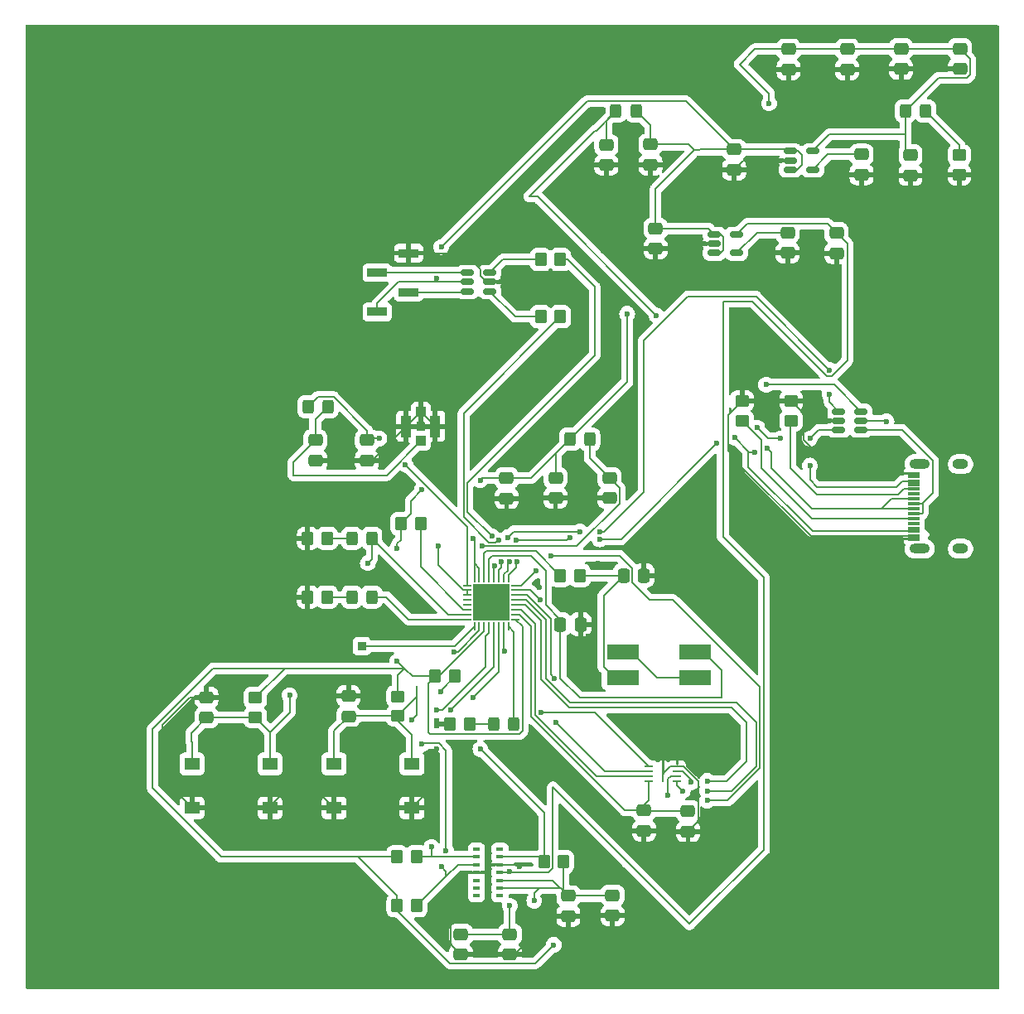
<source format=gbr>
%TF.GenerationSoftware,KiCad,Pcbnew,8.0.4*%
%TF.CreationDate,2024-11-14T17:56:15-06:00*%
%TF.ProjectId,wearablesystem,77656172-6162-46c6-9573-797374656d2e,rev?*%
%TF.SameCoordinates,Original*%
%TF.FileFunction,Copper,L1,Top*%
%TF.FilePolarity,Positive*%
%FSLAX46Y46*%
G04 Gerber Fmt 4.6, Leading zero omitted, Abs format (unit mm)*
G04 Created by KiCad (PCBNEW 8.0.4) date 2024-11-14 17:56:15*
%MOMM*%
%LPD*%
G01*
G04 APERTURE LIST*
G04 Aperture macros list*
%AMRoundRect*
0 Rectangle with rounded corners*
0 $1 Rounding radius*
0 $2 $3 $4 $5 $6 $7 $8 $9 X,Y pos of 4 corners*
0 Add a 4 corners polygon primitive as box body*
4,1,4,$2,$3,$4,$5,$6,$7,$8,$9,$2,$3,0*
0 Add four circle primitives for the rounded corners*
1,1,$1+$1,$2,$3*
1,1,$1+$1,$4,$5*
1,1,$1+$1,$6,$7*
1,1,$1+$1,$8,$9*
0 Add four rect primitives between the rounded corners*
20,1,$1+$1,$2,$3,$4,$5,0*
20,1,$1+$1,$4,$5,$6,$7,0*
20,1,$1+$1,$6,$7,$8,$9,0*
20,1,$1+$1,$8,$9,$2,$3,0*%
G04 Aperture macros list end*
%TA.AperFunction,SMDPad,CuDef*%
%ADD10RoundRect,0.250000X0.475000X-0.337500X0.475000X0.337500X-0.475000X0.337500X-0.475000X-0.337500X0*%
%TD*%
%TA.AperFunction,SMDPad,CuDef*%
%ADD11RoundRect,0.250000X-0.475000X0.337500X-0.475000X-0.337500X0.475000X-0.337500X0.475000X0.337500X0*%
%TD*%
%TA.AperFunction,SMDPad,CuDef*%
%ADD12RoundRect,0.150000X-0.512500X-0.150000X0.512500X-0.150000X0.512500X0.150000X-0.512500X0.150000X0*%
%TD*%
%TA.AperFunction,SMDPad,CuDef*%
%ADD13RoundRect,0.250000X0.450000X-0.350000X0.450000X0.350000X-0.450000X0.350000X-0.450000X-0.350000X0*%
%TD*%
%TA.AperFunction,SMDPad,CuDef*%
%ADD14RoundRect,0.250000X-0.325000X-0.450000X0.325000X-0.450000X0.325000X0.450000X-0.325000X0.450000X0*%
%TD*%
%TA.AperFunction,SMDPad,CuDef*%
%ADD15R,1.550000X1.300000*%
%TD*%
%TA.AperFunction,SMDPad,CuDef*%
%ADD16R,3.300000X1.540000*%
%TD*%
%TA.AperFunction,SMDPad,CuDef*%
%ADD17R,1.000000X1.000000*%
%TD*%
%TA.AperFunction,SMDPad,CuDef*%
%ADD18R,1.050000X2.200000*%
%TD*%
%TA.AperFunction,SMDPad,CuDef*%
%ADD19RoundRect,0.087500X-0.287500X-0.087500X0.287500X-0.087500X0.287500X0.087500X-0.287500X0.087500X0*%
%TD*%
%TA.AperFunction,SMDPad,CuDef*%
%ADD20RoundRect,0.250000X-0.350000X-0.450000X0.350000X-0.450000X0.350000X0.450000X-0.350000X0.450000X0*%
%TD*%
%TA.AperFunction,SMDPad,CuDef*%
%ADD21RoundRect,0.250000X-0.450000X0.350000X-0.450000X-0.350000X0.450000X-0.350000X0.450000X0.350000X0*%
%TD*%
%TA.AperFunction,SMDPad,CuDef*%
%ADD22RoundRect,0.250000X0.350000X0.450000X-0.350000X0.450000X-0.350000X-0.450000X0.350000X-0.450000X0*%
%TD*%
%TA.AperFunction,SMDPad,CuDef*%
%ADD23RoundRect,0.250000X-0.337500X-0.475000X0.337500X-0.475000X0.337500X0.475000X-0.337500X0.475000X0*%
%TD*%
%TA.AperFunction,SMDPad,CuDef*%
%ADD24R,0.812800X0.254000*%
%TD*%
%TA.AperFunction,SMDPad,CuDef*%
%ADD25R,0.254000X1.651000*%
%TD*%
%TA.AperFunction,SMDPad,CuDef*%
%ADD26RoundRect,0.150000X0.512500X0.150000X-0.512500X0.150000X-0.512500X-0.150000X0.512500X-0.150000X0*%
%TD*%
%TA.AperFunction,ComponentPad*%
%ADD27R,0.850000X0.850000*%
%TD*%
%TA.AperFunction,SMDPad,CuDef*%
%ADD28RoundRect,0.062500X-0.337500X-0.062500X0.337500X-0.062500X0.337500X0.062500X-0.337500X0.062500X0*%
%TD*%
%TA.AperFunction,SMDPad,CuDef*%
%ADD29RoundRect,0.062500X-0.062500X-0.337500X0.062500X-0.337500X0.062500X0.337500X-0.062500X0.337500X0*%
%TD*%
%TA.AperFunction,HeatsinkPad*%
%ADD30R,3.700000X3.700000*%
%TD*%
%TA.AperFunction,SMDPad,CuDef*%
%ADD31R,2.000000X0.900000*%
%TD*%
%TA.AperFunction,SMDPad,CuDef*%
%ADD32RoundRect,0.250000X0.325000X0.450000X-0.325000X0.450000X-0.325000X-0.450000X0.325000X-0.450000X0*%
%TD*%
%TA.AperFunction,SMDPad,CuDef*%
%ADD33R,1.150000X0.300000*%
%TD*%
%TA.AperFunction,ComponentPad*%
%ADD34O,2.100000X1.000000*%
%TD*%
%TA.AperFunction,ComponentPad*%
%ADD35O,1.600000X1.000000*%
%TD*%
%TA.AperFunction,ViaPad*%
%ADD36C,0.600000*%
%TD*%
%TA.AperFunction,Conductor*%
%ADD37C,0.200000*%
%TD*%
G04 APERTURE END LIST*
D10*
%TO.P,C14,1*%
%TO.N,/CHIP_EN*%
X43000000Y-90787500D03*
%TO.P,C14,2*%
%TO.N,GND*%
X43000000Y-88712500D03*
%TD*%
D11*
%TO.P,C9,1*%
%TO.N,+1V8*%
X69000000Y-112925000D03*
%TO.P,C9,2*%
%TO.N,GND*%
X69000000Y-115000000D03*
%TD*%
%TO.P,C6,1*%
%TO.N,/VDD_BUSF*%
X88898750Y-40780000D03*
%TO.P,C6,2*%
%TO.N,GND*%
X88898750Y-42855000D03*
%TD*%
D12*
%TO.P,U2,1,IN*%
%TO.N,/VDD_BUSF*%
X102680000Y-32880000D03*
%TO.P,U2,2,GND*%
%TO.N,GND*%
X102680000Y-33830000D03*
%TO.P,U2,3,EN*%
%TO.N,/VDD_BUSF*%
X102680000Y-34780000D03*
%TO.P,U2,4,BP*%
%TO.N,Net-(U2-BP)*%
X104955000Y-34780000D03*
%TO.P,U2,5,OUT*%
%TO.N,+3.3V*%
X104955000Y-32880000D03*
%TD*%
D11*
%TO.P,C22,1*%
%TO.N,+3.3V*%
X78680000Y-66255000D03*
%TO.P,C22,2*%
%TO.N,GND*%
X78680000Y-68330000D03*
%TD*%
%TO.P,C19,1*%
%TO.N,+3.3V*%
X102500000Y-22462500D03*
%TO.P,C19,2*%
%TO.N,GND*%
X102500000Y-24537500D03*
%TD*%
D13*
%TO.P,R11,1*%
%TO.N,Net-(J1-CC2)*%
X102762500Y-60425000D03*
%TO.P,R11,2*%
%TO.N,GND*%
X102762500Y-58425000D03*
%TD*%
D14*
%TO.P,D3,1,K*%
%TO.N,Net-(D3-K)*%
X57855000Y-78455000D03*
%TO.P,D3,2,A*%
%TO.N,/LED1*%
X59905000Y-78455000D03*
%TD*%
D15*
%TO.P,SW2,1,1*%
%TO.N,/CHIP_EN*%
X41540000Y-95500000D03*
X49500000Y-95500000D03*
%TO.P,SW2,2,2*%
%TO.N,GND*%
X41540000Y-100000000D03*
X49500000Y-100000000D03*
%TD*%
D16*
%TO.P,Y1,1,1*%
%TO.N,Net-(C17-Pad1)*%
X85540000Y-86680000D03*
%TO.P,Y1,2,2*%
%TO.N,Net-(Y1-Pad2)*%
X92940000Y-86680000D03*
%TO.P,Y1,3,3*%
%TO.N,/XTAL_N*%
X92940000Y-84040000D03*
%TO.P,Y1,4,4*%
%TO.N,Net-(Y1-Pad2)*%
X85540000Y-84040000D03*
%TD*%
D11*
%TO.P,C11,1*%
%TO.N,+3.3V*%
X84500000Y-108925000D03*
%TO.P,C11,2*%
%TO.N,GND*%
X84500000Y-111000000D03*
%TD*%
%TO.P,C26,1*%
%TO.N,/LNA_IN*%
X59405000Y-62430000D03*
%TO.P,C26,2*%
%TO.N,GND*%
X59405000Y-64505000D03*
%TD*%
D17*
%TO.P,J3,1,In*%
%TO.N,Net-(J3-In)*%
X64905000Y-62505000D03*
D18*
%TO.P,J3,2,Ext*%
%TO.N,GND*%
X63430000Y-61005000D03*
D17*
X64905000Y-59505000D03*
D18*
X66380000Y-61005000D03*
%TD*%
D19*
%TO.P,U4,1,NC*%
%TO.N,unconnected-(U4-NC-Pad1)*%
X70600000Y-104200000D03*
%TO.P,U4,2,SCL*%
%TO.N,/SCL*%
X70600000Y-105000000D03*
%TO.P,U4,3,SDA*%
%TO.N,/SDA*%
X70600000Y-105800000D03*
%TO.P,U4,4,PGND*%
%TO.N,GND*%
X70600000Y-106600000D03*
%TO.P,U4,5,NC*%
%TO.N,unconnected-(U4-NC-Pad5)*%
X70600000Y-107400000D03*
%TO.P,U4,6,NC*%
%TO.N,unconnected-(U4-NC-Pad6)*%
X70600000Y-108200000D03*
%TO.P,U4,7,NC*%
%TO.N,unconnected-(U4-NC-Pad7)*%
X70600000Y-109000000D03*
%TO.P,U4,8,NC*%
%TO.N,unconnected-(U4-NC-Pad8)*%
X73000000Y-109000000D03*
%TO.P,U4,9,VLED+*%
%TO.N,+3.3V*%
X73000000Y-108200000D03*
%TO.P,U4,10,VLED+*%
X73000000Y-107400000D03*
%TO.P,U4,11,VDD*%
%TO.N,+1V8*%
X73000000Y-106600000D03*
%TO.P,U4,12,GND*%
%TO.N,GND*%
X73000000Y-105800000D03*
%TO.P,U4,13,~{INT}*%
%TO.N,/INT*%
X73000000Y-105000000D03*
%TO.P,U4,14,NC*%
%TO.N,unconnected-(U4-NC-Pad14)*%
X73000000Y-104200000D03*
%TD*%
D10*
%TO.P,C13,1*%
%TO.N,/BOOT*%
X57520000Y-90637500D03*
%TO.P,C13,2*%
%TO.N,GND*%
X57520000Y-88562500D03*
%TD*%
D20*
%TO.P,R4,1*%
%TO.N,+3.3V*%
X62500000Y-105000000D03*
%TO.P,R4,2*%
%TO.N,/SCL*%
X64500000Y-105000000D03*
%TD*%
D21*
%TO.P,R3,1*%
%TO.N,Net-(D1-K)*%
X119955000Y-33280000D03*
%TO.P,R3,2*%
%TO.N,GND*%
X119955000Y-35280000D03*
%TD*%
D12*
%TO.P,U3,1,IN*%
%TO.N,/VDD_BUSF*%
X94898750Y-41392500D03*
%TO.P,U3,2,GND*%
%TO.N,GND*%
X94898750Y-42342500D03*
%TO.P,U3,3,EN*%
%TO.N,/VDD_BUSF*%
X94898750Y-43292500D03*
%TO.P,U3,4,BP*%
%TO.N,Net-(U3-BP)*%
X97173750Y-43292500D03*
%TO.P,U3,5,OUT*%
%TO.N,+1V8*%
X97173750Y-41392500D03*
%TD*%
D11*
%TO.P,C10,1*%
%TO.N,+1V8*%
X74000000Y-112925000D03*
%TO.P,C10,2*%
%TO.N,GND*%
X74000000Y-115000000D03*
%TD*%
%TO.P,C5,1*%
%TO.N,+3.3V*%
X114955000Y-33280000D03*
%TO.P,C5,2*%
%TO.N,GND*%
X114955000Y-35355000D03*
%TD*%
D14*
%TO.P,L1,1,1*%
%TO.N,VBUS*%
X84855000Y-28780000D03*
%TO.P,L1,2,2*%
%TO.N,/VDD_BUSF*%
X86905000Y-28780000D03*
%TD*%
%TO.P,D4,1,K*%
%TO.N,Net-(D4-K)*%
X57855000Y-72455000D03*
%TO.P,D4,2,A*%
%TO.N,/CHIP_EN*%
X59905000Y-72455000D03*
%TD*%
D22*
%TO.P,R15,1*%
%TO.N,Net-(D4-K)*%
X55355000Y-72455000D03*
%TO.P,R15,2*%
%TO.N,GND*%
X53355000Y-72455000D03*
%TD*%
D11*
%TO.P,C3,1*%
%TO.N,/VDD_BUSF*%
X96930000Y-32717500D03*
%TO.P,C3,2*%
%TO.N,GND*%
X96930000Y-34792500D03*
%TD*%
%TO.P,C8,1*%
%TO.N,+1V8*%
X107398750Y-41242500D03*
%TO.P,C8,2*%
%TO.N,GND*%
X107398750Y-43317500D03*
%TD*%
%TO.P,C24,1*%
%TO.N,/VDD_RF*%
X84180000Y-66255000D03*
%TO.P,C24,2*%
%TO.N,GND*%
X84180000Y-68330000D03*
%TD*%
D23*
%TO.P,C18,1*%
%TO.N,/XTAL_N*%
X79180000Y-81255000D03*
%TO.P,C18,2*%
%TO.N,GND*%
X81255000Y-81255000D03*
%TD*%
D21*
%TO.P,R7,1*%
%TO.N,+3.3V*%
X62557500Y-88600000D03*
%TO.P,R7,2*%
%TO.N,/BOOT*%
X62557500Y-90600000D03*
%TD*%
D23*
%TO.P,C17,1*%
%TO.N,Net-(C17-Pad1)*%
X85642500Y-76255000D03*
%TO.P,C17,2*%
%TO.N,GND*%
X87717500Y-76255000D03*
%TD*%
D24*
%TO.P,U5,1,/CS*%
%TO.N,/SPI_CS0*%
X91115600Y-97255002D03*
%TO.P,U5,2,DO(IO1)*%
%TO.N,/SPI_Q*%
X91115600Y-96755001D03*
%TO.P,U5,3,/WP(IO2)*%
%TO.N,/SPI_WP*%
X91115600Y-96255001D03*
%TO.P,U5,4,GND*%
%TO.N,GND*%
X91115600Y-95755000D03*
%TO.P,U5,5,DI(IO0)*%
%TO.N,/SPI_D*%
X88220000Y-95755000D03*
%TO.P,U5,6,CLK*%
%TO.N,/SPI_CLK*%
X88220000Y-96255001D03*
%TO.P,U5,7,/HOLDOR/RESET(IO3)*%
%TO.N,/SPI_HD*%
X88220000Y-96755001D03*
%TO.P,U5,8,VCC*%
%TO.N,/VDD_SPI*%
X88220000Y-97255002D03*
D25*
%TO.P,U5,9,EPAD*%
%TO.N,GND*%
X89667800Y-96505001D03*
%TD*%
D11*
%TO.P,C15,1*%
%TO.N,/VDD_SPI*%
X92220000Y-100330000D03*
%TO.P,C15,2*%
%TO.N,GND*%
X92220000Y-102405000D03*
%TD*%
D14*
%TO.P,D2,1,K*%
%TO.N,Net-(D2-K)*%
X72380000Y-91455000D03*
%TO.P,D2,2,A*%
%TO.N,/LED2*%
X74430000Y-91455000D03*
%TD*%
D13*
%TO.P,R10,1*%
%TO.N,Net-(J1-CC1)*%
X97737500Y-60425000D03*
%TO.P,R10,2*%
%TO.N,GND*%
X97737500Y-58425000D03*
%TD*%
D11*
%TO.P,C27,1*%
%TO.N,Net-(J3-In)*%
X54125000Y-62430000D03*
%TO.P,C27,2*%
%TO.N,GND*%
X54125000Y-64505000D03*
%TD*%
D26*
%TO.P,U7,1,I/O1*%
%TO.N,Net-(R13-Pad1)*%
X71967500Y-47205000D03*
%TO.P,U7,2,GND*%
%TO.N,GND*%
X71967500Y-46255000D03*
%TO.P,U7,3,I/O2*%
%TO.N,Net-(R12-Pad1)*%
X71967500Y-45305000D03*
%TO.P,U7,4,I/O2*%
%TO.N,Net-(J2-Pin_2)*%
X69692500Y-45305000D03*
%TO.P,U7,5,VBUS*%
%TO.N,/VDD_BUSF*%
X69692500Y-46255000D03*
%TO.P,U7,6,I/O1*%
%TO.N,Net-(J2-Pin_3)*%
X69692500Y-47205000D03*
%TD*%
D22*
%TO.P,R16,1*%
%TO.N,Net-(D2-K)*%
X69880000Y-91455000D03*
%TO.P,R16,2*%
%TO.N,GND*%
X67880000Y-91455000D03*
%TD*%
D14*
%TO.P,L3,1,1*%
%TO.N,/LNA_IN*%
X53380000Y-59005000D03*
%TO.P,L3,2,2*%
%TO.N,Net-(J3-In)*%
X55430000Y-59005000D03*
%TD*%
D11*
%TO.P,C7,1*%
%TO.N,Net-(U3-BP)*%
X102398750Y-41205000D03*
%TO.P,C7,2*%
%TO.N,GND*%
X102398750Y-43280000D03*
%TD*%
%TO.P,C12,1*%
%TO.N,+3.3V*%
X79990000Y-109000000D03*
%TO.P,C12,2*%
%TO.N,GND*%
X79990000Y-111075000D03*
%TD*%
%TO.P,C4,1*%
%TO.N,Net-(U2-BP)*%
X109955000Y-33205000D03*
%TO.P,C4,2*%
%TO.N,GND*%
X109955000Y-35280000D03*
%TD*%
%TO.P,C20,1*%
%TO.N,+3.3V*%
X73680000Y-66292500D03*
%TO.P,C20,2*%
%TO.N,GND*%
X73680000Y-68367500D03*
%TD*%
D15*
%TO.P,SW1,1,1*%
%TO.N,/BOOT*%
X56040000Y-95500000D03*
X64000000Y-95500000D03*
%TO.P,SW1,2,2*%
%TO.N,GND*%
X56040000Y-100000000D03*
X64000000Y-100000000D03*
%TD*%
D27*
%TO.P,TP1,1,1*%
%TO.N,/MTMS*%
X58880000Y-83455000D03*
%TD*%
D11*
%TO.P,C2,1*%
%TO.N,/VDD_BUSF*%
X88380000Y-32205000D03*
%TO.P,C2,2*%
%TO.N,GND*%
X88380000Y-34280000D03*
%TD*%
D28*
%TO.P,U1,1,LNA_IN*%
%TO.N,/LNA_IN*%
X69680000Y-77255000D03*
%TO.P,U1,2,VDD3P3*%
%TO.N,/VDD_RF*%
X69680000Y-77755000D03*
%TO.P,U1,3,VDD3P3*%
X69680000Y-78255000D03*
%TO.P,U1,4,XTAL_32K_P*%
%TO.N,unconnected-(U1-XTAL_32K_P-Pad4)*%
X69680000Y-78755000D03*
%TO.P,U1,5,XTAL_32K_N*%
%TO.N,unconnected-(U1-XTAL_32K_N-Pad5)*%
X69680000Y-79255000D03*
%TO.P,U1,6,GPIO2*%
%TO.N,Net-(U1-GPIO2)*%
X69680000Y-79755000D03*
%TO.P,U1,7,CHIP_EN*%
%TO.N,/CHIP_EN*%
X69680000Y-80255000D03*
%TO.P,U1,8,GPIO3*%
%TO.N,/LED1*%
X69680000Y-80755000D03*
D29*
%TO.P,U1,9,MTMS*%
%TO.N,/MTMS*%
X70380000Y-81455000D03*
%TO.P,U1,10,MTDI*%
%TO.N,/INT*%
X70880000Y-81455000D03*
%TO.P,U1,11,VDD3P3_RTC*%
%TO.N,+3.3V*%
X71380000Y-81455000D03*
%TO.P,U1,12,MTCK*%
%TO.N,/SCL*%
X71880000Y-81455000D03*
%TO.P,U1,13,MTDO*%
%TO.N,/SDA*%
X72380000Y-81455000D03*
%TO.P,U1,14,GPIO8*%
%TO.N,Net-(U1-GPIO8)*%
X72880000Y-81455000D03*
%TO.P,U1,15,GPIO9*%
%TO.N,/BOOT*%
X73380000Y-81455000D03*
%TO.P,U1,16,GPIO10*%
%TO.N,/LED2*%
X73880000Y-81455000D03*
D28*
%TO.P,U1,17,VDD3P3_CPU*%
%TO.N,+3.3V*%
X74580000Y-80755000D03*
%TO.P,U1,18,VDD_SPI*%
%TO.N,/VDD_SPI*%
X74580000Y-80255000D03*
%TO.P,U1,19,SPIHD*%
%TO.N,/SPI_HD*%
X74580000Y-79755000D03*
%TO.P,U1,20,SPIWP*%
%TO.N,/SPI_WP*%
X74580000Y-79255000D03*
%TO.P,U1,21,SPICS0*%
%TO.N,/SPI_CS0*%
X74580000Y-78755000D03*
%TO.P,U1,22,SPICLK*%
%TO.N,/SPI_CLK*%
X74580000Y-78255000D03*
%TO.P,U1,23,SPID*%
%TO.N,/SPI_D*%
X74580000Y-77755000D03*
%TO.P,U1,24,SPIQ*%
%TO.N,/SPI_Q*%
X74580000Y-77255000D03*
D29*
%TO.P,U1,25,GPIO18*%
%TO.N,/USB_D-*%
X73880000Y-76555000D03*
%TO.P,U1,26,GPIO19*%
%TO.N,/USB_D+*%
X73380000Y-76555000D03*
%TO.P,U1,27,U0RXD*%
%TO.N,/UART0_RX*%
X72880000Y-76555000D03*
%TO.P,U1,28,U0TXD*%
%TO.N,/UART0_TX*%
X72380000Y-76555000D03*
%TO.P,U1,29,XTAL_N*%
%TO.N,/XTAL_N*%
X71880000Y-76555000D03*
%TO.P,U1,30,XTAL_P*%
%TO.N,/XTAL_P*%
X71380000Y-76555000D03*
%TO.P,U1,31,VDDA*%
%TO.N,+3.3V*%
X70880000Y-76555000D03*
%TO.P,U1,32,VDDA*%
X70380000Y-76555000D03*
D30*
%TO.P,U1,33,GND*%
%TO.N,GND*%
X72130000Y-79005000D03*
%TD*%
D22*
%TO.P,R6,1*%
%TO.N,+3.3V*%
X79500000Y-105500000D03*
%TO.P,R6,2*%
%TO.N,/INT*%
X77500000Y-105500000D03*
%TD*%
D20*
%TO.P,R9,1*%
%TO.N,/XTAL_P*%
X79180000Y-76255000D03*
%TO.P,R9,2*%
%TO.N,Net-(C17-Pad1)*%
X81180000Y-76255000D03*
%TD*%
D12*
%TO.P,U6,1,I/O1*%
%TO.N,/USB_D+*%
X107625000Y-59475000D03*
%TO.P,U6,2,GND*%
%TO.N,GND*%
X107625000Y-60425000D03*
%TO.P,U6,3,I/O2*%
%TO.N,/USB_D-*%
X107625000Y-61375000D03*
%TO.P,U6,4,I/O2*%
%TO.N,Net-(J1-D--PadA7)*%
X109900000Y-61375000D03*
%TO.P,U6,5,VBUS*%
%TO.N,VBUS*%
X109900000Y-60425000D03*
%TO.P,U6,6,I/O1*%
%TO.N,Net-(J1-D+-PadA6)*%
X109900000Y-59475000D03*
%TD*%
D11*
%TO.P,C1,1*%
%TO.N,VBUS*%
X83880000Y-32242500D03*
%TO.P,C1,2*%
%TO.N,GND*%
X83880000Y-34317500D03*
%TD*%
%TO.P,C25,1*%
%TO.N,+3.3V*%
X120000000Y-22425000D03*
%TO.P,C25,2*%
%TO.N,GND*%
X120000000Y-24500000D03*
%TD*%
%TO.P,C16,1*%
%TO.N,/VDD_SPI*%
X87720000Y-100255000D03*
%TO.P,C16,2*%
%TO.N,GND*%
X87720000Y-102330000D03*
%TD*%
D20*
%TO.P,R5,1*%
%TO.N,+3.3V*%
X62500000Y-110000000D03*
%TO.P,R5,2*%
%TO.N,/SDA*%
X64500000Y-110000000D03*
%TD*%
%TO.P,R12,1*%
%TO.N,Net-(R12-Pad1)*%
X77167500Y-43955000D03*
%TO.P,R12,2*%
%TO.N,/UART0_TX*%
X79167500Y-43955000D03*
%TD*%
D14*
%TO.P,L2,1,1*%
%TO.N,+3.3V*%
X80130000Y-62330000D03*
%TO.P,L2,2,2*%
%TO.N,/VDD_RF*%
X82180000Y-62330000D03*
%TD*%
D11*
%TO.P,C21,1*%
%TO.N,+3.3V*%
X108500000Y-22462500D03*
%TO.P,C21,2*%
%TO.N,GND*%
X108500000Y-24537500D03*
%TD*%
D31*
%TO.P,J2,1,Pin_1*%
%TO.N,GND*%
X63667500Y-43305000D03*
%TO.P,J2,2,Pin_2*%
%TO.N,Net-(J2-Pin_2)*%
X60467500Y-45305000D03*
%TO.P,J2,3,Pin_3*%
%TO.N,Net-(J2-Pin_3)*%
X63667500Y-47305000D03*
%TO.P,J2,4,Pin_4*%
%TO.N,/VDD_BUSF*%
X60467500Y-49305000D03*
%TD*%
D32*
%TO.P,D1,1,K*%
%TO.N,Net-(D1-K)*%
X116480000Y-28780000D03*
%TO.P,D1,2,A*%
%TO.N,+3.3V*%
X114430000Y-28780000D03*
%TD*%
D21*
%TO.P,R8,1*%
%TO.N,+3.3V*%
X48000000Y-88750000D03*
%TO.P,R8,2*%
%TO.N,/CHIP_EN*%
X48000000Y-90750000D03*
%TD*%
D11*
%TO.P,C23,1*%
%TO.N,+3.3V*%
X114000000Y-22425000D03*
%TO.P,C23,2*%
%TO.N,GND*%
X114000000Y-24500000D03*
%TD*%
D22*
%TO.P,R14,1*%
%TO.N,Net-(D3-K)*%
X55355000Y-78455000D03*
%TO.P,R14,2*%
%TO.N,GND*%
X53355000Y-78455000D03*
%TD*%
D33*
%TO.P,J1,A1,GND*%
%TO.N,GND*%
X115330000Y-72530000D03*
%TO.P,J1,A4,VBUS*%
%TO.N,VBUS*%
X115330000Y-71730000D03*
%TO.P,J1,A5,CC1*%
%TO.N,Net-(J1-CC1)*%
X115330000Y-70430000D03*
%TO.P,J1,A6,D+*%
%TO.N,Net-(J1-D+-PadA6)*%
X115330000Y-69430000D03*
%TO.P,J1,A7,D-*%
%TO.N,Net-(J1-D--PadA7)*%
X115330000Y-68930000D03*
%TO.P,J1,A8,SBU1*%
%TO.N,unconnected-(J1-SBU1-PadA8)*%
X115330000Y-67930000D03*
%TO.P,J1,A9,VBUS*%
%TO.N,VBUS*%
X115330000Y-66630000D03*
%TO.P,J1,A12,GND*%
%TO.N,GND*%
X115330000Y-65830000D03*
%TO.P,J1,B1,GND*%
X115330000Y-66130000D03*
%TO.P,J1,B4,VBUS*%
%TO.N,VBUS*%
X115330000Y-66930000D03*
%TO.P,J1,B5,CC2*%
%TO.N,Net-(J1-CC2)*%
X115330000Y-67430000D03*
%TO.P,J1,B6,D+*%
%TO.N,Net-(J1-D+-PadA6)*%
X115330000Y-68430000D03*
%TO.P,J1,B7,D-*%
%TO.N,Net-(J1-D--PadA7)*%
X115330000Y-69930000D03*
%TO.P,J1,B8,SBU2*%
%TO.N,unconnected-(J1-SBU2-PadB8)*%
X115330000Y-70930000D03*
%TO.P,J1,B9,VBUS*%
%TO.N,VBUS*%
X115330000Y-71430000D03*
%TO.P,J1,B12,GND*%
%TO.N,GND*%
X115330000Y-72230000D03*
D34*
%TO.P,J1,S1,SHIELD*%
%TO.N,unconnected-(J1-SHIELD-PadS1)_3*%
X115895000Y-73500000D03*
D35*
%TO.N,unconnected-(J1-SHIELD-PadS1)_2*%
X120075000Y-73500000D03*
D34*
%TO.N,unconnected-(J1-SHIELD-PadS1)*%
X115895000Y-64860000D03*
D35*
%TO.N,unconnected-(J1-SHIELD-PadS1)_1*%
X120075000Y-64860000D03*
%TD*%
D20*
%TO.P,R2,1*%
%TO.N,+3.3V*%
X66380000Y-86555000D03*
%TO.P,R2,2*%
%TO.N,Net-(U1-GPIO8)*%
X68380000Y-86555000D03*
%TD*%
%TO.P,R1,1*%
%TO.N,+3.3V*%
X62880000Y-70955000D03*
%TO.P,R1,2*%
%TO.N,Net-(U1-GPIO2)*%
X64880000Y-70955000D03*
%TD*%
%TO.P,R13,1*%
%TO.N,Net-(R13-Pad1)*%
X77167500Y-49805000D03*
%TO.P,R13,2*%
%TO.N,/UART0_RX*%
X79167500Y-49805000D03*
%TD*%
D36*
%TO.N,Net-(U1-GPIO8)*%
X66929000Y-88138000D03*
%TO.N,GND*%
X107500000Y-26750000D03*
X89500000Y-75500000D03*
X81750000Y-37500000D03*
X75000000Y-106000000D03*
X66500000Y-91500000D03*
X71500000Y-79000000D03*
X66500000Y-94000000D03*
X82000000Y-82500000D03*
X77000000Y-112500000D03*
X77000000Y-77500000D03*
X82500000Y-69000000D03*
X83000000Y-75000000D03*
X92500000Y-105250000D03*
%TO.N,VBUS*%
X97000000Y-62180000D03*
X112500000Y-60500000D03*
X99000000Y-63680000D03*
X104670515Y-65009485D03*
X89000000Y-49680000D03*
%TO.N,/VDD_BUSF*%
X67000000Y-42680000D03*
X66500000Y-45905000D03*
%TO.N,+3.3V*%
X71000000Y-66500000D03*
X62500000Y-73500000D03*
X86000000Y-49500000D03*
X78500000Y-114000000D03*
X100500000Y-28000000D03*
X70280000Y-72500000D03*
X62500000Y-85000000D03*
X65000000Y-67500000D03*
X76500000Y-109500000D03*
%TO.N,+1V8*%
X74000000Y-106500000D03*
X74000000Y-110000000D03*
%TO.N,/BOOT*%
X64000000Y-91000000D03*
X73500000Y-84000000D03*
%TO.N,/CHIP_EN*%
X59500000Y-75000000D03*
X51500000Y-88500000D03*
%TO.N,/VDD_RF*%
X71180000Y-73255000D03*
X66680000Y-73255000D03*
%TO.N,/LNA_IN*%
X60680000Y-62255000D03*
X63341765Y-64916765D03*
%TO.N,Net-(U1-GPIO8)*%
X70250000Y-88750000D03*
%TO.N,/SCL*%
X66500000Y-90000000D03*
X66000000Y-104000000D03*
%TO.N,/SDA*%
X67000000Y-106000000D03*
X68000000Y-90000000D03*
X67500000Y-104400000D03*
X65000000Y-93500000D03*
%TO.N,/INT*%
X71000000Y-94000000D03*
X68345858Y-84055000D03*
%TO.N,/UART0_TX*%
X72180000Y-72255000D03*
X72480000Y-75255000D03*
%TO.N,/UART0_RX*%
X73172822Y-74855000D03*
X72872821Y-72655000D03*
%TO.N,/USB_D-*%
X99298015Y-61136985D03*
X104680000Y-62255000D03*
X74772828Y-74855000D03*
X74680000Y-72655000D03*
X80180000Y-72355000D03*
X83176540Y-72565270D03*
X95180000Y-62755000D03*
X101680000Y-62255000D03*
%TO.N,/SPI_D*%
X77080000Y-78740786D03*
X77180000Y-90255000D03*
%TO.N,/SPI_CS0*%
X94180000Y-98255000D03*
X91680000Y-98255000D03*
%TO.N,/SPI_CLK*%
X78580000Y-86755000D03*
X78680000Y-91255000D03*
%TO.N,/SPI_WP*%
X94180000Y-97255000D03*
X92540235Y-97394766D03*
%TO.N,/SPI_Q*%
X94180000Y-99255000D03*
X78180000Y-74255000D03*
X76680000Y-75755000D03*
X90180000Y-98755000D03*
%TO.N,/USB_D+*%
X81180000Y-71755000D03*
X83190387Y-71765387D03*
X106680000Y-57755000D03*
X73972825Y-74855000D03*
X73772822Y-72347822D03*
X106680000Y-55255000D03*
%TO.N,Net-(J1-D+-PadA6)*%
X100192500Y-56755000D03*
X100292500Y-63255000D03*
%TD*%
D37*
%TO.N,Net-(U1-GPIO8)*%
X67000000Y-88067000D02*
X66929000Y-88138000D01*
X67000000Y-87935000D02*
X67000000Y-88067000D01*
%TO.N,GND*%
X114880000Y-35280000D02*
X114955000Y-35355000D01*
X107361250Y-43280000D02*
X107398750Y-43317500D01*
X102500000Y-24537500D02*
X105287500Y-24537500D01*
X92220000Y-102405000D02*
X93245000Y-101380000D01*
X52807500Y-96500000D02*
X52807500Y-96767500D01*
X107406471Y-65830000D02*
X103992500Y-62416029D01*
X96291129Y-63528629D02*
X97471250Y-64708750D01*
X102537500Y-24537500D02*
X108500000Y-24537500D01*
X84425000Y-111075000D02*
X84500000Y-111000000D01*
X94898750Y-42342500D02*
X94236251Y-42342500D01*
X96291129Y-59871371D02*
X96291129Y-63528629D01*
X83917500Y-34280000D02*
X83880000Y-34317500D01*
X59405000Y-64505000D02*
X59930000Y-64505000D01*
X52807500Y-90600000D02*
X52807500Y-96500000D01*
X78680000Y-68330000D02*
X84180000Y-68330000D01*
X66500000Y-91500000D02*
X67835000Y-91500000D01*
X87795000Y-102405000D02*
X87720000Y-102330000D01*
X97892500Y-33830000D02*
X102680000Y-33830000D01*
X104762500Y-60425000D02*
X104642500Y-60305000D01*
X103992500Y-62416029D02*
X103992500Y-60955000D01*
X79990000Y-111075000D02*
X84425000Y-111075000D01*
X57520000Y-88562500D02*
X54845000Y-88562500D01*
X38500000Y-91500000D02*
X38500000Y-96960000D01*
X78642500Y-68367500D02*
X78680000Y-68330000D01*
X91115600Y-95755000D02*
X90417801Y-95755000D01*
X108500000Y-24537500D02*
X113962500Y-24537500D01*
X115330000Y-65830000D02*
X107406471Y-65830000D01*
X64000000Y-100000000D02*
X66500000Y-97500000D01*
X67835000Y-91500000D02*
X67880000Y-91455000D01*
X107625000Y-60425000D02*
X104762500Y-60425000D01*
X71005000Y-45645552D02*
X71614448Y-46255000D01*
X113962500Y-24537500D02*
X114000000Y-24500000D01*
X114955000Y-35355000D02*
X115880000Y-35355000D01*
X93245000Y-101380000D02*
X93245000Y-97251001D01*
X69000000Y-115000000D02*
X74000000Y-115000000D01*
X114000000Y-24500000D02*
X120000000Y-24500000D01*
X93245000Y-97251001D02*
X91748999Y-95755000D01*
X52807500Y-96767500D02*
X56040000Y-100000000D01*
X97471250Y-64899435D02*
X104801815Y-72230000D01*
X74000000Y-115000000D02*
X74500000Y-115000000D01*
X63430000Y-61005000D02*
X64905000Y-59530000D01*
X66380000Y-61005000D02*
X66405000Y-61005000D01*
X109405000Y-35280000D02*
X109955000Y-35280000D01*
X115880000Y-35355000D02*
X115955000Y-35280000D01*
X74500000Y-115000000D02*
X78425000Y-111075000D01*
X67975000Y-108025000D02*
X69400000Y-106600000D01*
X97471250Y-64708750D02*
X97471250Y-64899435D01*
X90417801Y-95755000D02*
X89667800Y-96505001D01*
X56040000Y-100000000D02*
X64000000Y-100000000D01*
X66500000Y-97500000D02*
X66500000Y-94000000D01*
X54845000Y-88562500D02*
X52807500Y-90600000D01*
X102762500Y-58425000D02*
X97737500Y-58425000D01*
X105287500Y-24537500D02*
X107500000Y-26750000D01*
X67975000Y-113975000D02*
X67975000Y-108025000D01*
X91748999Y-95755000D02*
X91115600Y-95755000D01*
X88342500Y-34317500D02*
X88380000Y-34280000D01*
X49500000Y-100000000D02*
X49500000Y-99807500D01*
X96930000Y-34792500D02*
X97892500Y-33830000D01*
X102500000Y-24500000D02*
X102537500Y-24537500D01*
X69400000Y-106600000D02*
X70600000Y-106600000D01*
X43000000Y-88712500D02*
X41287500Y-88712500D01*
X73000000Y-105800000D02*
X74800000Y-105800000D01*
X104801815Y-72230000D02*
X115330000Y-72230000D01*
X104642500Y-60305000D02*
X103992500Y-60955000D01*
X41287500Y-88712500D02*
X38500000Y-91500000D01*
X59930000Y-64505000D02*
X63430000Y-61005000D01*
X38500000Y-96960000D02*
X41540000Y-100000000D01*
X69345552Y-43305000D02*
X71005000Y-44964448D01*
X49500000Y-99807500D02*
X52807500Y-96500000D01*
X71614448Y-46255000D02*
X71967500Y-46255000D01*
X41540000Y-100000000D02*
X49500000Y-100000000D01*
X102500000Y-24537500D02*
X102500000Y-24500000D01*
X66405000Y-61005000D02*
X64905000Y-59505000D01*
X54125000Y-64505000D02*
X59405000Y-64505000D01*
X73680000Y-68367500D02*
X78642500Y-68367500D01*
X92220000Y-102405000D02*
X87795000Y-102405000D01*
X69000000Y-115000000D02*
X67975000Y-113975000D01*
X88380000Y-34280000D02*
X83917500Y-34280000D01*
X104642500Y-60305000D02*
X102762500Y-58425000D01*
X64905000Y-59530000D02*
X64905000Y-59505000D01*
X97737500Y-58425000D02*
X96291129Y-59871371D01*
X74800000Y-105800000D02*
X75000000Y-106000000D01*
X71005000Y-44964448D02*
X71005000Y-45645552D01*
X97471250Y-64708750D02*
X97592500Y-64830000D01*
X63667500Y-43305000D02*
X69345552Y-43305000D01*
X78425000Y-111075000D02*
X79990000Y-111075000D01*
%TO.N,VBUS*%
X114115686Y-66630000D02*
X113532843Y-67212843D01*
X115330000Y-66630000D02*
X114115686Y-66630000D01*
X76000000Y-37500000D02*
X76820000Y-37500000D01*
X98392500Y-65180000D02*
X104942500Y-71730000D01*
X83880000Y-29755000D02*
X84855000Y-28780000D01*
X76820000Y-37500000D02*
X89000000Y-49680000D01*
X112425000Y-60425000D02*
X112500000Y-60500000D01*
X104670515Y-66498700D02*
X104670515Y-65009485D01*
X82855000Y-30780000D02*
X82720000Y-30780000D01*
X113532843Y-67212843D02*
X105384658Y-67212843D01*
X83880000Y-32242500D02*
X83880000Y-29755000D01*
X105384658Y-67212843D02*
X104670515Y-66498700D01*
X98392500Y-63680000D02*
X98392500Y-63572500D01*
X104942500Y-71730000D02*
X115330000Y-71730000D01*
X109900000Y-60425000D02*
X112425000Y-60425000D01*
X98392500Y-63680000D02*
X99000000Y-63680000D01*
X98392500Y-63572500D02*
X97000000Y-62180000D01*
X98392500Y-65180000D02*
X98392500Y-63680000D01*
X82720000Y-30780000D02*
X76000000Y-37500000D01*
X84855000Y-28780000D02*
X82855000Y-30780000D01*
%TO.N,/VDD_BUSF*%
X103480000Y-32880000D02*
X102680000Y-32880000D01*
X96930000Y-32717500D02*
X102517500Y-32717500D01*
X103880000Y-33280000D02*
X103480000Y-32880000D01*
X62667500Y-46255000D02*
X66500000Y-46255000D01*
X88380000Y-30255000D02*
X86905000Y-28780000D01*
X66500000Y-46255000D02*
X69692500Y-46255000D01*
X60467500Y-48455000D02*
X62667500Y-46255000D01*
X102517500Y-32717500D02*
X102680000Y-32880000D01*
X95861250Y-41692501D02*
X95561249Y-41392500D01*
X66500000Y-45905000D02*
X66500000Y-46255000D01*
X92305000Y-32205000D02*
X92880000Y-32780000D01*
X103880000Y-34242499D02*
X103880000Y-33280000D01*
X94286250Y-40780000D02*
X94898750Y-41392500D01*
X95561249Y-41392500D02*
X94898750Y-41392500D01*
X93380000Y-32780000D02*
X93442500Y-32717500D01*
X88898750Y-40780000D02*
X88898750Y-36761250D01*
X60467500Y-49305000D02*
X60467500Y-48455000D01*
X95861250Y-42992499D02*
X95861250Y-41692501D01*
X88380000Y-32205000D02*
X88380000Y-30255000D01*
X102680000Y-34780000D02*
X103342499Y-34780000D01*
X94898750Y-43292500D02*
X95561249Y-43292500D01*
X93442500Y-32717500D02*
X96930000Y-32717500D01*
X103342499Y-34780000D02*
X103880000Y-34242499D01*
X88380000Y-32205000D02*
X92305000Y-32205000D01*
X92880000Y-32780000D02*
X93380000Y-32780000D01*
X88898750Y-40780000D02*
X94286250Y-40780000D01*
X81900000Y-27780000D02*
X67000000Y-42680000D01*
X95561249Y-43292500D02*
X95861250Y-42992499D01*
X91992500Y-27780000D02*
X81900000Y-27780000D01*
X88898750Y-36761250D02*
X92880000Y-32780000D01*
X96930000Y-32717500D02*
X91992500Y-27780000D01*
%TO.N,Net-(U2-BP)*%
X109955000Y-33205000D02*
X106530000Y-33205000D01*
X106530000Y-33205000D02*
X104955000Y-34780000D01*
%TO.N,+3.3V*%
X75305000Y-81480000D02*
X75305000Y-92139744D01*
X79990000Y-109000000D02*
X84425000Y-109000000D01*
X76167500Y-66292500D02*
X78680000Y-63780000D01*
X62557500Y-86442500D02*
X63250000Y-85750000D01*
X48000000Y-88750000D02*
X51000000Y-85750000D01*
X76500000Y-108700000D02*
X77000000Y-108200000D01*
X70280000Y-72500000D02*
X70380000Y-72600000D01*
X108500000Y-22462500D02*
X113962500Y-22462500D01*
X66380000Y-86555000D02*
X66694386Y-86555000D01*
X62500000Y-110500000D02*
X67887500Y-115887500D01*
X73680000Y-66292500D02*
X76167500Y-66292500D01*
X79990000Y-108990000D02*
X79500000Y-108500000D01*
X37500000Y-97985000D02*
X37500000Y-91934314D01*
X78680000Y-63780000D02*
X80130000Y-62330000D01*
X97500000Y-24000000D02*
X100500000Y-27000000D01*
X102500000Y-22462500D02*
X99037500Y-22462500D01*
X71207500Y-66292500D02*
X73680000Y-66292500D01*
X65680000Y-87255000D02*
X66380000Y-86555000D01*
X84425000Y-109000000D02*
X84500000Y-108925000D01*
X65880000Y-92455000D02*
X65680000Y-92255000D01*
X66760072Y-86555000D02*
X66380000Y-86555000D01*
X70380000Y-72600000D02*
X70380000Y-75000000D01*
X86000000Y-56460000D02*
X86000000Y-49500000D01*
X121025000Y-23450000D02*
X120000000Y-22425000D01*
X43684314Y-85750000D02*
X51000000Y-85750000D01*
X62500000Y-73000000D02*
X62880000Y-72620000D01*
X121025000Y-25072244D02*
X121025000Y-23450000D01*
X71380000Y-81935072D02*
X66760072Y-86555000D01*
X114430000Y-28780000D02*
X114430000Y-31180000D01*
X113962500Y-22462500D02*
X114000000Y-22425000D01*
X79190000Y-108200000D02*
X79990000Y-109000000D01*
X62500000Y-110000000D02*
X62500000Y-109000000D01*
X66694386Y-86555000D02*
X64055000Y-86555000D01*
X70880000Y-75500000D02*
X70380000Y-75000000D01*
X70880000Y-76555000D02*
X70880000Y-75500000D01*
X58500000Y-105000000D02*
X44515000Y-105000000D01*
X62557500Y-88600000D02*
X62557500Y-86442500D01*
X77000000Y-108200000D02*
X79190000Y-108200000D01*
X76500000Y-109500000D02*
X76500000Y-108700000D01*
X62500000Y-110000000D02*
X62500000Y-110500000D01*
X71380000Y-81455000D02*
X71380000Y-81935072D01*
X79990000Y-109000000D02*
X79990000Y-108990000D01*
X62880000Y-70955000D02*
X63880000Y-69955000D01*
X44515000Y-105000000D02*
X37500000Y-97985000D01*
X63250000Y-85750000D02*
X62500000Y-85000000D01*
X62500000Y-109000000D02*
X58500000Y-105000000D01*
X80130000Y-62330000D02*
X86000000Y-56460000D01*
X71000000Y-66500000D02*
X71207500Y-66292500D01*
X76612500Y-115887500D02*
X78000000Y-114500000D01*
X114430000Y-32755000D02*
X114955000Y-33280000D01*
X117822500Y-25387500D02*
X120709744Y-25387500D01*
X73000000Y-108200000D02*
X77000000Y-108200000D01*
X104955000Y-32880000D02*
X106655000Y-31180000D01*
X75305000Y-92139744D02*
X74989744Y-92455000D01*
X78000000Y-114500000D02*
X78500000Y-114000000D01*
X114430000Y-28780000D02*
X117822500Y-25387500D01*
X78680000Y-66255000D02*
X78680000Y-63780000D01*
X62880000Y-72620000D02*
X62880000Y-70955000D01*
X62500000Y-105000000D02*
X58500000Y-105000000D01*
X63880000Y-69955000D02*
X63880000Y-68620000D01*
X62500000Y-73500000D02*
X62500000Y-73000000D01*
X74580000Y-80755000D02*
X75305000Y-81480000D01*
X78390000Y-107400000D02*
X79990000Y-109000000D01*
X100500000Y-27000000D02*
X100500000Y-28000000D01*
X74989744Y-92455000D02*
X65880000Y-92455000D01*
X73000000Y-107400000D02*
X78390000Y-107400000D01*
X106655000Y-31180000D02*
X114430000Y-31180000D01*
X67887500Y-115887500D02*
X76612500Y-115887500D01*
X51000000Y-85750000D02*
X63250000Y-85750000D01*
X120709744Y-25387500D02*
X121025000Y-25072244D01*
X79500000Y-108500000D02*
X79500000Y-105500000D01*
X70380000Y-75000000D02*
X70380000Y-76555000D01*
X64055000Y-86555000D02*
X63250000Y-85750000D01*
X99037500Y-22462500D02*
X97500000Y-24000000D01*
X114430000Y-31180000D02*
X114430000Y-32755000D01*
X63880000Y-68620000D02*
X65000000Y-67500000D01*
X102500000Y-22462500D02*
X108500000Y-22462500D01*
X37500000Y-91934314D02*
X43684314Y-85750000D01*
X114000000Y-22425000D02*
X120000000Y-22425000D01*
X65680000Y-92255000D02*
X65680000Y-87255000D01*
%TO.N,Net-(U3-BP)*%
X102398750Y-41205000D02*
X99261250Y-41205000D01*
X99261250Y-41205000D02*
X97173750Y-43292500D01*
%TO.N,+1V8*%
X106431471Y-55855000D02*
X106928529Y-55855000D01*
X73000000Y-106600000D02*
X73900000Y-106600000D01*
X99980000Y-76480001D02*
X95780000Y-72280001D01*
X78400000Y-106184744D02*
X78400000Y-97900000D01*
X106928529Y-55855000D02*
X108500000Y-54283529D01*
X95780000Y-48220000D02*
X98796471Y-48220000D01*
X106473750Y-40317500D02*
X98248750Y-40317500D01*
X107398750Y-41242500D02*
X106473750Y-40317500D01*
X69000000Y-112925000D02*
X74000000Y-112925000D01*
X74000000Y-106500000D02*
X74100000Y-106600000D01*
X99980000Y-104270000D02*
X99980000Y-76480001D01*
X98248750Y-40317500D02*
X97173750Y-41392500D01*
X73900000Y-106600000D02*
X74000000Y-106500000D01*
X74100000Y-106600000D02*
X77984744Y-106600000D01*
X74000000Y-112925000D02*
X74000000Y-110000000D01*
X108500000Y-42343750D02*
X107398750Y-41242500D01*
X95780000Y-72280001D02*
X95780000Y-48220000D01*
X78400000Y-97900000D02*
X92375000Y-111875000D01*
X98796471Y-48220000D02*
X106431471Y-55855000D01*
X92375000Y-111875000D02*
X99980000Y-104270000D01*
X77984744Y-106600000D02*
X78400000Y-106184744D01*
X108500000Y-54283529D02*
X108500000Y-42343750D01*
%TO.N,/BOOT*%
X57520000Y-90637500D02*
X58020000Y-90637500D01*
X62557500Y-91100000D02*
X64000000Y-92542500D01*
X62557500Y-90600000D02*
X64500000Y-88657500D01*
X64500000Y-87500000D02*
X64500000Y-90500000D01*
X64500000Y-90500000D02*
X64000000Y-91000000D01*
X64500000Y-88657500D02*
X64500000Y-87500000D01*
X73500000Y-84000000D02*
X73380000Y-83880000D01*
X62557500Y-90600000D02*
X62557500Y-91100000D01*
X56040000Y-95500000D02*
X56040000Y-92117500D01*
X56040000Y-92117500D02*
X57520000Y-90637500D01*
X58020000Y-90637500D02*
X58057500Y-90600000D01*
X73380000Y-83880000D02*
X73380000Y-81455000D01*
X58057500Y-90600000D02*
X62557500Y-90600000D01*
X64000000Y-92542500D02*
X64000000Y-95500000D01*
%TO.N,/CHIP_EN*%
X41537500Y-92250000D02*
X41500000Y-92250000D01*
X41540000Y-93290000D02*
X41540000Y-95500000D01*
X59500000Y-75000000D02*
X59905000Y-74595000D01*
X41500000Y-92250000D02*
X41500000Y-93250000D01*
X59905000Y-72455000D02*
X67705000Y-80255000D01*
X51500000Y-90250000D02*
X51500000Y-88500000D01*
X41500000Y-93250000D02*
X41540000Y-93290000D01*
X43500000Y-90750000D02*
X48000000Y-90750000D01*
X43000000Y-90787500D02*
X41537500Y-92250000D01*
X59905000Y-74595000D02*
X59905000Y-72455000D01*
X67705000Y-80255000D02*
X69680000Y-80255000D01*
X49500000Y-92250000D02*
X48000000Y-90750000D01*
X49500000Y-95500000D02*
X49500000Y-92250000D01*
X49500000Y-92250000D02*
X51500000Y-90250000D01*
X43462500Y-90787500D02*
X43500000Y-90750000D01*
X43000000Y-90787500D02*
X43462500Y-90787500D01*
X41540000Y-95500000D02*
X41540000Y-95710000D01*
%TO.N,/VDD_SPI*%
X76180000Y-90669215D02*
X85765785Y-100255000D01*
X87795000Y-100330000D02*
X87720000Y-100255000D01*
X88220000Y-99255000D02*
X88220000Y-97255002D01*
X76180000Y-81440614D02*
X76180000Y-90669215D01*
X85765785Y-100255000D02*
X87720000Y-100255000D01*
X92220000Y-100330000D02*
X87795000Y-100330000D01*
X74994386Y-80255000D02*
X76180000Y-81440614D01*
X87720000Y-100255000D02*
X87720000Y-99755000D01*
X74580000Y-80255000D02*
X74994386Y-80255000D01*
X87720000Y-99755000D02*
X88220000Y-99255000D01*
%TO.N,Net-(C17-Pad1)*%
X84660000Y-86680000D02*
X83590000Y-85610000D01*
X85642500Y-76255000D02*
X81180000Y-76255000D01*
X83590000Y-78307500D02*
X85642500Y-76255000D01*
X83590000Y-85610000D02*
X83590000Y-78307500D01*
X85540000Y-86680000D02*
X84660000Y-86680000D01*
%TO.N,/XTAL_N*%
X95680000Y-85900000D02*
X95680000Y-88755000D01*
X79180000Y-81255000D02*
X79180000Y-80755000D01*
X79180000Y-80755000D02*
X77680000Y-79255000D01*
X77680000Y-78500000D02*
X77680000Y-75755000D01*
X81180000Y-88755000D02*
X79180000Y-86755000D01*
X93820000Y-84040000D02*
X95680000Y-85900000D01*
X79180000Y-86755000D02*
X79180000Y-81255000D01*
X77680000Y-75755000D02*
X76180000Y-74255000D01*
X92940000Y-84040000D02*
X93820000Y-84040000D01*
X76180000Y-74255000D02*
X72180000Y-74255000D01*
X95680000Y-88755000D02*
X81180000Y-88755000D01*
X71880000Y-74555000D02*
X71880000Y-76555000D01*
X77680000Y-79255000D02*
X77680000Y-78500000D01*
X72180000Y-74255000D02*
X71880000Y-74555000D01*
%TO.N,/VDD_RF*%
X71180000Y-73255000D02*
X80852244Y-73255000D01*
X69265614Y-77755000D02*
X66680000Y-75169386D01*
X80852244Y-73255000D02*
X85205000Y-68902244D01*
X69680000Y-77755000D02*
X69265614Y-77755000D01*
X66680000Y-75169386D02*
X66680000Y-73255000D01*
X85205000Y-67280000D02*
X84180000Y-66255000D01*
X69680000Y-77755000D02*
X69680000Y-78255000D01*
X82180000Y-64255000D02*
X84180000Y-66255000D01*
X85205000Y-68902244D02*
X85205000Y-67280000D01*
X82180000Y-62330000D02*
X82180000Y-64255000D01*
%TO.N,/LNA_IN*%
X59405000Y-62430000D02*
X59405000Y-61420256D01*
X69680000Y-77255000D02*
X69680000Y-71255000D01*
X60680000Y-62255000D02*
X59580000Y-62255000D01*
X63680000Y-65255000D02*
X63341765Y-64916765D01*
X55989744Y-58005000D02*
X54380000Y-58005000D01*
X59405000Y-61420256D02*
X55989744Y-58005000D01*
X54380000Y-58005000D02*
X53380000Y-59005000D01*
X59580000Y-62255000D02*
X59405000Y-62430000D01*
X69680000Y-71255000D02*
X63680000Y-65255000D01*
%TO.N,Net-(J3-In)*%
X54125000Y-62430000D02*
X54125000Y-60310000D01*
X51905000Y-66005000D02*
X51905000Y-64650000D01*
X54125000Y-60310000D02*
X55430000Y-59005000D01*
X61405000Y-66005000D02*
X51905000Y-66005000D01*
X64905000Y-62505000D02*
X61405000Y-66005000D01*
X51905000Y-64650000D02*
X54125000Y-62430000D01*
%TO.N,Net-(D1-K)*%
X119955000Y-33280000D02*
X119955000Y-32255000D01*
X119955000Y-32255000D02*
X116480000Y-28780000D01*
%TO.N,/LED2*%
X74430000Y-91455000D02*
X74430000Y-82005000D01*
X74430000Y-82005000D02*
X73880000Y-81455000D01*
%TO.N,Net-(D2-K)*%
X69880000Y-91455000D02*
X72380000Y-91455000D01*
%TO.N,Net-(D3-K)*%
X55355000Y-78455000D02*
X57855000Y-78455000D01*
%TO.N,/LED1*%
X61380000Y-78455000D02*
X63680000Y-80755000D01*
X59905000Y-78455000D02*
X61380000Y-78455000D01*
X63680000Y-80755000D02*
X69680000Y-80755000D01*
%TO.N,Net-(D4-K)*%
X55355000Y-72455000D02*
X57855000Y-72455000D01*
%TO.N,Net-(J2-Pin_3)*%
X69592500Y-47305000D02*
X69692500Y-47205000D01*
X63667500Y-47305000D02*
X69592500Y-47305000D01*
%TO.N,Net-(J2-Pin_2)*%
X60467500Y-45305000D02*
X69692500Y-45305000D01*
%TO.N,Net-(U1-GPIO2)*%
X69265614Y-79755000D02*
X69680000Y-79755000D01*
X64880000Y-70955000D02*
X64880000Y-75369386D01*
X64880000Y-75369386D02*
X69265614Y-79755000D01*
%TO.N,Net-(U1-GPIO8)*%
X72880000Y-86120000D02*
X72880000Y-81455000D01*
X68380000Y-86555000D02*
X67000000Y-87935000D01*
X70250000Y-88750000D02*
X72880000Y-86120000D01*
%TO.N,/SCL*%
X71880000Y-81455000D02*
X71880000Y-82120000D01*
X66000000Y-105000000D02*
X70600000Y-105000000D01*
X64500000Y-105000000D02*
X66000000Y-105000000D01*
X71500000Y-82500000D02*
X71500000Y-85580000D01*
X66000000Y-104000000D02*
X66000000Y-105000000D01*
X67080000Y-90000000D02*
X66500000Y-90000000D01*
X71500000Y-85580000D02*
X67080000Y-90000000D01*
X71880000Y-82120000D02*
X71500000Y-82500000D01*
%TO.N,/SDA*%
X66748529Y-93400000D02*
X67500000Y-94151471D01*
X68000000Y-90000000D02*
X72380000Y-85620000D01*
X68700000Y-105800000D02*
X70600000Y-105800000D01*
X65100000Y-93400000D02*
X66748529Y-93400000D01*
X72380000Y-85620000D02*
X72380000Y-81455000D01*
X67000000Y-106000000D02*
X67500000Y-106500000D01*
X65000000Y-93500000D02*
X65100000Y-93400000D01*
X64500000Y-110000000D02*
X67500000Y-107000000D01*
X67500000Y-107000000D02*
X68700000Y-105800000D01*
X67500000Y-106500000D02*
X67500000Y-107000000D01*
X67500000Y-94151471D02*
X67500000Y-104400000D01*
%TO.N,/INT*%
X77500000Y-105500000D02*
X77500000Y-100500000D01*
X77500000Y-100500000D02*
X71000000Y-94000000D01*
X68694386Y-84055000D02*
X68345858Y-84055000D01*
X77500000Y-105500000D02*
X77000000Y-105000000D01*
X70880000Y-81455000D02*
X70880000Y-81869386D01*
X77000000Y-105000000D02*
X73000000Y-105000000D01*
X70880000Y-81869386D02*
X68694386Y-84055000D01*
%TO.N,/XTAL_P*%
X71380000Y-73955000D02*
X71580000Y-73755000D01*
X71580000Y-73755000D02*
X76680000Y-73755000D01*
X71380000Y-76555000D02*
X71380000Y-73955000D01*
X76680000Y-73755000D02*
X79180000Y-76255000D01*
%TO.N,Net-(J1-CC1)*%
X99692500Y-65255000D02*
X104867500Y-70430000D01*
X97737500Y-60425000D02*
X99692500Y-62380000D01*
X99692500Y-62380000D02*
X99692500Y-65255000D01*
X104867500Y-70430000D02*
X115330000Y-70430000D01*
%TO.N,Net-(J1-CC2)*%
X105407500Y-67970000D02*
X113710000Y-67970000D01*
X102692500Y-60495000D02*
X102692500Y-65255000D01*
X102762500Y-60425000D02*
X102692500Y-60495000D01*
X113710000Y-67970000D02*
X114250000Y-67430000D01*
X102692500Y-65255000D02*
X105407500Y-67970000D01*
X114250000Y-67430000D02*
X115330000Y-67430000D01*
%TO.N,/UART0_TX*%
X82680000Y-46755000D02*
X82680000Y-53755000D01*
X82680000Y-53755000D02*
X69680000Y-66755000D01*
X79880000Y-43955000D02*
X82680000Y-46755000D01*
X69680000Y-69755000D02*
X72180000Y-72255000D01*
X72380000Y-75355000D02*
X72380000Y-76555000D01*
X79167500Y-43955000D02*
X79880000Y-43955000D01*
X72480000Y-75255000D02*
X72380000Y-75355000D01*
X69680000Y-66755000D02*
X69680000Y-69755000D01*
%TO.N,Net-(R12-Pad1)*%
X73317500Y-43955000D02*
X71967500Y-45305000D01*
X77167500Y-43955000D02*
X73317500Y-43955000D01*
%TO.N,/UART0_RX*%
X72780000Y-72655000D02*
X72872821Y-72655000D01*
X79167500Y-49805000D02*
X69280000Y-59692500D01*
X69280000Y-59692500D02*
X69280000Y-70289314D01*
X69280000Y-70289314D02*
X71845686Y-72855000D01*
X72880000Y-75703529D02*
X73172822Y-75410707D01*
X72880000Y-76555000D02*
X72880000Y-75703529D01*
X71845686Y-72855000D02*
X72580000Y-72855000D01*
X72580000Y-72855000D02*
X72780000Y-72655000D01*
X73172822Y-75410707D02*
X73172822Y-74855000D01*
%TO.N,Net-(R13-Pad1)*%
X77167500Y-49805000D02*
X74567500Y-49805000D01*
X74567500Y-49805000D02*
X71967500Y-47205000D01*
%TO.N,/MTMS*%
X68380000Y-83455000D02*
X70380000Y-81455000D01*
X58880000Y-83455000D02*
X68380000Y-83455000D01*
%TO.N,/USB_D-*%
X79780000Y-72655000D02*
X80180000Y-72255000D01*
X74680000Y-75406300D02*
X74680000Y-74762172D01*
X105560000Y-61375000D02*
X107625000Y-61375000D01*
X85369730Y-72565270D02*
X95180000Y-62755000D01*
X80180000Y-72255000D02*
X80180000Y-72355000D01*
X74680000Y-74762172D02*
X74772828Y-74855000D01*
X100416030Y-62255000D02*
X101680000Y-62255000D01*
X99298015Y-61136985D02*
X100416030Y-62255000D01*
X73880000Y-76206300D02*
X74680000Y-75406300D01*
X73880000Y-76555000D02*
X73880000Y-76206300D01*
X74680000Y-72655000D02*
X79780000Y-72655000D01*
X83176540Y-72565270D02*
X85369730Y-72565270D01*
X104680000Y-62255000D02*
X105560000Y-61375000D01*
%TO.N,/SPI_HD*%
X75180000Y-79755000D02*
X76580000Y-81155000D01*
X76580000Y-81155000D02*
X76580000Y-90503529D01*
X74580000Y-79755000D02*
X75180000Y-79755000D01*
X82831472Y-96755001D02*
X88220000Y-96755001D01*
X76580000Y-90503529D02*
X82831472Y-96755001D01*
%TO.N,/SPI_D*%
X76094214Y-77755000D02*
X77080000Y-78740786D01*
X74580000Y-77755000D02*
X76094214Y-77755000D01*
X77180000Y-90255000D02*
X82720000Y-90255000D01*
X82720000Y-90255000D02*
X88220000Y-95755000D01*
%TO.N,/SPI_CS0*%
X99180000Y-91255000D02*
X97180000Y-89255000D01*
X94180000Y-98255000D02*
X96680000Y-98255000D01*
X91115600Y-97255002D02*
X91115600Y-97690600D01*
X77680000Y-86755000D02*
X77680000Y-80755000D01*
X97180000Y-89255000D02*
X80180000Y-89255000D01*
X91115600Y-97690600D02*
X91680000Y-98255000D01*
X80180000Y-89255000D02*
X77680000Y-86755000D01*
X77680000Y-80755000D02*
X75680000Y-78755000D01*
X96680000Y-98255000D02*
X99180000Y-95755000D01*
X99180000Y-95755000D02*
X99180000Y-91255000D01*
X75680000Y-78755000D02*
X74580000Y-78755000D01*
%TO.N,/SPI_CLK*%
X75745686Y-78255000D02*
X78212843Y-80722157D01*
X78680000Y-91255000D02*
X83680001Y-96255001D01*
X83680001Y-96255001D02*
X88220000Y-96255001D01*
X74580000Y-78255000D02*
X75745686Y-78255000D01*
X78212843Y-80722157D02*
X78212843Y-86387843D01*
X78212843Y-86387843D02*
X78580000Y-86755000D01*
%TO.N,/SPI_WP*%
X75614314Y-79255000D02*
X77180000Y-80820686D01*
X96180000Y-97255000D02*
X94180000Y-97255000D01*
X77180000Y-80820686D02*
X77180000Y-86820686D01*
X77180000Y-86820686D02*
X80114314Y-89755000D01*
X92540235Y-97394765D02*
X92540235Y-97394766D01*
X91680001Y-96255001D02*
X92680000Y-97255000D01*
X96680000Y-89755000D02*
X98180000Y-91255000D01*
X74580000Y-79255000D02*
X75614314Y-79255000D01*
X98180000Y-91255000D02*
X98180000Y-95255000D01*
X92680000Y-97255000D02*
X92540235Y-97394765D01*
X98180000Y-95255000D02*
X96180000Y-97255000D01*
X80114314Y-89755000D02*
X96680000Y-89755000D01*
X91115600Y-96255001D02*
X91680001Y-96255001D01*
%TO.N,/SPI_Q*%
X90180000Y-97057202D02*
X90180000Y-98755000D01*
X85239744Y-74255000D02*
X78180000Y-74255000D01*
X76680000Y-75755000D02*
X75180000Y-77255000D01*
X96245686Y-99255000D02*
X99580000Y-95920686D01*
X86530000Y-76964744D02*
X86530000Y-75545256D01*
X75180000Y-77255000D02*
X74580000Y-77255000D01*
X99580000Y-95920686D02*
X99580000Y-87655000D01*
X88320256Y-78755000D02*
X86530000Y-76964744D01*
X86530000Y-75545256D02*
X85239744Y-74255000D01*
X90482201Y-96755001D02*
X90180000Y-97057202D01*
X94180000Y-99255000D02*
X96245686Y-99255000D01*
X91115600Y-96755001D02*
X90482201Y-96755001D01*
X99580000Y-87655000D02*
X90680000Y-78755000D01*
X90680000Y-78755000D02*
X88320256Y-78755000D01*
%TO.N,/USB_D+*%
X74365644Y-71755000D02*
X81180000Y-71755000D01*
X106680000Y-57755000D02*
X106680000Y-58530000D01*
X87680000Y-67755000D02*
X87680000Y-52255000D01*
X73380000Y-76555000D02*
X73380000Y-76140614D01*
X73772822Y-75747792D02*
X73772822Y-74755000D01*
X73872825Y-74755000D02*
X73972825Y-74855000D01*
X73772822Y-72347822D02*
X74365644Y-71755000D01*
X83190387Y-71765387D02*
X83669613Y-71765387D01*
X83669613Y-71765387D02*
X87680000Y-67755000D01*
X73772822Y-74755000D02*
X73872825Y-74755000D01*
X87680000Y-52255000D02*
X92180000Y-47755000D01*
X99180000Y-47755000D02*
X106680000Y-55255000D01*
X73380000Y-76140614D02*
X73772822Y-75747792D01*
X106680000Y-58530000D02*
X107625000Y-59475000D01*
X92180000Y-47755000D02*
X99180000Y-47755000D01*
%TO.N,Net-(J1-D--PadA7)*%
X117245000Y-67840000D02*
X116155000Y-68930000D01*
X109812500Y-61375000D02*
X109692500Y-61255000D01*
X117245000Y-64528629D02*
X117245000Y-67840000D01*
X116205000Y-69880000D02*
X116205000Y-69030000D01*
X114091371Y-61375000D02*
X117245000Y-64528629D01*
X116105000Y-68930000D02*
X115330000Y-68930000D01*
X116205000Y-69030000D02*
X116105000Y-68930000D01*
X116155000Y-68930000D02*
X115330000Y-68930000D01*
X115330000Y-69930000D02*
X116155000Y-69930000D01*
X109900000Y-61375000D02*
X109812500Y-61375000D01*
X116155000Y-69930000D02*
X116205000Y-69880000D01*
X109900000Y-61375000D02*
X114091371Y-61375000D01*
%TO.N,Net-(J1-D+-PadA6)*%
X113000000Y-68430000D02*
X112000000Y-69430000D01*
X115330000Y-68430000D02*
X113000000Y-68430000D01*
X104867500Y-69430000D02*
X112000000Y-69430000D01*
X100292500Y-63255000D02*
X100517500Y-63255000D01*
X100692500Y-63655000D02*
X100692500Y-65255000D01*
X100692500Y-65255000D02*
X104867500Y-69430000D01*
X107180000Y-56755000D02*
X100192500Y-56755000D01*
X100292500Y-63255000D02*
X100692500Y-63655000D01*
X109900000Y-59475000D02*
X107180000Y-56755000D01*
X112000000Y-69430000D02*
X115330000Y-69430000D01*
%TO.N,Net-(Y1-Pad2)*%
X86420000Y-84040000D02*
X89060000Y-86680000D01*
X85540000Y-84040000D02*
X86420000Y-84040000D01*
X89060000Y-86680000D02*
X92940000Y-86680000D01*
%TD*%
%TA.AperFunction,Conductor*%
%TO.N,GND*%
G36*
X70635179Y-93075185D02*
G01*
X70680934Y-93127989D01*
X70690878Y-93197147D01*
X70661853Y-93260703D01*
X70634112Y-93284494D01*
X70497737Y-93370184D01*
X70370184Y-93497737D01*
X70274211Y-93650476D01*
X70214631Y-93820745D01*
X70214630Y-93820750D01*
X70194435Y-93999996D01*
X70194435Y-94000003D01*
X70214630Y-94179249D01*
X70214631Y-94179254D01*
X70274211Y-94349523D01*
X70338331Y-94451568D01*
X70370184Y-94502262D01*
X70497738Y-94629816D01*
X70650478Y-94725789D01*
X70820745Y-94785368D01*
X70907669Y-94795161D01*
X70972080Y-94822226D01*
X70981465Y-94830700D01*
X76863181Y-100712416D01*
X76896666Y-100773739D01*
X76899500Y-100800097D01*
X76899500Y-104254091D01*
X76879815Y-104321130D01*
X76835731Y-104359641D01*
X76836813Y-104361395D01*
X76830667Y-104365185D01*
X76830666Y-104365186D01*
X76804963Y-104381039D01*
X76739868Y-104399500D01*
X73999500Y-104399500D01*
X73932461Y-104379815D01*
X73886706Y-104327011D01*
X73875500Y-104275500D01*
X73875500Y-104073966D01*
X73875499Y-104073952D01*
X73865855Y-104000704D01*
X73860365Y-103959001D01*
X73801117Y-103815963D01*
X73706867Y-103693133D01*
X73584037Y-103598883D01*
X73584036Y-103598882D01*
X73584037Y-103598882D01*
X73441002Y-103539636D01*
X73441000Y-103539635D01*
X73440999Y-103539635D01*
X73415452Y-103536271D01*
X73326047Y-103524500D01*
X73326040Y-103524500D01*
X72673960Y-103524500D01*
X72673952Y-103524500D01*
X72571774Y-103537953D01*
X72559001Y-103539635D01*
X72559000Y-103539635D01*
X72558997Y-103539636D01*
X72415963Y-103598882D01*
X72293133Y-103693133D01*
X72198882Y-103815963D01*
X72139636Y-103958997D01*
X72139635Y-103959002D01*
X72124500Y-104073952D01*
X72124500Y-104326047D01*
X72139635Y-104440997D01*
X72139636Y-104441002D01*
X72185839Y-104552548D01*
X72193308Y-104622017D01*
X72185839Y-104647452D01*
X72139636Y-104758997D01*
X72139635Y-104759002D01*
X72124500Y-104873952D01*
X72124500Y-105126047D01*
X72139635Y-105240997D01*
X72139636Y-105241002D01*
X72186109Y-105353200D01*
X72193578Y-105422670D01*
X72186109Y-105448104D01*
X72140121Y-105559131D01*
X72131448Y-105624999D01*
X72131449Y-105625000D01*
X72448957Y-105625000D01*
X72496409Y-105634439D01*
X72527231Y-105647205D01*
X72559001Y-105660365D01*
X72673960Y-105675500D01*
X72673967Y-105675500D01*
X73051000Y-105675500D01*
X73118039Y-105695185D01*
X73163794Y-105747989D01*
X73175000Y-105799500D01*
X73175000Y-105800500D01*
X73155315Y-105867539D01*
X73102511Y-105913294D01*
X73051000Y-105924500D01*
X72673952Y-105924500D01*
X72571774Y-105937953D01*
X72559001Y-105939635D01*
X72559000Y-105939635D01*
X72558997Y-105939636D01*
X72496409Y-105965561D01*
X72448957Y-105975000D01*
X72131451Y-105975000D01*
X72131449Y-105975001D01*
X72140118Y-106040859D01*
X72140122Y-106040871D01*
X72186109Y-106151896D01*
X72193578Y-106221366D01*
X72186109Y-106246800D01*
X72139636Y-106358997D01*
X72139635Y-106359002D01*
X72124500Y-106473952D01*
X72124500Y-106726047D01*
X72139635Y-106840997D01*
X72139636Y-106841002D01*
X72185839Y-106952548D01*
X72193308Y-107022017D01*
X72185839Y-107047452D01*
X72139636Y-107158997D01*
X72139635Y-107159002D01*
X72124500Y-107273952D01*
X72124500Y-107526047D01*
X72139635Y-107640997D01*
X72139636Y-107641002D01*
X72185839Y-107752548D01*
X72193308Y-107822017D01*
X72185839Y-107847452D01*
X72139636Y-107958997D01*
X72139635Y-107959002D01*
X72124500Y-108073952D01*
X72124500Y-108326047D01*
X72139635Y-108440997D01*
X72139636Y-108441002D01*
X72185839Y-108552548D01*
X72193308Y-108622017D01*
X72185839Y-108647452D01*
X72139636Y-108758997D01*
X72139635Y-108759002D01*
X72124500Y-108873952D01*
X72124500Y-109126047D01*
X72139635Y-109240997D01*
X72139636Y-109241002D01*
X72198882Y-109384036D01*
X72208986Y-109397204D01*
X72293133Y-109506867D01*
X72415963Y-109601117D01*
X72415962Y-109601117D01*
X72443876Y-109612679D01*
X72559001Y-109660365D01*
X72673960Y-109675500D01*
X73092292Y-109675500D01*
X73159331Y-109695185D01*
X73205086Y-109747989D01*
X73214538Y-109813726D01*
X73215411Y-109813825D01*
X73194435Y-109999996D01*
X73194435Y-110000003D01*
X73214630Y-110179249D01*
X73214631Y-110179254D01*
X73274211Y-110349523D01*
X73317474Y-110418375D01*
X73368768Y-110500009D01*
X73370185Y-110502263D01*
X73372445Y-110505097D01*
X73373334Y-110507275D01*
X73373889Y-110508158D01*
X73373734Y-110508255D01*
X73398855Y-110569783D01*
X73399500Y-110582412D01*
X73399500Y-111748914D01*
X73379815Y-111815953D01*
X73327011Y-111861708D01*
X73314505Y-111866620D01*
X73205666Y-111902686D01*
X73205663Y-111902687D01*
X73056342Y-111994789D01*
X72932289Y-112118842D01*
X72932288Y-112118844D01*
X72861562Y-112233511D01*
X72841771Y-112265597D01*
X72789823Y-112312321D01*
X72736232Y-112324500D01*
X70263768Y-112324500D01*
X70196729Y-112304815D01*
X70158229Y-112265597D01*
X70144731Y-112243713D01*
X70067712Y-112118844D01*
X69943656Y-111994788D01*
X69794334Y-111902686D01*
X69627797Y-111847501D01*
X69627795Y-111847500D01*
X69525010Y-111837000D01*
X68474998Y-111837000D01*
X68474980Y-111837001D01*
X68372203Y-111847500D01*
X68372200Y-111847501D01*
X68205668Y-111902685D01*
X68205663Y-111902687D01*
X68056342Y-111994789D01*
X67932289Y-112118842D01*
X67840187Y-112268163D01*
X67840186Y-112268166D01*
X67785001Y-112434703D01*
X67785001Y-112434704D01*
X67785000Y-112434704D01*
X67774500Y-112537483D01*
X67774500Y-113312501D01*
X67774501Y-113312519D01*
X67785000Y-113415296D01*
X67785001Y-113415299D01*
X67840185Y-113581831D01*
X67840187Y-113581836D01*
X67875069Y-113638388D01*
X67932288Y-113731156D01*
X68056344Y-113855212D01*
X68059628Y-113857237D01*
X68059653Y-113857253D01*
X68061445Y-113859246D01*
X68062011Y-113859693D01*
X68061934Y-113859789D01*
X68106379Y-113909199D01*
X68117603Y-113978161D01*
X68089761Y-114042244D01*
X68059665Y-114068326D01*
X68056660Y-114070179D01*
X68056655Y-114070183D01*
X67932684Y-114194154D01*
X67840643Y-114343375D01*
X67840641Y-114343380D01*
X67785494Y-114509802D01*
X67785493Y-114509809D01*
X67775000Y-114612513D01*
X67775000Y-114626402D01*
X67755315Y-114693441D01*
X67702511Y-114739196D01*
X67633353Y-114749140D01*
X67569797Y-114720115D01*
X67563319Y-114714083D01*
X64261415Y-111412180D01*
X64227930Y-111350857D01*
X64232914Y-111281165D01*
X64274786Y-111225232D01*
X64340250Y-111200815D01*
X64349076Y-111200499D01*
X64900008Y-111200499D01*
X64900016Y-111200498D01*
X64900019Y-111200498D01*
X64956302Y-111194748D01*
X65002797Y-111189999D01*
X65169334Y-111134814D01*
X65318656Y-111042712D01*
X65442712Y-110918656D01*
X65534814Y-110769334D01*
X65589999Y-110602797D01*
X65600500Y-110500009D01*
X65600499Y-109800095D01*
X65620183Y-109733057D01*
X65636813Y-109712420D01*
X67980520Y-107368716D01*
X67980520Y-107368714D01*
X67990724Y-107358511D01*
X67990727Y-107358506D01*
X68075281Y-107273952D01*
X69724500Y-107273952D01*
X69724500Y-107526047D01*
X69739635Y-107640997D01*
X69739636Y-107641002D01*
X69785839Y-107752548D01*
X69793308Y-107822017D01*
X69785839Y-107847452D01*
X69739636Y-107958997D01*
X69739635Y-107959002D01*
X69724500Y-108073952D01*
X69724500Y-108326047D01*
X69739635Y-108440997D01*
X69739636Y-108441002D01*
X69785839Y-108552548D01*
X69793308Y-108622017D01*
X69785839Y-108647452D01*
X69739636Y-108758997D01*
X69739635Y-108759002D01*
X69724500Y-108873952D01*
X69724500Y-109126047D01*
X69739635Y-109240997D01*
X69739636Y-109241002D01*
X69798882Y-109384036D01*
X69808986Y-109397204D01*
X69893133Y-109506867D01*
X70015963Y-109601117D01*
X70015962Y-109601117D01*
X70043876Y-109612679D01*
X70159001Y-109660365D01*
X70273960Y-109675500D01*
X70273967Y-109675500D01*
X70926033Y-109675500D01*
X70926040Y-109675500D01*
X71040999Y-109660365D01*
X71184037Y-109601117D01*
X71306867Y-109506867D01*
X71401117Y-109384037D01*
X71460365Y-109240999D01*
X71475500Y-109126040D01*
X71475500Y-108873960D01*
X71460365Y-108759001D01*
X71414159Y-108647451D01*
X71406691Y-108577983D01*
X71414160Y-108552548D01*
X71460365Y-108440999D01*
X71475500Y-108326040D01*
X71475500Y-108073960D01*
X71460365Y-107959001D01*
X71414159Y-107847451D01*
X71406691Y-107777983D01*
X71414160Y-107752548D01*
X71460365Y-107640999D01*
X71475500Y-107526040D01*
X71475500Y-107273960D01*
X71460365Y-107159001D01*
X71413890Y-107046799D01*
X71406421Y-106977330D01*
X71413890Y-106951894D01*
X71459879Y-106840867D01*
X71468551Y-106775000D01*
X71151043Y-106775000D01*
X71103591Y-106765561D01*
X71041002Y-106739636D01*
X71041000Y-106739635D01*
X71040999Y-106739635D01*
X71015452Y-106736271D01*
X70926047Y-106724500D01*
X70926040Y-106724500D01*
X70273960Y-106724500D01*
X70273952Y-106724500D01*
X70171774Y-106737953D01*
X70159001Y-106739635D01*
X70159000Y-106739635D01*
X70158997Y-106739636D01*
X70096409Y-106765561D01*
X70048957Y-106775000D01*
X69731451Y-106775000D01*
X69731449Y-106775001D01*
X69740118Y-106840859D01*
X69740122Y-106840871D01*
X69786109Y-106951896D01*
X69793578Y-107021366D01*
X69786109Y-107046800D01*
X69739636Y-107158997D01*
X69739635Y-107159002D01*
X69724500Y-107273952D01*
X68075281Y-107273952D01*
X68912416Y-106436819D01*
X68973739Y-106403334D01*
X69000097Y-106400500D01*
X69653779Y-106400500D01*
X69720818Y-106420185D01*
X69726409Y-106425000D01*
X70048957Y-106425000D01*
X70096409Y-106434439D01*
X70127231Y-106447205D01*
X70159001Y-106460365D01*
X70273960Y-106475500D01*
X70273967Y-106475500D01*
X70926033Y-106475500D01*
X70926040Y-106475500D01*
X71040999Y-106460365D01*
X71084477Y-106442355D01*
X71103591Y-106434439D01*
X71151043Y-106425000D01*
X71468549Y-106425000D01*
X71468550Y-106424998D01*
X71459881Y-106359140D01*
X71459878Y-106359131D01*
X71413890Y-106248105D01*
X71406421Y-106178635D01*
X71413890Y-106153199D01*
X71414430Y-106151896D01*
X71460365Y-106040999D01*
X71475500Y-105926040D01*
X71475500Y-105673960D01*
X71460365Y-105559001D01*
X71414159Y-105447451D01*
X71406691Y-105377983D01*
X71414158Y-105352551D01*
X71460365Y-105240999D01*
X71475500Y-105126040D01*
X71475500Y-104873960D01*
X71460365Y-104759001D01*
X71414159Y-104647451D01*
X71406691Y-104577983D01*
X71414160Y-104552548D01*
X71460365Y-104440999D01*
X71475500Y-104326040D01*
X71475500Y-104073960D01*
X71460365Y-103959001D01*
X71401117Y-103815963D01*
X71306867Y-103693133D01*
X71184037Y-103598883D01*
X71184036Y-103598882D01*
X71184037Y-103598882D01*
X71041002Y-103539636D01*
X71041000Y-103539635D01*
X71040999Y-103539635D01*
X71015452Y-103536271D01*
X70926047Y-103524500D01*
X70926040Y-103524500D01*
X70273960Y-103524500D01*
X70273952Y-103524500D01*
X70171774Y-103537953D01*
X70159001Y-103539635D01*
X70159000Y-103539635D01*
X70158997Y-103539636D01*
X70015963Y-103598882D01*
X69893133Y-103693133D01*
X69798882Y-103815963D01*
X69739636Y-103958997D01*
X69739635Y-103959002D01*
X69724500Y-104073952D01*
X69724500Y-104275500D01*
X69704815Y-104342539D01*
X69652011Y-104388294D01*
X69600500Y-104399500D01*
X68416322Y-104399500D01*
X68349283Y-104379815D01*
X68303528Y-104327011D01*
X68293102Y-104289383D01*
X68285369Y-104220750D01*
X68285368Y-104220748D01*
X68285368Y-104220745D01*
X68225789Y-104050478D01*
X68129816Y-103897738D01*
X68129814Y-103897736D01*
X68129813Y-103897734D01*
X68127550Y-103894896D01*
X68126659Y-103892715D01*
X68126111Y-103891842D01*
X68126264Y-103891745D01*
X68101144Y-103830209D01*
X68100500Y-103817587D01*
X68100500Y-94072414D01*
X68097060Y-94059578D01*
X68097059Y-94059574D01*
X68081702Y-94002262D01*
X68063554Y-93934530D01*
X68059577Y-93919687D01*
X68033224Y-93874043D01*
X67980524Y-93782761D01*
X67980521Y-93782757D01*
X67980520Y-93782755D01*
X67868716Y-93670951D01*
X67868715Y-93670950D01*
X67864385Y-93666620D01*
X67864374Y-93666610D01*
X67464945Y-93267181D01*
X67431460Y-93205858D01*
X67436444Y-93136166D01*
X67478316Y-93080233D01*
X67543780Y-93055816D01*
X67552626Y-93055500D01*
X70568140Y-93055500D01*
X70635179Y-93075185D01*
G37*
%TD.AperFunction*%
%TA.AperFunction,Conductor*%
G36*
X76110703Y-91449599D02*
G01*
X76117181Y-91455631D01*
X85280924Y-100619374D01*
X85280934Y-100619385D01*
X85285264Y-100623715D01*
X85285265Y-100623716D01*
X85397069Y-100735520D01*
X85419959Y-100748735D01*
X85483880Y-100785639D01*
X85483882Y-100785641D01*
X85521936Y-100807611D01*
X85534000Y-100814577D01*
X85686728Y-100855500D01*
X86456232Y-100855500D01*
X86523271Y-100875185D01*
X86561769Y-100914401D01*
X86652288Y-101061156D01*
X86776344Y-101185212D01*
X86779628Y-101187237D01*
X86779653Y-101187253D01*
X86781445Y-101189246D01*
X86782011Y-101189693D01*
X86781934Y-101189789D01*
X86826379Y-101239199D01*
X86837603Y-101308161D01*
X86809761Y-101372244D01*
X86779665Y-101398326D01*
X86776660Y-101400179D01*
X86776655Y-101400183D01*
X86652684Y-101524154D01*
X86560643Y-101673375D01*
X86560641Y-101673380D01*
X86505494Y-101839802D01*
X86505493Y-101839809D01*
X86495000Y-101942513D01*
X86495000Y-102080000D01*
X88944999Y-102080000D01*
X88944999Y-101942528D01*
X88944998Y-101942513D01*
X88934505Y-101839802D01*
X88879358Y-101673380D01*
X88879356Y-101673375D01*
X88787315Y-101524154D01*
X88663344Y-101400183D01*
X88663341Y-101400181D01*
X88660339Y-101398329D01*
X88658713Y-101396521D01*
X88657677Y-101395702D01*
X88657817Y-101395524D01*
X88613617Y-101346380D01*
X88602397Y-101277417D01*
X88630243Y-101213336D01*
X88660344Y-101187254D01*
X88663656Y-101185212D01*
X88787712Y-101061156D01*
X88831970Y-100989402D01*
X88883917Y-100942679D01*
X88937508Y-100930500D01*
X90956232Y-100930500D01*
X91023271Y-100950185D01*
X91061769Y-100989401D01*
X91152288Y-101136156D01*
X91276344Y-101260212D01*
X91279628Y-101262237D01*
X91279653Y-101262253D01*
X91281445Y-101264246D01*
X91282011Y-101264693D01*
X91281934Y-101264789D01*
X91326379Y-101314199D01*
X91337603Y-101383161D01*
X91309761Y-101447244D01*
X91279665Y-101473326D01*
X91276660Y-101475179D01*
X91276655Y-101475183D01*
X91152684Y-101599154D01*
X91060643Y-101748375D01*
X91060641Y-101748380D01*
X91005494Y-101914802D01*
X91005493Y-101914809D01*
X90995000Y-102017513D01*
X90995000Y-102155000D01*
X93444999Y-102155000D01*
X93444999Y-102017528D01*
X93444998Y-102017513D01*
X93434505Y-101914802D01*
X93379358Y-101748380D01*
X93379356Y-101748375D01*
X93287315Y-101599154D01*
X93163344Y-101475183D01*
X93163341Y-101475181D01*
X93160339Y-101473329D01*
X93158713Y-101471521D01*
X93157677Y-101470702D01*
X93157817Y-101470524D01*
X93113617Y-101421380D01*
X93102397Y-101352417D01*
X93130243Y-101288336D01*
X93160344Y-101262254D01*
X93163656Y-101260212D01*
X93287712Y-101136156D01*
X93379814Y-100986834D01*
X93434999Y-100820297D01*
X93445500Y-100717509D01*
X93445499Y-99951938D01*
X93465183Y-99884900D01*
X93517987Y-99839145D01*
X93587146Y-99829201D01*
X93650702Y-99858226D01*
X93657180Y-99864258D01*
X93677738Y-99884816D01*
X93677872Y-99884900D01*
X93784563Y-99951939D01*
X93830478Y-99980789D01*
X94000745Y-100040368D01*
X94000750Y-100040369D01*
X94179996Y-100060565D01*
X94180000Y-100060565D01*
X94180004Y-100060565D01*
X94359249Y-100040369D01*
X94359252Y-100040368D01*
X94359255Y-100040368D01*
X94529522Y-99980789D01*
X94682262Y-99884816D01*
X94682267Y-99884810D01*
X94685097Y-99882555D01*
X94687275Y-99881665D01*
X94688158Y-99881111D01*
X94688255Y-99881265D01*
X94749783Y-99856145D01*
X94762412Y-99855500D01*
X96159017Y-99855500D01*
X96159033Y-99855501D01*
X96166629Y-99855501D01*
X96324740Y-99855501D01*
X96324743Y-99855501D01*
X96477471Y-99814577D01*
X96546919Y-99774481D01*
X96614402Y-99735520D01*
X96726206Y-99623716D01*
X96726206Y-99623714D01*
X96736410Y-99613511D01*
X96736413Y-99613506D01*
X99167821Y-97182099D01*
X99229142Y-97148616D01*
X99298834Y-97153600D01*
X99354767Y-97195472D01*
X99379184Y-97260936D01*
X99379500Y-97269782D01*
X99379500Y-103969902D01*
X99359815Y-104036941D01*
X99343181Y-104057583D01*
X92462681Y-110938083D01*
X92401358Y-110971568D01*
X92331666Y-110966584D01*
X92287319Y-110938083D01*
X84066721Y-102717486D01*
X86495001Y-102717486D01*
X86505494Y-102820197D01*
X86560641Y-102986619D01*
X86560643Y-102986624D01*
X86652684Y-103135845D01*
X86776654Y-103259815D01*
X86925875Y-103351856D01*
X86925880Y-103351858D01*
X87092302Y-103407005D01*
X87092309Y-103407006D01*
X87195019Y-103417499D01*
X87469999Y-103417499D01*
X87970000Y-103417499D01*
X88244972Y-103417499D01*
X88244986Y-103417498D01*
X88347697Y-103407005D01*
X88514119Y-103351858D01*
X88514124Y-103351856D01*
X88663345Y-103259815D01*
X88787315Y-103135845D01*
X88879356Y-102986624D01*
X88879358Y-102986619D01*
X88934505Y-102820197D01*
X88934506Y-102820190D01*
X88937336Y-102792486D01*
X90995001Y-102792486D01*
X91005494Y-102895197D01*
X91060641Y-103061619D01*
X91060643Y-103061624D01*
X91152684Y-103210845D01*
X91276654Y-103334815D01*
X91425875Y-103426856D01*
X91425880Y-103426858D01*
X91592302Y-103482005D01*
X91592309Y-103482006D01*
X91695019Y-103492499D01*
X91969999Y-103492499D01*
X92470000Y-103492499D01*
X92744972Y-103492499D01*
X92744986Y-103492498D01*
X92847697Y-103482005D01*
X93014119Y-103426858D01*
X93014124Y-103426856D01*
X93163345Y-103334815D01*
X93287315Y-103210845D01*
X93379356Y-103061624D01*
X93379358Y-103061619D01*
X93434505Y-102895197D01*
X93434506Y-102895190D01*
X93444999Y-102792486D01*
X93445000Y-102792473D01*
X93445000Y-102655000D01*
X92470000Y-102655000D01*
X92470000Y-103492499D01*
X91969999Y-103492499D01*
X91970000Y-103492498D01*
X91970000Y-102655000D01*
X90995001Y-102655000D01*
X90995001Y-102792486D01*
X88937336Y-102792486D01*
X88944999Y-102717486D01*
X88945000Y-102717473D01*
X88945000Y-102580000D01*
X87970000Y-102580000D01*
X87970000Y-103417499D01*
X87469999Y-103417499D01*
X87470000Y-103417498D01*
X87470000Y-102580000D01*
X86495001Y-102580000D01*
X86495001Y-102717486D01*
X84066721Y-102717486D01*
X78887590Y-97538355D01*
X78887588Y-97538352D01*
X78768717Y-97419481D01*
X78768716Y-97419480D01*
X78681904Y-97369360D01*
X78681904Y-97369359D01*
X78681900Y-97369358D01*
X78631785Y-97340423D01*
X78479057Y-97299499D01*
X78320943Y-97299499D01*
X78213587Y-97328265D01*
X78168210Y-97340424D01*
X78168209Y-97340425D01*
X78118096Y-97369359D01*
X78118095Y-97369360D01*
X78099261Y-97380234D01*
X78031285Y-97419479D01*
X78031282Y-97419481D01*
X77919481Y-97531282D01*
X77919477Y-97531287D01*
X77873143Y-97611542D01*
X77873143Y-97611543D01*
X77840423Y-97668214D01*
X77840423Y-97668215D01*
X77799499Y-97820943D01*
X77799499Y-97820945D01*
X77799499Y-97989046D01*
X77799500Y-97989059D01*
X77799500Y-99650903D01*
X77779815Y-99717942D01*
X77727011Y-99763697D01*
X77657853Y-99773641D01*
X77594297Y-99744616D01*
X77587819Y-99738584D01*
X71830700Y-93981465D01*
X71797215Y-93920142D01*
X71795163Y-93907686D01*
X71785368Y-93820745D01*
X71725789Y-93650478D01*
X71629816Y-93497738D01*
X71502262Y-93370184D01*
X71436806Y-93329055D01*
X71365888Y-93284494D01*
X71319597Y-93232159D01*
X71308949Y-93163105D01*
X71337324Y-93099257D01*
X71395714Y-93060885D01*
X71431860Y-93055500D01*
X74903075Y-93055500D01*
X74903091Y-93055501D01*
X74910687Y-93055501D01*
X75068798Y-93055501D01*
X75068801Y-93055501D01*
X75221529Y-93014577D01*
X75271648Y-92985639D01*
X75358460Y-92935520D01*
X75470264Y-92823716D01*
X75470264Y-92823714D01*
X75480472Y-92813507D01*
X75480474Y-92813504D01*
X75663506Y-92630472D01*
X75663511Y-92630468D01*
X75673714Y-92620264D01*
X75673716Y-92620264D01*
X75785520Y-92508460D01*
X75839575Y-92414833D01*
X75864577Y-92371529D01*
X75905500Y-92218802D01*
X75905500Y-92060687D01*
X75905500Y-91543312D01*
X75925185Y-91476273D01*
X75977989Y-91430518D01*
X76047147Y-91420574D01*
X76110703Y-91449599D01*
G37*
%TD.AperFunction*%
%TA.AperFunction,Conductor*%
G36*
X76342540Y-105620185D02*
G01*
X76388295Y-105672989D01*
X76399501Y-105724500D01*
X76399501Y-105875500D01*
X76379816Y-105942539D01*
X76327012Y-105988294D01*
X76275501Y-105999500D01*
X74682941Y-105999500D01*
X74615902Y-105979815D01*
X74595260Y-105963182D01*
X74550734Y-105918656D01*
X74502262Y-105870184D01*
X74437503Y-105829493D01*
X74391213Y-105777159D01*
X74380565Y-105708106D01*
X74408940Y-105644257D01*
X74467330Y-105605885D01*
X74503476Y-105600500D01*
X76275501Y-105600500D01*
X76342540Y-105620185D01*
G37*
%TD.AperFunction*%
%TA.AperFunction,Conductor*%
G36*
X49317941Y-86370185D02*
G01*
X49363696Y-86422989D01*
X49373640Y-86492147D01*
X49344615Y-86555703D01*
X49338583Y-86562181D01*
X48287582Y-87613181D01*
X48226259Y-87646666D01*
X48199901Y-87649500D01*
X47499998Y-87649500D01*
X47499980Y-87649501D01*
X47397203Y-87660000D01*
X47397200Y-87660001D01*
X47230668Y-87715185D01*
X47230663Y-87715187D01*
X47081342Y-87807289D01*
X46957289Y-87931342D01*
X46865187Y-88080663D01*
X46865185Y-88080668D01*
X46840720Y-88154500D01*
X46810001Y-88247203D01*
X46810001Y-88247204D01*
X46810000Y-88247204D01*
X46799500Y-88349983D01*
X46799500Y-89150001D01*
X46799501Y-89150019D01*
X46810000Y-89252796D01*
X46810001Y-89252799D01*
X46865185Y-89419331D01*
X46865187Y-89419336D01*
X46883787Y-89449491D01*
X46949213Y-89555565D01*
X46957289Y-89568657D01*
X47050951Y-89662319D01*
X47084436Y-89723642D01*
X47079452Y-89793334D01*
X47050951Y-89837681D01*
X46957289Y-89931342D01*
X46861395Y-90086813D01*
X46859600Y-90085706D01*
X46820313Y-90130337D01*
X46754092Y-90149500D01*
X44240638Y-90149500D01*
X44173599Y-90129815D01*
X44135099Y-90090597D01*
X44132765Y-90086813D01*
X44067712Y-89981344D01*
X43943656Y-89857288D01*
X43940342Y-89855243D01*
X43938546Y-89853248D01*
X43937989Y-89852807D01*
X43938064Y-89852711D01*
X43893618Y-89803297D01*
X43882397Y-89734334D01*
X43910240Y-89670252D01*
X43940348Y-89644165D01*
X43943342Y-89642318D01*
X44067315Y-89518345D01*
X44159356Y-89369124D01*
X44159358Y-89369119D01*
X44214505Y-89202697D01*
X44214506Y-89202690D01*
X44224999Y-89099986D01*
X44225000Y-89099973D01*
X44225000Y-88962500D01*
X41775001Y-88962500D01*
X41775001Y-89099986D01*
X41785494Y-89202697D01*
X41840641Y-89369119D01*
X41840643Y-89369124D01*
X41932684Y-89518345D01*
X42056655Y-89642316D01*
X42056659Y-89642319D01*
X42059656Y-89644168D01*
X42061279Y-89645972D01*
X42062323Y-89646798D01*
X42062181Y-89646976D01*
X42106381Y-89696116D01*
X42117602Y-89765079D01*
X42089759Y-89829161D01*
X42059661Y-89855241D01*
X42056349Y-89857283D01*
X42056343Y-89857288D01*
X41932289Y-89981342D01*
X41840187Y-90130663D01*
X41840186Y-90130666D01*
X41785001Y-90297203D01*
X41785001Y-90297204D01*
X41785000Y-90297204D01*
X41774500Y-90399983D01*
X41774500Y-91112402D01*
X41754815Y-91179441D01*
X41738181Y-91200083D01*
X41231554Y-91706709D01*
X41205874Y-91726415D01*
X41131284Y-91769480D01*
X41131281Y-91769482D01*
X41019481Y-91881282D01*
X41019475Y-91881290D01*
X40940426Y-92018209D01*
X40940423Y-92018216D01*
X40899500Y-92170943D01*
X40899500Y-93163330D01*
X40899499Y-93163348D01*
X40899499Y-93170943D01*
X40899499Y-93329057D01*
X40912894Y-93379047D01*
X40935275Y-93462572D01*
X40939500Y-93494666D01*
X40939500Y-94225500D01*
X40919815Y-94292539D01*
X40867011Y-94338294D01*
X40815501Y-94349500D01*
X40717130Y-94349500D01*
X40717123Y-94349501D01*
X40657516Y-94355908D01*
X40522671Y-94406202D01*
X40522664Y-94406206D01*
X40407455Y-94492452D01*
X40407452Y-94492455D01*
X40321206Y-94607664D01*
X40321202Y-94607671D01*
X40270908Y-94742517D01*
X40264501Y-94802116D01*
X40264501Y-94802123D01*
X40264500Y-94802135D01*
X40264500Y-96197870D01*
X40264501Y-96197876D01*
X40270908Y-96257483D01*
X40321202Y-96392328D01*
X40321206Y-96392335D01*
X40407452Y-96507544D01*
X40407455Y-96507547D01*
X40522664Y-96593793D01*
X40522671Y-96593797D01*
X40657517Y-96644091D01*
X40657516Y-96644091D01*
X40664444Y-96644835D01*
X40717127Y-96650500D01*
X42362872Y-96650499D01*
X42422483Y-96644091D01*
X42557331Y-96593796D01*
X42672546Y-96507546D01*
X42758796Y-96392331D01*
X42809091Y-96257483D01*
X42815500Y-96197873D01*
X42815499Y-94802128D01*
X42809091Y-94742517D01*
X42767056Y-94629816D01*
X42758797Y-94607671D01*
X42758793Y-94607664D01*
X42672547Y-94492455D01*
X42672544Y-94492452D01*
X42557335Y-94406206D01*
X42557328Y-94406202D01*
X42422482Y-94355908D01*
X42422483Y-94355908D01*
X42362883Y-94349501D01*
X42362881Y-94349500D01*
X42362873Y-94349500D01*
X42362865Y-94349500D01*
X42264500Y-94349500D01*
X42197461Y-94329815D01*
X42151706Y-94277011D01*
X42140500Y-94225500D01*
X42140500Y-93379060D01*
X42140501Y-93379047D01*
X42140501Y-93210944D01*
X42136077Y-93194435D01*
X42104725Y-93077427D01*
X42100500Y-93045333D01*
X42100500Y-92587596D01*
X42120185Y-92520557D01*
X42136815Y-92499919D01*
X42724916Y-91911817D01*
X42786239Y-91878333D01*
X42812597Y-91875499D01*
X43525002Y-91875499D01*
X43525008Y-91875499D01*
X43627797Y-91864999D01*
X43794334Y-91809814D01*
X43943656Y-91717712D01*
X44067712Y-91593656D01*
X44159814Y-91444334D01*
X44162744Y-91435493D01*
X44202518Y-91378049D01*
X44267035Y-91351228D01*
X44280449Y-91350500D01*
X46754092Y-91350500D01*
X46821131Y-91370185D01*
X46859636Y-91414271D01*
X46861395Y-91413187D01*
X46865185Y-91419332D01*
X46865186Y-91419334D01*
X46957288Y-91568656D01*
X47081344Y-91692712D01*
X47230666Y-91784814D01*
X47397203Y-91839999D01*
X47499991Y-91850500D01*
X48199902Y-91850499D01*
X48266941Y-91870183D01*
X48287583Y-91886818D01*
X48863181Y-92462416D01*
X48896666Y-92523739D01*
X48899500Y-92550097D01*
X48899500Y-94225500D01*
X48879815Y-94292539D01*
X48827011Y-94338294D01*
X48775501Y-94349500D01*
X48677130Y-94349500D01*
X48677123Y-94349501D01*
X48617516Y-94355908D01*
X48482671Y-94406202D01*
X48482664Y-94406206D01*
X48367455Y-94492452D01*
X48367452Y-94492455D01*
X48281206Y-94607664D01*
X48281202Y-94607671D01*
X48230908Y-94742517D01*
X48224501Y-94802116D01*
X48224501Y-94802123D01*
X48224500Y-94802135D01*
X48224500Y-96197870D01*
X48224501Y-96197876D01*
X48230908Y-96257483D01*
X48281202Y-96392328D01*
X48281206Y-96392335D01*
X48367452Y-96507544D01*
X48367455Y-96507547D01*
X48482664Y-96593793D01*
X48482671Y-96593797D01*
X48617517Y-96644091D01*
X48617516Y-96644091D01*
X48624444Y-96644835D01*
X48677127Y-96650500D01*
X50322872Y-96650499D01*
X50382483Y-96644091D01*
X50517331Y-96593796D01*
X50632546Y-96507546D01*
X50718796Y-96392331D01*
X50769091Y-96257483D01*
X50775500Y-96197873D01*
X50775499Y-94802128D01*
X50769091Y-94742517D01*
X50727056Y-94629816D01*
X50718797Y-94607671D01*
X50718793Y-94607664D01*
X50632547Y-94492455D01*
X50632544Y-94492452D01*
X50517335Y-94406206D01*
X50517328Y-94406202D01*
X50382482Y-94355908D01*
X50382483Y-94355908D01*
X50322883Y-94349501D01*
X50322881Y-94349500D01*
X50322873Y-94349500D01*
X50322865Y-94349500D01*
X50224500Y-94349500D01*
X50157461Y-94329815D01*
X50111706Y-94277011D01*
X50100500Y-94225500D01*
X50100500Y-92550096D01*
X50120185Y-92483057D01*
X50136814Y-92462420D01*
X51858506Y-90740727D01*
X51858511Y-90740724D01*
X51868714Y-90730520D01*
X51868716Y-90730520D01*
X51980520Y-90618716D01*
X52047754Y-90502262D01*
X52059577Y-90481785D01*
X52100500Y-90329057D01*
X52100500Y-90170943D01*
X52100500Y-89082412D01*
X52120185Y-89015373D01*
X52127555Y-89005097D01*
X52129810Y-89002267D01*
X52129816Y-89002262D01*
X52225789Y-88849522D01*
X52285368Y-88679255D01*
X52285369Y-88679249D01*
X52305565Y-88500003D01*
X52305565Y-88499996D01*
X52285369Y-88320750D01*
X52285368Y-88320745D01*
X52259635Y-88247204D01*
X52234374Y-88175013D01*
X56295000Y-88175013D01*
X56295000Y-88312500D01*
X57270000Y-88312500D01*
X57770000Y-88312500D01*
X58744999Y-88312500D01*
X58744999Y-88175028D01*
X58744998Y-88175013D01*
X58734505Y-88072302D01*
X58679358Y-87905880D01*
X58679356Y-87905875D01*
X58587315Y-87756654D01*
X58463345Y-87632684D01*
X58314124Y-87540643D01*
X58314119Y-87540641D01*
X58147697Y-87485494D01*
X58147690Y-87485493D01*
X58044986Y-87475000D01*
X57770000Y-87475000D01*
X57770000Y-88312500D01*
X57270000Y-88312500D01*
X57270000Y-87475000D01*
X56995029Y-87475000D01*
X56995012Y-87475001D01*
X56892302Y-87485494D01*
X56725880Y-87540641D01*
X56725875Y-87540643D01*
X56576654Y-87632684D01*
X56452684Y-87756654D01*
X56360643Y-87905875D01*
X56360641Y-87905880D01*
X56305494Y-88072302D01*
X56305493Y-88072309D01*
X56295000Y-88175013D01*
X52234374Y-88175013D01*
X52225789Y-88150478D01*
X52218785Y-88139332D01*
X52166346Y-88055875D01*
X52129816Y-87997738D01*
X52002262Y-87870184D01*
X51935108Y-87827988D01*
X51849523Y-87774211D01*
X51679254Y-87714631D01*
X51679249Y-87714630D01*
X51500004Y-87694435D01*
X51499996Y-87694435D01*
X51320750Y-87714630D01*
X51320745Y-87714631D01*
X51150476Y-87774211D01*
X50997737Y-87870184D01*
X50870184Y-87997737D01*
X50774211Y-88150476D01*
X50714631Y-88320745D01*
X50714630Y-88320750D01*
X50694435Y-88499996D01*
X50694435Y-88500003D01*
X50714630Y-88679249D01*
X50714631Y-88679254D01*
X50774211Y-88849523D01*
X50820612Y-88923369D01*
X50868763Y-89000001D01*
X50870185Y-89002263D01*
X50872445Y-89005097D01*
X50873334Y-89007275D01*
X50873889Y-89008158D01*
X50873734Y-89008255D01*
X50898855Y-89069783D01*
X50899500Y-89082412D01*
X50899500Y-89949903D01*
X50879815Y-90016942D01*
X50863181Y-90037584D01*
X49587681Y-91313084D01*
X49526358Y-91346569D01*
X49456666Y-91341585D01*
X49412319Y-91313084D01*
X49236818Y-91137583D01*
X49203333Y-91076260D01*
X49200499Y-91049902D01*
X49200499Y-90349998D01*
X49200498Y-90349981D01*
X49189999Y-90247203D01*
X49189998Y-90247200D01*
X49157623Y-90149500D01*
X49134814Y-90080666D01*
X49042712Y-89931344D01*
X48949049Y-89837681D01*
X48915564Y-89776358D01*
X48920548Y-89706666D01*
X48949049Y-89662319D01*
X48986184Y-89625184D01*
X49042712Y-89568656D01*
X49134814Y-89419334D01*
X49189999Y-89252797D01*
X49200500Y-89150009D01*
X49200499Y-88450096D01*
X49220183Y-88383058D01*
X49236813Y-88362421D01*
X51212417Y-86386819D01*
X51273740Y-86353334D01*
X51300098Y-86350500D01*
X61832999Y-86350500D01*
X61900038Y-86370185D01*
X61945793Y-86422989D01*
X61956999Y-86474500D01*
X61956999Y-86531546D01*
X61957000Y-86531559D01*
X61957000Y-87419699D01*
X61937315Y-87486738D01*
X61884511Y-87532493D01*
X61872007Y-87537403D01*
X61862238Y-87540641D01*
X61788168Y-87565185D01*
X61788163Y-87565187D01*
X61638842Y-87657289D01*
X61514789Y-87781342D01*
X61422687Y-87930663D01*
X61422685Y-87930668D01*
X61415594Y-87952067D01*
X61367501Y-88097203D01*
X61367501Y-88097204D01*
X61367500Y-88097204D01*
X61357000Y-88199983D01*
X61357000Y-89000001D01*
X61357001Y-89000019D01*
X61367500Y-89102796D01*
X61367501Y-89102799D01*
X61422685Y-89269331D01*
X61422687Y-89269336D01*
X61441500Y-89299836D01*
X61490831Y-89379816D01*
X61514789Y-89418657D01*
X61608451Y-89512319D01*
X61641936Y-89573642D01*
X61636952Y-89643334D01*
X61608451Y-89687681D01*
X61514789Y-89781342D01*
X61418895Y-89936813D01*
X61417100Y-89935706D01*
X61377813Y-89980337D01*
X61311592Y-89999500D01*
X58760638Y-89999500D01*
X58693599Y-89979815D01*
X58655099Y-89940597D01*
X58652765Y-89936813D01*
X58587712Y-89831344D01*
X58463656Y-89707288D01*
X58460342Y-89705243D01*
X58458546Y-89703248D01*
X58457989Y-89702807D01*
X58458064Y-89702711D01*
X58413618Y-89653297D01*
X58402397Y-89584334D01*
X58430240Y-89520252D01*
X58460348Y-89494165D01*
X58463342Y-89492318D01*
X58587315Y-89368345D01*
X58679356Y-89219124D01*
X58679358Y-89219119D01*
X58734505Y-89052697D01*
X58734506Y-89052690D01*
X58744999Y-88949986D01*
X58745000Y-88949973D01*
X58745000Y-88812500D01*
X56295001Y-88812500D01*
X56295001Y-88949986D01*
X56305494Y-89052697D01*
X56360641Y-89219119D01*
X56360643Y-89219124D01*
X56452684Y-89368345D01*
X56576655Y-89492316D01*
X56576659Y-89492319D01*
X56579656Y-89494168D01*
X56581279Y-89495972D01*
X56582323Y-89496798D01*
X56582181Y-89496976D01*
X56626381Y-89546116D01*
X56637602Y-89615079D01*
X56609759Y-89679161D01*
X56579661Y-89705241D01*
X56576349Y-89707283D01*
X56576343Y-89707288D01*
X56452289Y-89831342D01*
X56360187Y-89980663D01*
X56360185Y-89980668D01*
X56341325Y-90037584D01*
X56305001Y-90147203D01*
X56305001Y-90147204D01*
X56305000Y-90147204D01*
X56294500Y-90249983D01*
X56294500Y-90962402D01*
X56274815Y-91029441D01*
X56258181Y-91050083D01*
X55559481Y-91748782D01*
X55559479Y-91748785D01*
X55538679Y-91784812D01*
X55509811Y-91834815D01*
X55509361Y-91835594D01*
X55509359Y-91835596D01*
X55480425Y-91885709D01*
X55480424Y-91885710D01*
X55464544Y-91944972D01*
X55439499Y-92038443D01*
X55439499Y-92038445D01*
X55439499Y-92206546D01*
X55439500Y-92206559D01*
X55439500Y-94225500D01*
X55419815Y-94292539D01*
X55367011Y-94338294D01*
X55315501Y-94349500D01*
X55217130Y-94349500D01*
X55217123Y-94349501D01*
X55157516Y-94355908D01*
X55022671Y-94406202D01*
X55022664Y-94406206D01*
X54907455Y-94492452D01*
X54907452Y-94492455D01*
X54821206Y-94607664D01*
X54821202Y-94607671D01*
X54770908Y-94742517D01*
X54764501Y-94802116D01*
X54764501Y-94802123D01*
X54764500Y-94802135D01*
X54764500Y-96197870D01*
X54764501Y-96197876D01*
X54770908Y-96257483D01*
X54821202Y-96392328D01*
X54821206Y-96392335D01*
X54907452Y-96507544D01*
X54907455Y-96507547D01*
X55022664Y-96593793D01*
X55022671Y-96593797D01*
X55157517Y-96644091D01*
X55157516Y-96644091D01*
X55164444Y-96644835D01*
X55217127Y-96650500D01*
X56862872Y-96650499D01*
X56922483Y-96644091D01*
X57057331Y-96593796D01*
X57172546Y-96507546D01*
X57258796Y-96392331D01*
X57309091Y-96257483D01*
X57315500Y-96197873D01*
X57315499Y-94802128D01*
X57309091Y-94742517D01*
X57267056Y-94629816D01*
X57258797Y-94607671D01*
X57258793Y-94607664D01*
X57172547Y-94492455D01*
X57172544Y-94492452D01*
X57057335Y-94406206D01*
X57057328Y-94406202D01*
X56922482Y-94355908D01*
X56922483Y-94355908D01*
X56862883Y-94349501D01*
X56862881Y-94349500D01*
X56862873Y-94349500D01*
X56862865Y-94349500D01*
X56764500Y-94349500D01*
X56697461Y-94329815D01*
X56651706Y-94277011D01*
X56640500Y-94225500D01*
X56640500Y-92417596D01*
X56660185Y-92350557D01*
X56676815Y-92329919D01*
X57244916Y-91761817D01*
X57306239Y-91728333D01*
X57332597Y-91725499D01*
X58045002Y-91725499D01*
X58045008Y-91725499D01*
X58147797Y-91714999D01*
X58314334Y-91659814D01*
X58463656Y-91567712D01*
X58587712Y-91443656D01*
X58679814Y-91294334D01*
X58682744Y-91285493D01*
X58722518Y-91228049D01*
X58787035Y-91201228D01*
X58800449Y-91200500D01*
X61311592Y-91200500D01*
X61378631Y-91220185D01*
X61417136Y-91264271D01*
X61418895Y-91263187D01*
X61422685Y-91269332D01*
X61422686Y-91269334D01*
X61514788Y-91418656D01*
X61638844Y-91542712D01*
X61788166Y-91634814D01*
X61954703Y-91689999D01*
X62057491Y-91700500D01*
X62257401Y-91700499D01*
X62324441Y-91720183D01*
X62345083Y-91736818D01*
X63363181Y-92754916D01*
X63396666Y-92816239D01*
X63399500Y-92842597D01*
X63399500Y-94225500D01*
X63379815Y-94292539D01*
X63327011Y-94338294D01*
X63275501Y-94349500D01*
X63177130Y-94349500D01*
X63177123Y-94349501D01*
X63117516Y-94355908D01*
X62982671Y-94406202D01*
X62982664Y-94406206D01*
X62867455Y-94492452D01*
X62867452Y-94492455D01*
X62781206Y-94607664D01*
X62781202Y-94607671D01*
X62730908Y-94742517D01*
X62724501Y-94802116D01*
X62724501Y-94802123D01*
X62724500Y-94802135D01*
X62724500Y-96197870D01*
X62724501Y-96197876D01*
X62730908Y-96257483D01*
X62781202Y-96392328D01*
X62781206Y-96392335D01*
X62867452Y-96507544D01*
X62867455Y-96507547D01*
X62982664Y-96593793D01*
X62982671Y-96593797D01*
X63117517Y-96644091D01*
X63117516Y-96644091D01*
X63124444Y-96644835D01*
X63177127Y-96650500D01*
X64822872Y-96650499D01*
X64882483Y-96644091D01*
X65017331Y-96593796D01*
X65132546Y-96507546D01*
X65218796Y-96392331D01*
X65269091Y-96257483D01*
X65275500Y-96197873D01*
X65275499Y-94802128D01*
X65269091Y-94742517D01*
X65227056Y-94629816D01*
X65218797Y-94607671D01*
X65218793Y-94607664D01*
X65132547Y-94492455D01*
X65130791Y-94490699D01*
X65129600Y-94488519D01*
X65127232Y-94485355D01*
X65127686Y-94485014D01*
X65097306Y-94429376D01*
X65102290Y-94359684D01*
X65144162Y-94303751D01*
X65177517Y-94285976D01*
X65179255Y-94285368D01*
X65349522Y-94225789D01*
X65502262Y-94129816D01*
X65595260Y-94036818D01*
X65656584Y-94003334D01*
X65682941Y-94000500D01*
X66448432Y-94000500D01*
X66515471Y-94020185D01*
X66536113Y-94036819D01*
X66863181Y-94363887D01*
X66896666Y-94425210D01*
X66899500Y-94451568D01*
X66899500Y-103496523D01*
X66879815Y-103563562D01*
X66827011Y-103609317D01*
X66757853Y-103619261D01*
X66694297Y-103590236D01*
X66670507Y-103562496D01*
X66629817Y-103497739D01*
X66502262Y-103370184D01*
X66349523Y-103274211D01*
X66179254Y-103214631D01*
X66179249Y-103214630D01*
X66000004Y-103194435D01*
X65999996Y-103194435D01*
X65820750Y-103214630D01*
X65820745Y-103214631D01*
X65650476Y-103274211D01*
X65497737Y-103370184D01*
X65370184Y-103497737D01*
X65274211Y-103650477D01*
X65236270Y-103758907D01*
X65195548Y-103815683D01*
X65130595Y-103841430D01*
X65080224Y-103835658D01*
X65002797Y-103810001D01*
X65002795Y-103810000D01*
X64900010Y-103799500D01*
X64099998Y-103799500D01*
X64099980Y-103799501D01*
X63997203Y-103810000D01*
X63997200Y-103810001D01*
X63830668Y-103865185D01*
X63830663Y-103865187D01*
X63681342Y-103957289D01*
X63587681Y-104050951D01*
X63526358Y-104084436D01*
X63456666Y-104079452D01*
X63412319Y-104050951D01*
X63318657Y-103957289D01*
X63318656Y-103957288D01*
X63207006Y-103888422D01*
X63169336Y-103865187D01*
X63169331Y-103865185D01*
X63167862Y-103864698D01*
X63002797Y-103810001D01*
X63002795Y-103810000D01*
X62900010Y-103799500D01*
X62099998Y-103799500D01*
X62099980Y-103799501D01*
X61997203Y-103810000D01*
X61997200Y-103810001D01*
X61830668Y-103865185D01*
X61830663Y-103865187D01*
X61681342Y-103957289D01*
X61557289Y-104081342D01*
X61465187Y-104230663D01*
X61465185Y-104230668D01*
X61437405Y-104314504D01*
X61397632Y-104371949D01*
X61333116Y-104398772D01*
X61319699Y-104399500D01*
X58586669Y-104399500D01*
X58586653Y-104399499D01*
X58579057Y-104399499D01*
X58420943Y-104399499D01*
X58413347Y-104399499D01*
X58413331Y-104399500D01*
X44815097Y-104399500D01*
X44748058Y-104379815D01*
X44727416Y-104363181D01*
X41725916Y-101361681D01*
X41692431Y-101300358D01*
X41697415Y-101230666D01*
X41739287Y-101174733D01*
X41804751Y-101150316D01*
X41813597Y-101150000D01*
X42362828Y-101150000D01*
X42362844Y-101149999D01*
X42422372Y-101143598D01*
X42422379Y-101143596D01*
X42557086Y-101093354D01*
X42557093Y-101093350D01*
X42672187Y-101007190D01*
X42672190Y-101007187D01*
X42758350Y-100892093D01*
X42758354Y-100892086D01*
X42808596Y-100757379D01*
X42808598Y-100757372D01*
X42814999Y-100697844D01*
X48225000Y-100697844D01*
X48231401Y-100757372D01*
X48231403Y-100757379D01*
X48281645Y-100892086D01*
X48281649Y-100892093D01*
X48367809Y-101007187D01*
X48367812Y-101007190D01*
X48482906Y-101093350D01*
X48482913Y-101093354D01*
X48617620Y-101143596D01*
X48617627Y-101143598D01*
X48677155Y-101149999D01*
X48677172Y-101150000D01*
X49250000Y-101150000D01*
X49750000Y-101150000D01*
X50322828Y-101150000D01*
X50322844Y-101149999D01*
X50382372Y-101143598D01*
X50382379Y-101143596D01*
X50517086Y-101093354D01*
X50517093Y-101093350D01*
X50632187Y-101007190D01*
X50632190Y-101007187D01*
X50718350Y-100892093D01*
X50718354Y-100892086D01*
X50768596Y-100757379D01*
X50768598Y-100757372D01*
X50774999Y-100697844D01*
X54765000Y-100697844D01*
X54771401Y-100757372D01*
X54771403Y-100757379D01*
X54821645Y-100892086D01*
X54821649Y-100892093D01*
X54907809Y-101007187D01*
X54907812Y-101007190D01*
X55022906Y-101093350D01*
X55022913Y-101093354D01*
X55157620Y-101143596D01*
X55157627Y-101143598D01*
X55217155Y-101149999D01*
X55217172Y-101150000D01*
X55790000Y-101150000D01*
X56290000Y-101150000D01*
X56862828Y-101150000D01*
X56862844Y-101149999D01*
X56922372Y-101143598D01*
X56922379Y-101143596D01*
X57057086Y-101093354D01*
X57057093Y-101093350D01*
X57172187Y-101007190D01*
X57172190Y-101007187D01*
X57258350Y-100892093D01*
X57258354Y-100892086D01*
X57308596Y-100757379D01*
X57308598Y-100757372D01*
X57314999Y-100697844D01*
X62725000Y-100697844D01*
X62731401Y-100757372D01*
X62731403Y-100757379D01*
X62781645Y-100892086D01*
X62781649Y-100892093D01*
X62867809Y-101007187D01*
X62867812Y-101007190D01*
X62982906Y-101093350D01*
X62982913Y-101093354D01*
X63117620Y-101143596D01*
X63117627Y-101143598D01*
X63177155Y-101149999D01*
X63177172Y-101150000D01*
X63750000Y-101150000D01*
X64250000Y-101150000D01*
X64822828Y-101150000D01*
X64822844Y-101149999D01*
X64882372Y-101143598D01*
X64882379Y-101143596D01*
X65017086Y-101093354D01*
X65017093Y-101093350D01*
X65132187Y-101007190D01*
X65132190Y-101007187D01*
X65218350Y-100892093D01*
X65218354Y-100892086D01*
X65268596Y-100757379D01*
X65268598Y-100757372D01*
X65274999Y-100697844D01*
X65275000Y-100697827D01*
X65275000Y-100250000D01*
X64250000Y-100250000D01*
X64250000Y-101150000D01*
X63750000Y-101150000D01*
X63750000Y-100250000D01*
X62725000Y-100250000D01*
X62725000Y-100697844D01*
X57314999Y-100697844D01*
X57315000Y-100697827D01*
X57315000Y-100250000D01*
X56290000Y-100250000D01*
X56290000Y-101150000D01*
X55790000Y-101150000D01*
X55790000Y-100250000D01*
X54765000Y-100250000D01*
X54765000Y-100697844D01*
X50774999Y-100697844D01*
X50775000Y-100697827D01*
X50775000Y-100250000D01*
X49750000Y-100250000D01*
X49750000Y-101150000D01*
X49250000Y-101150000D01*
X49250000Y-100250000D01*
X48225000Y-100250000D01*
X48225000Y-100697844D01*
X42814999Y-100697844D01*
X42815000Y-100697827D01*
X42815000Y-100250000D01*
X41414000Y-100250000D01*
X41346961Y-100230315D01*
X41301206Y-100177511D01*
X41290000Y-100126000D01*
X41290000Y-99750000D01*
X41790000Y-99750000D01*
X42815000Y-99750000D01*
X42815000Y-99302172D01*
X42814999Y-99302155D01*
X48225000Y-99302155D01*
X48225000Y-99750000D01*
X49250000Y-99750000D01*
X49750000Y-99750000D01*
X50775000Y-99750000D01*
X50775000Y-99302172D01*
X50774999Y-99302155D01*
X54765000Y-99302155D01*
X54765000Y-99750000D01*
X55790000Y-99750000D01*
X56290000Y-99750000D01*
X57315000Y-99750000D01*
X57315000Y-99302172D01*
X57314999Y-99302155D01*
X62725000Y-99302155D01*
X62725000Y-99750000D01*
X63750000Y-99750000D01*
X64250000Y-99750000D01*
X65275000Y-99750000D01*
X65275000Y-99302172D01*
X65274999Y-99302155D01*
X65268598Y-99242627D01*
X65268596Y-99242620D01*
X65218354Y-99107913D01*
X65218350Y-99107906D01*
X65132190Y-98992812D01*
X65132187Y-98992809D01*
X65017093Y-98906649D01*
X65017086Y-98906645D01*
X64882379Y-98856403D01*
X64882372Y-98856401D01*
X64822844Y-98850000D01*
X64250000Y-98850000D01*
X64250000Y-99750000D01*
X63750000Y-99750000D01*
X63750000Y-98850000D01*
X63177155Y-98850000D01*
X63117627Y-98856401D01*
X63117620Y-98856403D01*
X62982913Y-98906645D01*
X62982906Y-98906649D01*
X62867812Y-98992809D01*
X62867809Y-98992812D01*
X62781649Y-99107906D01*
X62781645Y-99107913D01*
X62731403Y-99242620D01*
X62731401Y-99242627D01*
X62725000Y-99302155D01*
X57314999Y-99302155D01*
X57308598Y-99242627D01*
X57308596Y-99242620D01*
X57258354Y-99107913D01*
X57258350Y-99107906D01*
X57172190Y-98992812D01*
X57172187Y-98992809D01*
X57057093Y-98906649D01*
X57057086Y-98906645D01*
X56922379Y-98856403D01*
X56922372Y-98856401D01*
X56862844Y-98850000D01*
X56290000Y-98850000D01*
X56290000Y-99750000D01*
X55790000Y-99750000D01*
X55790000Y-98850000D01*
X55217155Y-98850000D01*
X55157627Y-98856401D01*
X55157620Y-98856403D01*
X55022913Y-98906645D01*
X55022906Y-98906649D01*
X54907812Y-98992809D01*
X54907809Y-98992812D01*
X54821649Y-99107906D01*
X54821645Y-99107913D01*
X54771403Y-99242620D01*
X54771401Y-99242627D01*
X54765000Y-99302155D01*
X50774999Y-99302155D01*
X50768598Y-99242627D01*
X50768596Y-99242620D01*
X50718354Y-99107913D01*
X50718350Y-99107906D01*
X50632190Y-98992812D01*
X50632187Y-98992809D01*
X50517093Y-98906649D01*
X50517086Y-98906645D01*
X50382379Y-98856403D01*
X50382372Y-98856401D01*
X50322844Y-98850000D01*
X49750000Y-98850000D01*
X49750000Y-99750000D01*
X49250000Y-99750000D01*
X49250000Y-98850000D01*
X48677155Y-98850000D01*
X48617627Y-98856401D01*
X48617620Y-98856403D01*
X48482913Y-98906645D01*
X48482906Y-98906649D01*
X48367812Y-98992809D01*
X48367809Y-98992812D01*
X48281649Y-99107906D01*
X48281645Y-99107913D01*
X48231403Y-99242620D01*
X48231401Y-99242627D01*
X48225000Y-99302155D01*
X42814999Y-99302155D01*
X42808598Y-99242627D01*
X42808596Y-99242620D01*
X42758354Y-99107913D01*
X42758350Y-99107906D01*
X42672190Y-98992812D01*
X42672187Y-98992809D01*
X42557093Y-98906649D01*
X42557086Y-98906645D01*
X42422379Y-98856403D01*
X42422372Y-98856401D01*
X42362844Y-98850000D01*
X41790000Y-98850000D01*
X41790000Y-99750000D01*
X41290000Y-99750000D01*
X41290000Y-98850000D01*
X40717155Y-98850000D01*
X40657627Y-98856401D01*
X40657620Y-98856403D01*
X40522913Y-98906645D01*
X40522906Y-98906649D01*
X40407812Y-98992809D01*
X40407809Y-98992812D01*
X40321649Y-99107906D01*
X40321645Y-99107913D01*
X40271403Y-99242620D01*
X40271401Y-99242627D01*
X40265000Y-99302155D01*
X40265000Y-99601403D01*
X40245315Y-99668442D01*
X40192511Y-99714197D01*
X40123353Y-99724141D01*
X40059797Y-99695116D01*
X40053319Y-99689084D01*
X38136819Y-97772584D01*
X38103334Y-97711261D01*
X38100500Y-97684903D01*
X38100500Y-92234411D01*
X38120185Y-92167372D01*
X38136819Y-92146730D01*
X41784731Y-88498819D01*
X41846054Y-88465334D01*
X41872412Y-88462500D01*
X42750000Y-88462500D01*
X43250000Y-88462500D01*
X44224999Y-88462500D01*
X44224999Y-88325028D01*
X44224998Y-88325013D01*
X44214505Y-88222302D01*
X44159358Y-88055880D01*
X44159356Y-88055875D01*
X44067315Y-87906654D01*
X43943345Y-87782684D01*
X43794124Y-87690643D01*
X43794119Y-87690641D01*
X43627697Y-87635494D01*
X43627690Y-87635493D01*
X43524986Y-87625000D01*
X43250000Y-87625000D01*
X43250000Y-88462500D01*
X42750000Y-88462500D01*
X42750000Y-87584910D01*
X42769685Y-87517871D01*
X42786311Y-87497238D01*
X43896731Y-86386819D01*
X43958054Y-86353334D01*
X43984412Y-86350500D01*
X49250902Y-86350500D01*
X49317941Y-86370185D01*
G37*
%TD.AperFunction*%
%TA.AperFunction,Conductor*%
G36*
X93417721Y-97769098D02*
G01*
X93456093Y-97827488D01*
X93456806Y-97897354D01*
X93454521Y-97904589D01*
X93394632Y-98075742D01*
X93394630Y-98075750D01*
X93374435Y-98254996D01*
X93374435Y-98255003D01*
X93394630Y-98434249D01*
X93394633Y-98434262D01*
X93454209Y-98604520D01*
X93507309Y-98689029D01*
X93526309Y-98756266D01*
X93507309Y-98820971D01*
X93454209Y-98905479D01*
X93394633Y-99075737D01*
X93394630Y-99075750D01*
X93374435Y-99254996D01*
X93374435Y-99255005D01*
X93379907Y-99303575D01*
X93367852Y-99372396D01*
X93320502Y-99423775D01*
X93252892Y-99441399D01*
X93186486Y-99419672D01*
X93169006Y-99405138D01*
X93163657Y-99399789D01*
X93163656Y-99399788D01*
X93057092Y-99334059D01*
X93014336Y-99307687D01*
X93014331Y-99307685D01*
X92997694Y-99302172D01*
X92847797Y-99252501D01*
X92847795Y-99252500D01*
X92745016Y-99242000D01*
X92012835Y-99242000D01*
X91945796Y-99222315D01*
X91900041Y-99169511D01*
X91890097Y-99100353D01*
X91919122Y-99036797D01*
X91971882Y-99000958D01*
X92029520Y-98980790D01*
X92029522Y-98980789D01*
X92182262Y-98884816D01*
X92309816Y-98757262D01*
X92405789Y-98604522D01*
X92465368Y-98434255D01*
X92468611Y-98405478D01*
X92480029Y-98304132D01*
X92507095Y-98239718D01*
X92564690Y-98200163D01*
X92589362Y-98194795D01*
X92644124Y-98188625D01*
X92719485Y-98180135D01*
X92719488Y-98180134D01*
X92719490Y-98180134D01*
X92889757Y-98120555D01*
X93042497Y-98024582D01*
X93170051Y-97897028D01*
X93232486Y-97797662D01*
X93284819Y-97751372D01*
X93353872Y-97740723D01*
X93417721Y-97769098D01*
G37*
%TD.AperFunction*%
%TA.AperFunction,Conductor*%
G36*
X96446942Y-90375185D02*
G01*
X96467584Y-90391819D01*
X97543181Y-91467416D01*
X97576666Y-91528739D01*
X97579500Y-91555097D01*
X97579500Y-94954903D01*
X97559815Y-95021942D01*
X97543181Y-95042584D01*
X95967584Y-96618181D01*
X95906261Y-96651666D01*
X95879903Y-96654500D01*
X94762412Y-96654500D01*
X94695373Y-96634815D01*
X94685097Y-96627445D01*
X94682263Y-96625185D01*
X94682262Y-96625184D01*
X94625496Y-96589515D01*
X94529523Y-96529211D01*
X94359254Y-96469631D01*
X94359249Y-96469630D01*
X94180004Y-96449435D01*
X94179996Y-96449435D01*
X94000750Y-96469630D01*
X94000745Y-96469631D01*
X93830476Y-96529211D01*
X93677737Y-96625184D01*
X93550184Y-96752737D01*
X93454209Y-96905479D01*
X93440527Y-96944581D01*
X93399805Y-97001357D01*
X93334852Y-97027103D01*
X93266290Y-97013646D01*
X93218493Y-96969597D01*
X93170055Y-96892509D01*
X93170053Y-96892507D01*
X93170052Y-96892506D01*
X93170051Y-96892504D01*
X93042497Y-96764950D01*
X93042496Y-96764949D01*
X93042495Y-96764948D01*
X93037054Y-96760609D01*
X93037294Y-96760307D01*
X93023704Y-96749469D01*
X92167591Y-95893356D01*
X92167589Y-95893353D01*
X92049799Y-95775563D01*
X92016314Y-95714240D01*
X92021298Y-95644548D01*
X92022000Y-95643455D01*
X92022000Y-95580172D01*
X92021999Y-95580155D01*
X92015598Y-95520627D01*
X92015596Y-95520620D01*
X91965354Y-95385913D01*
X91965350Y-95385906D01*
X91879190Y-95270812D01*
X91879187Y-95270809D01*
X91764093Y-95184649D01*
X91764086Y-95184645D01*
X91629379Y-95134403D01*
X91629372Y-95134401D01*
X91569844Y-95128000D01*
X91242600Y-95128000D01*
X91242600Y-95503501D01*
X91222915Y-95570540D01*
X91170111Y-95616295D01*
X91118600Y-95627501D01*
X91112600Y-95627501D01*
X91045561Y-95607816D01*
X90999806Y-95555012D01*
X90988600Y-95503501D01*
X90988600Y-95128000D01*
X90661355Y-95128000D01*
X90601827Y-95134401D01*
X90601820Y-95134403D01*
X90467113Y-95184645D01*
X90467106Y-95184649D01*
X90352012Y-95270809D01*
X90329778Y-95300510D01*
X90273843Y-95342381D01*
X90204152Y-95347364D01*
X90156201Y-95325465D01*
X90036888Y-95236148D01*
X90036886Y-95236146D01*
X89902179Y-95185904D01*
X89902172Y-95185902D01*
X89842644Y-95179501D01*
X89794800Y-95179501D01*
X89794800Y-96508001D01*
X89775115Y-96575040D01*
X89722311Y-96620795D01*
X89670800Y-96632001D01*
X89664800Y-96632001D01*
X89597761Y-96612316D01*
X89552006Y-96559512D01*
X89540800Y-96508001D01*
X89540800Y-95179501D01*
X89492955Y-95179501D01*
X89433427Y-95185902D01*
X89433420Y-95185904D01*
X89298713Y-95236146D01*
X89298711Y-95236147D01*
X89179799Y-95325166D01*
X89114335Y-95349583D01*
X89046062Y-95334732D01*
X89006222Y-95300211D01*
X88984214Y-95270812D01*
X88983946Y-95270454D01*
X88983944Y-95270453D01*
X88983944Y-95270452D01*
X88868735Y-95184206D01*
X88868728Y-95184202D01*
X88733882Y-95133908D01*
X88733883Y-95133908D01*
X88674283Y-95127501D01*
X88674281Y-95127500D01*
X88674273Y-95127500D01*
X88674265Y-95127500D01*
X88493098Y-95127500D01*
X88426059Y-95107815D01*
X88405417Y-95091181D01*
X86156833Y-92842597D01*
X83881415Y-90567180D01*
X83847931Y-90505858D01*
X83852915Y-90436166D01*
X83894787Y-90380233D01*
X83960251Y-90355816D01*
X83969097Y-90355500D01*
X96379903Y-90355500D01*
X96446942Y-90375185D01*
G37*
%TD.AperFunction*%
%TA.AperFunction,Conductor*%
G36*
X66714651Y-90801188D02*
G01*
X66766031Y-90848537D01*
X66783655Y-90916148D01*
X66783071Y-90924955D01*
X66780000Y-90955009D01*
X66780000Y-91205000D01*
X68006000Y-91205000D01*
X68073039Y-91224685D01*
X68118794Y-91277489D01*
X68130000Y-91329000D01*
X68130000Y-91581000D01*
X68110315Y-91648039D01*
X68057511Y-91693794D01*
X68006000Y-91705000D01*
X66780001Y-91705000D01*
X66780001Y-91730500D01*
X66760316Y-91797539D01*
X66707512Y-91843294D01*
X66656001Y-91854500D01*
X66404500Y-91854500D01*
X66337461Y-91834815D01*
X66291706Y-91782011D01*
X66280500Y-91730500D01*
X66280500Y-90919589D01*
X66300185Y-90852550D01*
X66352989Y-90806795D01*
X66418383Y-90796369D01*
X66453579Y-90800334D01*
X66499998Y-90805565D01*
X66500000Y-90805565D01*
X66500003Y-90805565D01*
X66596904Y-90794646D01*
X66645829Y-90789134D01*
X66714651Y-90801188D01*
G37*
%TD.AperFunction*%
%TA.AperFunction,Conductor*%
G36*
X83960442Y-76875185D02*
G01*
X84006197Y-76927989D01*
X84016141Y-76997147D01*
X83987116Y-77060703D01*
X83981086Y-77067177D01*
X83592766Y-77455498D01*
X83221286Y-77826978D01*
X83109481Y-77938782D01*
X83109479Y-77938784D01*
X83090117Y-77972322D01*
X83081767Y-77986785D01*
X83030423Y-78075715D01*
X82989499Y-78228443D01*
X82989499Y-78228445D01*
X82989499Y-78396546D01*
X82989500Y-78396559D01*
X82989500Y-85523330D01*
X82989499Y-85523348D01*
X82989499Y-85689054D01*
X82989498Y-85689054D01*
X82989499Y-85689057D01*
X83030423Y-85841785D01*
X83054174Y-85882923D01*
X83109477Y-85978712D01*
X83109481Y-85978717D01*
X83228349Y-86097585D01*
X83228355Y-86097590D01*
X83353181Y-86222416D01*
X83386666Y-86283739D01*
X83389500Y-86310097D01*
X83389500Y-87497870D01*
X83389501Y-87497876D01*
X83395908Y-87557483D01*
X83446202Y-87692328D01*
X83446206Y-87692335D01*
X83532452Y-87807544D01*
X83532455Y-87807547D01*
X83647664Y-87893793D01*
X83647671Y-87893797D01*
X83702690Y-87914318D01*
X83758624Y-87956189D01*
X83783041Y-88021654D01*
X83768189Y-88089927D01*
X83718784Y-88139332D01*
X83659357Y-88154500D01*
X81480097Y-88154500D01*
X81413058Y-88134815D01*
X81392416Y-88118181D01*
X79816819Y-86542584D01*
X79783334Y-86481261D01*
X79780500Y-86454903D01*
X79780500Y-82518767D01*
X79800185Y-82451728D01*
X79839401Y-82413230D01*
X79986156Y-82322712D01*
X80110212Y-82198656D01*
X80112252Y-82195347D01*
X80114245Y-82193555D01*
X80114693Y-82192989D01*
X80114789Y-82193065D01*
X80164194Y-82148623D01*
X80233156Y-82137395D01*
X80297240Y-82165234D01*
X80323329Y-82195339D01*
X80325181Y-82198341D01*
X80325183Y-82198344D01*
X80449154Y-82322315D01*
X80598375Y-82414356D01*
X80598380Y-82414358D01*
X80764802Y-82469505D01*
X80764809Y-82469506D01*
X80867519Y-82479999D01*
X81004999Y-82479999D01*
X81505000Y-82479999D01*
X81642472Y-82479999D01*
X81642486Y-82479998D01*
X81745197Y-82469505D01*
X81911619Y-82414358D01*
X81911624Y-82414356D01*
X82060845Y-82322315D01*
X82184815Y-82198345D01*
X82276856Y-82049124D01*
X82276858Y-82049119D01*
X82332005Y-81882697D01*
X82332006Y-81882690D01*
X82342499Y-81779986D01*
X82342500Y-81779973D01*
X82342500Y-81505000D01*
X81505000Y-81505000D01*
X81505000Y-82479999D01*
X81004999Y-82479999D01*
X81005000Y-82479998D01*
X81005000Y-81005000D01*
X81505000Y-81005000D01*
X82342499Y-81005000D01*
X82342499Y-80730028D01*
X82342498Y-80730013D01*
X82332005Y-80627302D01*
X82276858Y-80460880D01*
X82276856Y-80460875D01*
X82184815Y-80311654D01*
X82060845Y-80187684D01*
X81911624Y-80095643D01*
X81911619Y-80095641D01*
X81745197Y-80040494D01*
X81745190Y-80040493D01*
X81642486Y-80030000D01*
X81505000Y-80030000D01*
X81505000Y-81005000D01*
X81005000Y-81005000D01*
X81005000Y-80030000D01*
X80867527Y-80030000D01*
X80867512Y-80030001D01*
X80764802Y-80040494D01*
X80598380Y-80095641D01*
X80598375Y-80095643D01*
X80449154Y-80187684D01*
X80325183Y-80311655D01*
X80325179Y-80311660D01*
X80323326Y-80314665D01*
X80321518Y-80316290D01*
X80320702Y-80317323D01*
X80320525Y-80317183D01*
X80271374Y-80361385D01*
X80202411Y-80372601D01*
X80138331Y-80344752D01*
X80112253Y-80314653D01*
X80112237Y-80314628D01*
X80110212Y-80311344D01*
X79986156Y-80187288D01*
X79836834Y-80095186D01*
X79670297Y-80040001D01*
X79670295Y-80040000D01*
X79567516Y-80029500D01*
X79567509Y-80029500D01*
X79355097Y-80029500D01*
X79288058Y-80009815D01*
X79267416Y-79993181D01*
X78316819Y-79042584D01*
X78283334Y-78981261D01*
X78280500Y-78954903D01*
X78280500Y-77470021D01*
X78300185Y-77402982D01*
X78352989Y-77357227D01*
X78422147Y-77347283D01*
X78469594Y-77364481D01*
X78510666Y-77389814D01*
X78677203Y-77444999D01*
X78779991Y-77455500D01*
X79580008Y-77455499D01*
X79580016Y-77455498D01*
X79580019Y-77455498D01*
X79670511Y-77446254D01*
X79682797Y-77444999D01*
X79849334Y-77389814D01*
X79998656Y-77297712D01*
X80092319Y-77204049D01*
X80153642Y-77170564D01*
X80223334Y-77175548D01*
X80267681Y-77204049D01*
X80361344Y-77297712D01*
X80510666Y-77389814D01*
X80677203Y-77444999D01*
X80779991Y-77455500D01*
X81580008Y-77455499D01*
X81580016Y-77455498D01*
X81580019Y-77455498D01*
X81670511Y-77446254D01*
X81682797Y-77444999D01*
X81849334Y-77389814D01*
X81998656Y-77297712D01*
X82122712Y-77173656D01*
X82214814Y-77024334D01*
X82242595Y-76940495D01*
X82282368Y-76883051D01*
X82346884Y-76856228D01*
X82360301Y-76855500D01*
X83893403Y-76855500D01*
X83960442Y-76875185D01*
G37*
%TD.AperFunction*%
%TA.AperFunction,Conductor*%
G36*
X95098834Y-63787914D02*
G01*
X95154767Y-63829786D01*
X95179184Y-63895250D01*
X95179500Y-63904096D01*
X95179500Y-72193331D01*
X95179499Y-72193349D01*
X95179499Y-72359055D01*
X95179498Y-72359055D01*
X95220423Y-72511787D01*
X95236924Y-72540366D01*
X95236925Y-72540368D01*
X95299477Y-72648713D01*
X95299481Y-72648718D01*
X95418349Y-72767586D01*
X95418355Y-72767591D01*
X99343181Y-76692417D01*
X99376666Y-76753740D01*
X99379500Y-76780098D01*
X99379500Y-86305902D01*
X99359815Y-86372941D01*
X99307011Y-86418696D01*
X99237853Y-86428640D01*
X99174297Y-86399615D01*
X99167819Y-86393583D01*
X91167590Y-78393355D01*
X91167588Y-78393352D01*
X91048717Y-78274481D01*
X91048716Y-78274480D01*
X90952683Y-78219036D01*
X90952682Y-78219035D01*
X90911783Y-78195422D01*
X90855881Y-78180443D01*
X90759057Y-78154499D01*
X90600943Y-78154499D01*
X90593347Y-78154499D01*
X90593331Y-78154500D01*
X88620353Y-78154500D01*
X88553314Y-78134815D01*
X88532672Y-78118181D01*
X88098519Y-77684028D01*
X88065034Y-77622705D01*
X88070018Y-77553013D01*
X88111890Y-77497080D01*
X88173599Y-77472989D01*
X88207696Y-77469505D01*
X88374119Y-77414358D01*
X88374124Y-77414356D01*
X88523345Y-77322315D01*
X88647315Y-77198345D01*
X88739356Y-77049124D01*
X88739358Y-77049119D01*
X88794505Y-76882697D01*
X88794506Y-76882690D01*
X88804999Y-76779986D01*
X88805000Y-76779973D01*
X88805000Y-76505000D01*
X87591500Y-76505000D01*
X87524461Y-76485315D01*
X87478706Y-76432511D01*
X87467500Y-76381000D01*
X87467500Y-76005000D01*
X87967500Y-76005000D01*
X88804999Y-76005000D01*
X88804999Y-75730028D01*
X88804998Y-75730013D01*
X88794505Y-75627302D01*
X88739358Y-75460880D01*
X88739356Y-75460875D01*
X88647315Y-75311654D01*
X88523345Y-75187684D01*
X88374124Y-75095643D01*
X88374119Y-75095641D01*
X88207697Y-75040494D01*
X88207690Y-75040493D01*
X88104986Y-75030000D01*
X87967500Y-75030000D01*
X87967500Y-76005000D01*
X87467500Y-76005000D01*
X87467500Y-75030000D01*
X87330027Y-75030000D01*
X87330012Y-75030001D01*
X87227302Y-75040494D01*
X87060878Y-75095642D01*
X87054334Y-75098694D01*
X87053493Y-75096890D01*
X86995718Y-75112683D01*
X86929060Y-75091743D01*
X86910366Y-75076386D01*
X85727334Y-73893355D01*
X85727332Y-73893352D01*
X85608461Y-73774481D01*
X85608453Y-73774475D01*
X85506680Y-73715717D01*
X85506678Y-73715716D01*
X85471534Y-73695425D01*
X85471533Y-73695424D01*
X85436575Y-73686057D01*
X85318801Y-73654499D01*
X85160687Y-73654499D01*
X85153091Y-73654499D01*
X85153075Y-73654500D01*
X81601340Y-73654500D01*
X81534301Y-73634815D01*
X81488546Y-73582011D01*
X81478602Y-73512853D01*
X81507627Y-73449297D01*
X81513659Y-73442819D01*
X81855958Y-73100520D01*
X82205174Y-72751303D01*
X82266495Y-72717820D01*
X82336186Y-72722804D01*
X82392120Y-72764675D01*
X82409895Y-72798032D01*
X82450750Y-72914791D01*
X82501088Y-72994903D01*
X82546724Y-73067532D01*
X82674278Y-73195086D01*
X82695103Y-73208171D01*
X82779763Y-73261367D01*
X82827018Y-73291059D01*
X82968921Y-73340713D01*
X82997285Y-73350638D01*
X82997290Y-73350639D01*
X83176536Y-73370835D01*
X83176540Y-73370835D01*
X83176544Y-73370835D01*
X83355789Y-73350639D01*
X83355792Y-73350638D01*
X83355795Y-73350638D01*
X83526062Y-73291059D01*
X83678802Y-73195086D01*
X83678807Y-73195080D01*
X83681637Y-73192825D01*
X83683815Y-73191935D01*
X83684698Y-73191381D01*
X83684795Y-73191535D01*
X83746323Y-73166415D01*
X83758952Y-73165770D01*
X85283061Y-73165770D01*
X85283077Y-73165771D01*
X85290673Y-73165771D01*
X85448784Y-73165771D01*
X85448787Y-73165771D01*
X85601515Y-73124847D01*
X85667440Y-73086785D01*
X85738446Y-73045790D01*
X85850250Y-72933986D01*
X85850250Y-72933984D01*
X85860454Y-72923781D01*
X85860457Y-72923776D01*
X94967821Y-63816413D01*
X95029142Y-63782930D01*
X95098834Y-63787914D01*
G37*
%TD.AperFunction*%
%TA.AperFunction,Conductor*%
G36*
X73162514Y-77439501D02*
G01*
X73162674Y-77438905D01*
X73170524Y-77441008D01*
X73170526Y-77441008D01*
X73170528Y-77441009D01*
X73280599Y-77455500D01*
X73479400Y-77455499D01*
X73549623Y-77446254D01*
X73618654Y-77457019D01*
X73670910Y-77503399D01*
X73689796Y-77570668D01*
X73688744Y-77585377D01*
X73679500Y-77655596D01*
X73679500Y-77854403D01*
X73693989Y-77964468D01*
X73696094Y-77972322D01*
X73692814Y-77973200D01*
X73698581Y-78027073D01*
X73695517Y-78037522D01*
X73696095Y-78037677D01*
X73693990Y-78045529D01*
X73679500Y-78155598D01*
X73679500Y-78354403D01*
X73693989Y-78464468D01*
X73696094Y-78472322D01*
X73692814Y-78473200D01*
X73698581Y-78527073D01*
X73695517Y-78537522D01*
X73696095Y-78537677D01*
X73693990Y-78545529D01*
X73679500Y-78655598D01*
X73679500Y-78854403D01*
X73693989Y-78964468D01*
X73696094Y-78972322D01*
X73692814Y-78973200D01*
X73698581Y-79027073D01*
X73695517Y-79037522D01*
X73696095Y-79037677D01*
X73693990Y-79045529D01*
X73679500Y-79155598D01*
X73679500Y-79354403D01*
X73693989Y-79464468D01*
X73696094Y-79472322D01*
X73692814Y-79473200D01*
X73698581Y-79527073D01*
X73695517Y-79537522D01*
X73696095Y-79537677D01*
X73693990Y-79545529D01*
X73679500Y-79655598D01*
X73679500Y-79854403D01*
X73693989Y-79964468D01*
X73696094Y-79972322D01*
X73692814Y-79973200D01*
X73698581Y-80027073D01*
X73695517Y-80037522D01*
X73696095Y-80037677D01*
X73693990Y-80045529D01*
X73679500Y-80155598D01*
X73679500Y-80354403D01*
X73688744Y-80424622D01*
X73677977Y-80493657D01*
X73631596Y-80545912D01*
X73564327Y-80564796D01*
X73549620Y-80563744D01*
X73479402Y-80554500D01*
X73280596Y-80554500D01*
X73170531Y-80568989D01*
X73162678Y-80571094D01*
X73161802Y-80567824D01*
X73107853Y-80573567D01*
X73097477Y-80570518D01*
X73097323Y-80571095D01*
X73089470Y-80568990D01*
X72979401Y-80554500D01*
X72780596Y-80554500D01*
X72670531Y-80568989D01*
X72662678Y-80571094D01*
X72661802Y-80567824D01*
X72607853Y-80573567D01*
X72597477Y-80570518D01*
X72597323Y-80571095D01*
X72589470Y-80568990D01*
X72479401Y-80554500D01*
X72280596Y-80554500D01*
X72170531Y-80568989D01*
X72162678Y-80571094D01*
X72161802Y-80567824D01*
X72107853Y-80573567D01*
X72097477Y-80570518D01*
X72097323Y-80571095D01*
X72089470Y-80568990D01*
X71979401Y-80554500D01*
X71780596Y-80554500D01*
X71670531Y-80568989D01*
X71662678Y-80571094D01*
X71661802Y-80567824D01*
X71607853Y-80573567D01*
X71597477Y-80570518D01*
X71597323Y-80571095D01*
X71589470Y-80568990D01*
X71479401Y-80554500D01*
X71280596Y-80554500D01*
X71170531Y-80568989D01*
X71162678Y-80571094D01*
X71161802Y-80567824D01*
X71107853Y-80573567D01*
X71097477Y-80570518D01*
X71097323Y-80571095D01*
X71089470Y-80568990D01*
X70979401Y-80554500D01*
X70780604Y-80554500D01*
X70710377Y-80563745D01*
X70641341Y-80552977D01*
X70589087Y-80506596D01*
X70570203Y-80439327D01*
X70571255Y-80424622D01*
X70580500Y-80354401D01*
X70580499Y-80155600D01*
X70566009Y-80045528D01*
X70566008Y-80045525D01*
X70563905Y-80037674D01*
X70567207Y-80036789D01*
X70561392Y-79983075D01*
X70564501Y-79972485D01*
X70563905Y-79972326D01*
X70566008Y-79964475D01*
X70566008Y-79964474D01*
X70566009Y-79964472D01*
X70580500Y-79854401D01*
X70580499Y-79655600D01*
X70579103Y-79644999D01*
X70571839Y-79589814D01*
X70566009Y-79545528D01*
X70566008Y-79545525D01*
X70563905Y-79537674D01*
X70567207Y-79536789D01*
X70561392Y-79483075D01*
X70564501Y-79472485D01*
X70563905Y-79472326D01*
X70566008Y-79464475D01*
X70566008Y-79464474D01*
X70566009Y-79464472D01*
X70580500Y-79354401D01*
X70580499Y-79155600D01*
X70566009Y-79045528D01*
X70566008Y-79045525D01*
X70563905Y-79037674D01*
X70567207Y-79036789D01*
X70561392Y-78983075D01*
X70564501Y-78972485D01*
X70563905Y-78972326D01*
X70566008Y-78964475D01*
X70566008Y-78964474D01*
X70566009Y-78964472D01*
X70580500Y-78854401D01*
X70580499Y-78655600D01*
X70566009Y-78545528D01*
X70566008Y-78545525D01*
X70563905Y-78537674D01*
X70567207Y-78536789D01*
X70561392Y-78483075D01*
X70564501Y-78472485D01*
X70563905Y-78472326D01*
X70566008Y-78464475D01*
X70566008Y-78464474D01*
X70566009Y-78464472D01*
X70580500Y-78354401D01*
X70580499Y-78155600D01*
X70566009Y-78045528D01*
X70566008Y-78045525D01*
X70563905Y-78037674D01*
X70567207Y-78036789D01*
X70561392Y-77983075D01*
X70564501Y-77972485D01*
X70563905Y-77972326D01*
X70566008Y-77964475D01*
X70566008Y-77964474D01*
X70566009Y-77964472D01*
X70580500Y-77854401D01*
X70580499Y-77655600D01*
X70571254Y-77585375D01*
X70582019Y-77516344D01*
X70628399Y-77464088D01*
X70695668Y-77445203D01*
X70710371Y-77446254D01*
X70780599Y-77455500D01*
X70979400Y-77455499D01*
X70979401Y-77455499D01*
X70996087Y-77453302D01*
X71089472Y-77441009D01*
X71089475Y-77441007D01*
X71097326Y-77438905D01*
X71098210Y-77442207D01*
X71151925Y-77436392D01*
X71162514Y-77439501D01*
X71162674Y-77438905D01*
X71170524Y-77441008D01*
X71170526Y-77441008D01*
X71170528Y-77441009D01*
X71280599Y-77455500D01*
X71479400Y-77455499D01*
X71479401Y-77455499D01*
X71496087Y-77453302D01*
X71589472Y-77441009D01*
X71589475Y-77441007D01*
X71597326Y-77438905D01*
X71598210Y-77442207D01*
X71651925Y-77436392D01*
X71662514Y-77439501D01*
X71662674Y-77438905D01*
X71670524Y-77441008D01*
X71670526Y-77441008D01*
X71670528Y-77441009D01*
X71780599Y-77455500D01*
X71979400Y-77455499D01*
X71979401Y-77455499D01*
X71996087Y-77453302D01*
X72089472Y-77441009D01*
X72089475Y-77441007D01*
X72097326Y-77438905D01*
X72098210Y-77442207D01*
X72151925Y-77436392D01*
X72162514Y-77439501D01*
X72162674Y-77438905D01*
X72170524Y-77441008D01*
X72170526Y-77441008D01*
X72170528Y-77441009D01*
X72280599Y-77455500D01*
X72479400Y-77455499D01*
X72479401Y-77455499D01*
X72496087Y-77453302D01*
X72589472Y-77441009D01*
X72589475Y-77441007D01*
X72597326Y-77438905D01*
X72598210Y-77442207D01*
X72651925Y-77436392D01*
X72662514Y-77439501D01*
X72662674Y-77438905D01*
X72670524Y-77441008D01*
X72670526Y-77441008D01*
X72670528Y-77441009D01*
X72780599Y-77455500D01*
X72979400Y-77455499D01*
X72979401Y-77455499D01*
X72996087Y-77453302D01*
X73089472Y-77441009D01*
X73089475Y-77441007D01*
X73097326Y-77438905D01*
X73098210Y-77442207D01*
X73151925Y-77436392D01*
X73162514Y-77439501D01*
G37*
%TD.AperFunction*%
%TA.AperFunction,Conductor*%
G36*
X77044951Y-76552186D02*
G01*
X77077178Y-76614180D01*
X77079500Y-76638062D01*
X77079500Y-77591689D01*
X77059815Y-77658728D01*
X77007011Y-77704483D01*
X76937853Y-77714427D01*
X76874297Y-77685402D01*
X76867819Y-77679370D01*
X76581804Y-77393355D01*
X76581802Y-77393352D01*
X76462931Y-77274481D01*
X76462930Y-77274480D01*
X76376118Y-77224360D01*
X76376118Y-77224359D01*
X76376114Y-77224358D01*
X76325999Y-77195423D01*
X76325998Y-77195422D01*
X76318960Y-77191359D01*
X76320169Y-77189264D01*
X76275325Y-77153121D01*
X76253266Y-77086825D01*
X76270550Y-77019127D01*
X76289503Y-76994731D01*
X76698535Y-76585698D01*
X76759856Y-76552215D01*
X76772311Y-76550163D01*
X76859255Y-76540368D01*
X76914545Y-76521020D01*
X76984323Y-76517458D01*
X77044951Y-76552186D01*
G37*
%TD.AperFunction*%
%TA.AperFunction,Conductor*%
G36*
X85006686Y-74875185D02*
G01*
X85027328Y-74891819D01*
X85027557Y-74892048D01*
X85061042Y-74953371D01*
X85056058Y-75023063D01*
X85014186Y-75078996D01*
X84991595Y-75090819D01*
X84992209Y-75092136D01*
X84985663Y-75095187D01*
X84836342Y-75187289D01*
X84712289Y-75311342D01*
X84620187Y-75460663D01*
X84620185Y-75460668D01*
X84584121Y-75569504D01*
X84544348Y-75626949D01*
X84479833Y-75653772D01*
X84466415Y-75654500D01*
X82360301Y-75654500D01*
X82293262Y-75634815D01*
X82247507Y-75582011D01*
X82242595Y-75569504D01*
X82214814Y-75485666D01*
X82122712Y-75336344D01*
X81998656Y-75212288D01*
X81857437Y-75125184D01*
X81849336Y-75120187D01*
X81849331Y-75120185D01*
X81848204Y-75119811D01*
X81779983Y-75097205D01*
X81722539Y-75057433D01*
X81695716Y-74992917D01*
X81708031Y-74924142D01*
X81755574Y-74872942D01*
X81818988Y-74855500D01*
X84939647Y-74855500D01*
X85006686Y-74875185D01*
G37*
%TD.AperFunction*%
%TA.AperFunction,Conductor*%
G36*
X81234451Y-63215713D02*
G01*
X81260537Y-63245817D01*
X81262288Y-63248656D01*
X81386344Y-63372712D01*
X81520597Y-63455519D01*
X81567321Y-63507465D01*
X81579500Y-63561057D01*
X81579500Y-64168330D01*
X81579499Y-64168348D01*
X81579499Y-64334054D01*
X81579498Y-64334054D01*
X81579499Y-64334056D01*
X81579499Y-64334057D01*
X81620096Y-64485565D01*
X81620424Y-64486787D01*
X81632222Y-64507221D01*
X81632223Y-64507223D01*
X81699477Y-64623712D01*
X81699481Y-64623717D01*
X81818349Y-64742585D01*
X81818355Y-64742590D01*
X82918181Y-65842416D01*
X82951666Y-65903739D01*
X82954500Y-65930097D01*
X82954500Y-66642501D01*
X82954501Y-66642519D01*
X82965000Y-66745296D01*
X82965001Y-66745299D01*
X83020185Y-66911831D01*
X83020187Y-66911836D01*
X83042548Y-66948089D01*
X83112288Y-67061156D01*
X83236344Y-67185212D01*
X83239628Y-67187237D01*
X83239653Y-67187253D01*
X83241445Y-67189246D01*
X83242011Y-67189693D01*
X83241934Y-67189789D01*
X83286379Y-67239199D01*
X83297603Y-67308161D01*
X83269761Y-67372244D01*
X83239665Y-67398326D01*
X83236660Y-67400179D01*
X83236655Y-67400183D01*
X83112684Y-67524154D01*
X83020643Y-67673375D01*
X83020641Y-67673380D01*
X82965494Y-67839802D01*
X82965493Y-67839809D01*
X82955000Y-67942513D01*
X82955000Y-68080000D01*
X84306000Y-68080000D01*
X84373039Y-68099685D01*
X84418794Y-68152489D01*
X84430000Y-68204000D01*
X84430000Y-68456000D01*
X84410315Y-68523039D01*
X84357511Y-68568794D01*
X84306000Y-68580000D01*
X82955001Y-68580000D01*
X82955001Y-68717486D01*
X82965494Y-68820197D01*
X83020641Y-68986619D01*
X83020643Y-68986624D01*
X83112684Y-69135845D01*
X83236654Y-69259815D01*
X83385875Y-69351856D01*
X83385880Y-69351858D01*
X83552302Y-69407005D01*
X83552310Y-69407006D01*
X83563716Y-69408172D01*
X83628408Y-69434568D01*
X83668560Y-69491749D01*
X83671423Y-69561560D01*
X83638795Y-69619211D01*
X81994646Y-71263360D01*
X81933323Y-71296845D01*
X81863631Y-71291861D01*
X81815462Y-71256939D01*
X81814740Y-71257662D01*
X81810207Y-71253129D01*
X81810018Y-71252992D01*
X81809818Y-71252741D01*
X81809816Y-71252738D01*
X81682262Y-71125184D01*
X81529523Y-71029211D01*
X81359254Y-70969631D01*
X81359249Y-70969630D01*
X81180004Y-70949435D01*
X81179996Y-70949435D01*
X81000750Y-70969630D01*
X81000745Y-70969631D01*
X80830476Y-71029211D01*
X80677736Y-71125185D01*
X80674903Y-71127445D01*
X80672724Y-71128334D01*
X80671842Y-71128889D01*
X80671744Y-71128734D01*
X80610217Y-71153855D01*
X80597588Y-71154500D01*
X74452313Y-71154500D01*
X74452297Y-71154499D01*
X74444701Y-71154499D01*
X74286587Y-71154499D01*
X74179231Y-71183265D01*
X74133854Y-71195424D01*
X74133853Y-71195425D01*
X74083740Y-71224359D01*
X74083739Y-71224360D01*
X74040333Y-71249420D01*
X73996929Y-71274479D01*
X73996926Y-71274481D01*
X73898638Y-71372770D01*
X73885124Y-71386284D01*
X73885122Y-71386286D01*
X73816428Y-71454980D01*
X73754287Y-71517121D01*
X73692964Y-71550605D01*
X73680490Y-71552659D01*
X73593572Y-71562452D01*
X73423300Y-71622032D01*
X73270561Y-71718005D01*
X73154389Y-71834177D01*
X73093066Y-71867661D01*
X73052825Y-71869715D01*
X72929744Y-71855848D01*
X72865330Y-71828782D01*
X72838633Y-71798600D01*
X72825712Y-71778036D01*
X72809816Y-71752738D01*
X72682262Y-71625184D01*
X72593295Y-71569282D01*
X72529521Y-71529210D01*
X72359249Y-71469630D01*
X72272330Y-71459837D01*
X72207916Y-71432770D01*
X72198533Y-71424298D01*
X70316819Y-69542584D01*
X70283334Y-69481261D01*
X70280500Y-69454903D01*
X70280500Y-68754986D01*
X72455001Y-68754986D01*
X72465494Y-68857697D01*
X72520641Y-69024119D01*
X72520643Y-69024124D01*
X72612684Y-69173345D01*
X72736654Y-69297315D01*
X72885875Y-69389356D01*
X72885880Y-69389358D01*
X73052302Y-69444505D01*
X73052309Y-69444506D01*
X73155019Y-69454999D01*
X73429999Y-69454999D01*
X73930000Y-69454999D01*
X74204972Y-69454999D01*
X74204986Y-69454998D01*
X74307697Y-69444505D01*
X74474119Y-69389358D01*
X74474124Y-69389356D01*
X74623345Y-69297315D01*
X74747315Y-69173345D01*
X74839356Y-69024124D01*
X74839358Y-69024119D01*
X74894505Y-68857697D01*
X74894506Y-68857690D01*
X74904999Y-68754986D01*
X74905000Y-68754973D01*
X74905000Y-68717486D01*
X77455001Y-68717486D01*
X77465494Y-68820197D01*
X77520641Y-68986619D01*
X77520643Y-68986624D01*
X77612684Y-69135845D01*
X77736654Y-69259815D01*
X77885875Y-69351856D01*
X77885880Y-69351858D01*
X78052302Y-69407005D01*
X78052309Y-69407006D01*
X78155019Y-69417499D01*
X78429999Y-69417499D01*
X78930000Y-69417499D01*
X79204972Y-69417499D01*
X79204986Y-69417498D01*
X79307697Y-69407005D01*
X79474119Y-69351858D01*
X79474124Y-69351856D01*
X79623345Y-69259815D01*
X79747315Y-69135845D01*
X79839356Y-68986624D01*
X79839358Y-68986619D01*
X79894505Y-68820197D01*
X79894506Y-68820190D01*
X79904999Y-68717486D01*
X79905000Y-68717473D01*
X79905000Y-68580000D01*
X78930000Y-68580000D01*
X78930000Y-69417499D01*
X78429999Y-69417499D01*
X78430000Y-69417498D01*
X78430000Y-68580000D01*
X77455001Y-68580000D01*
X77455001Y-68717486D01*
X74905000Y-68717486D01*
X74905000Y-68617500D01*
X73930000Y-68617500D01*
X73930000Y-69454999D01*
X73429999Y-69454999D01*
X73430000Y-69454998D01*
X73430000Y-68617500D01*
X72455001Y-68617500D01*
X72455001Y-68754986D01*
X70280500Y-68754986D01*
X70280500Y-67211940D01*
X70300185Y-67144901D01*
X70352989Y-67099146D01*
X70422147Y-67089202D01*
X70485703Y-67118227D01*
X70492181Y-67124259D01*
X70497738Y-67129816D01*
X70577605Y-67180000D01*
X70648822Y-67224749D01*
X70650478Y-67225789D01*
X70797728Y-67277314D01*
X70820745Y-67285368D01*
X70820750Y-67285369D01*
X70999996Y-67305565D01*
X71000000Y-67305565D01*
X71000004Y-67305565D01*
X71179249Y-67285369D01*
X71179252Y-67285368D01*
X71179255Y-67285368D01*
X71349522Y-67225789D01*
X71502262Y-67129816D01*
X71629816Y-67002262D01*
X71662009Y-66951026D01*
X71714343Y-66904737D01*
X71767002Y-66893000D01*
X72416232Y-66893000D01*
X72483271Y-66912685D01*
X72521769Y-66951901D01*
X72612288Y-67098656D01*
X72736344Y-67222712D01*
X72739628Y-67224737D01*
X72739653Y-67224753D01*
X72741445Y-67226746D01*
X72742011Y-67227193D01*
X72741934Y-67227289D01*
X72786379Y-67276699D01*
X72797603Y-67345661D01*
X72769761Y-67409744D01*
X72739665Y-67435826D01*
X72736660Y-67437679D01*
X72736655Y-67437683D01*
X72612684Y-67561654D01*
X72520643Y-67710875D01*
X72520641Y-67710880D01*
X72465494Y-67877302D01*
X72465493Y-67877309D01*
X72455000Y-67980013D01*
X72455000Y-68117500D01*
X74904999Y-68117500D01*
X74904999Y-67980028D01*
X74904998Y-67980013D01*
X74894505Y-67877302D01*
X74839358Y-67710880D01*
X74839356Y-67710875D01*
X74747315Y-67561654D01*
X74623344Y-67437683D01*
X74623341Y-67437681D01*
X74620339Y-67435829D01*
X74618713Y-67434021D01*
X74617677Y-67433202D01*
X74617817Y-67433024D01*
X74573617Y-67383880D01*
X74562397Y-67314917D01*
X74590243Y-67250836D01*
X74620344Y-67224754D01*
X74623656Y-67222712D01*
X74747712Y-67098656D01*
X74838229Y-66951902D01*
X74890177Y-66905179D01*
X74943768Y-66893000D01*
X76080831Y-66893000D01*
X76080847Y-66893001D01*
X76088443Y-66893001D01*
X76246554Y-66893001D01*
X76246557Y-66893001D01*
X76399285Y-66852077D01*
X76449404Y-66823139D01*
X76536216Y-66773020D01*
X76648020Y-66661216D01*
X76648020Y-66661214D01*
X76658228Y-66651007D01*
X76658230Y-66651004D01*
X77242821Y-66066412D01*
X77304142Y-66032929D01*
X77373834Y-66037913D01*
X77429767Y-66079785D01*
X77454184Y-66145249D01*
X77454500Y-66154095D01*
X77454500Y-66642501D01*
X77454501Y-66642519D01*
X77465000Y-66745296D01*
X77465001Y-66745299D01*
X77520185Y-66911831D01*
X77520187Y-66911836D01*
X77542548Y-66948089D01*
X77612288Y-67061156D01*
X77736344Y-67185212D01*
X77739628Y-67187237D01*
X77739653Y-67187253D01*
X77741445Y-67189246D01*
X77742011Y-67189693D01*
X77741934Y-67189789D01*
X77786379Y-67239199D01*
X77797603Y-67308161D01*
X77769761Y-67372244D01*
X77739665Y-67398326D01*
X77736660Y-67400179D01*
X77736655Y-67400183D01*
X77612684Y-67524154D01*
X77520643Y-67673375D01*
X77520641Y-67673380D01*
X77465494Y-67839802D01*
X77465493Y-67839809D01*
X77455000Y-67942513D01*
X77455000Y-68080000D01*
X79904999Y-68080000D01*
X79904999Y-67942528D01*
X79904998Y-67942513D01*
X79894505Y-67839802D01*
X79839358Y-67673380D01*
X79839356Y-67673375D01*
X79747315Y-67524154D01*
X79623344Y-67400183D01*
X79623341Y-67400181D01*
X79620339Y-67398329D01*
X79618713Y-67396521D01*
X79617677Y-67395702D01*
X79617817Y-67395524D01*
X79573617Y-67346380D01*
X79562397Y-67277417D01*
X79590243Y-67213336D01*
X79620344Y-67187254D01*
X79623656Y-67185212D01*
X79747712Y-67061156D01*
X79839814Y-66911834D01*
X79894999Y-66745297D01*
X79905500Y-66642509D01*
X79905499Y-65867492D01*
X79905064Y-65863237D01*
X79894999Y-65764703D01*
X79894998Y-65764700D01*
X79890533Y-65751226D01*
X79839814Y-65598166D01*
X79747712Y-65448844D01*
X79623656Y-65324788D01*
X79523243Y-65262853D01*
X79474336Y-65232687D01*
X79474335Y-65232686D01*
X79474334Y-65232686D01*
X79404216Y-65209451D01*
X79365495Y-65196620D01*
X79308050Y-65156847D01*
X79281228Y-65092331D01*
X79280500Y-65078914D01*
X79280500Y-64080096D01*
X79300185Y-64013057D01*
X79316815Y-63992419D01*
X79742416Y-63566817D01*
X79803739Y-63533333D01*
X79830097Y-63530499D01*
X80505002Y-63530499D01*
X80505008Y-63530499D01*
X80607797Y-63519999D01*
X80774334Y-63464814D01*
X80923656Y-63372712D01*
X81047712Y-63248656D01*
X81049461Y-63245819D01*
X81051169Y-63244283D01*
X81052193Y-63242989D01*
X81052414Y-63243163D01*
X81101406Y-63199096D01*
X81170368Y-63187872D01*
X81234451Y-63215713D01*
G37*
%TD.AperFunction*%
%TA.AperFunction,Conductor*%
G36*
X98563413Y-48840185D02*
G01*
X98584055Y-48856819D01*
X105670054Y-55942819D01*
X105703539Y-56004142D01*
X105698555Y-56073834D01*
X105656683Y-56129767D01*
X105591219Y-56154184D01*
X105582373Y-56154500D01*
X100774912Y-56154500D01*
X100707873Y-56134815D01*
X100697597Y-56127445D01*
X100694763Y-56125185D01*
X100694762Y-56125184D01*
X100613039Y-56073834D01*
X100542023Y-56029211D01*
X100371754Y-55969631D01*
X100371749Y-55969630D01*
X100192504Y-55949435D01*
X100192496Y-55949435D01*
X100013250Y-55969630D01*
X100013245Y-55969631D01*
X99842976Y-56029211D01*
X99690237Y-56125184D01*
X99562684Y-56252737D01*
X99466711Y-56405476D01*
X99407131Y-56575745D01*
X99407130Y-56575750D01*
X99386935Y-56754996D01*
X99386935Y-56755003D01*
X99407130Y-56934249D01*
X99407131Y-56934254D01*
X99466711Y-57104523D01*
X99562684Y-57257262D01*
X99690238Y-57384816D01*
X99771961Y-57436166D01*
X99832744Y-57474359D01*
X99842978Y-57480789D01*
X99967837Y-57524479D01*
X100013245Y-57540368D01*
X100013250Y-57540369D01*
X100192496Y-57560565D01*
X100192500Y-57560565D01*
X100192504Y-57560565D01*
X100371749Y-57540369D01*
X100371752Y-57540368D01*
X100371755Y-57540368D01*
X100542022Y-57480789D01*
X100694762Y-57384816D01*
X100694767Y-57384810D01*
X100697597Y-57382555D01*
X100699775Y-57381665D01*
X100700658Y-57381111D01*
X100700755Y-57381265D01*
X100762283Y-57356145D01*
X100774912Y-57355500D01*
X101671977Y-57355500D01*
X101739016Y-57375185D01*
X101784771Y-57427989D01*
X101794715Y-57497147D01*
X101765690Y-57560703D01*
X101759658Y-57567181D01*
X101720184Y-57606654D01*
X101628143Y-57755875D01*
X101628141Y-57755880D01*
X101572994Y-57922302D01*
X101572993Y-57922309D01*
X101562500Y-58025013D01*
X101562500Y-58175000D01*
X103962499Y-58175000D01*
X103962499Y-58025028D01*
X103962498Y-58025013D01*
X103952005Y-57922302D01*
X103896858Y-57755880D01*
X103896856Y-57755875D01*
X103804815Y-57606654D01*
X103765342Y-57567181D01*
X103731857Y-57505858D01*
X103736841Y-57436166D01*
X103778713Y-57380233D01*
X103844177Y-57355816D01*
X103853023Y-57355500D01*
X105796937Y-57355500D01*
X105863976Y-57375185D01*
X105909731Y-57427989D01*
X105919675Y-57497147D01*
X105913978Y-57520455D01*
X105894633Y-57575737D01*
X105894630Y-57575750D01*
X105874435Y-57754996D01*
X105874435Y-57755003D01*
X105894630Y-57934249D01*
X105894631Y-57934254D01*
X105954211Y-58104523D01*
X105998495Y-58175000D01*
X106036614Y-58235666D01*
X106050185Y-58257263D01*
X106052445Y-58260097D01*
X106053334Y-58262275D01*
X106053889Y-58263158D01*
X106053734Y-58263255D01*
X106078855Y-58324783D01*
X106079500Y-58337412D01*
X106079500Y-58443330D01*
X106079499Y-58443348D01*
X106079499Y-58609054D01*
X106079498Y-58609054D01*
X106120423Y-58761786D01*
X106120424Y-58761787D01*
X106146481Y-58806919D01*
X106199480Y-58898716D01*
X106199482Y-58898718D01*
X106318349Y-59017585D01*
X106318355Y-59017590D01*
X106428733Y-59127968D01*
X106462218Y-59189291D01*
X106464670Y-59225377D01*
X106462000Y-59259298D01*
X106462000Y-59690701D01*
X106464901Y-59727567D01*
X106464902Y-59727573D01*
X106510754Y-59885393D01*
X106510756Y-59885399D01*
X106511926Y-59887377D01*
X106512369Y-59889126D01*
X106513853Y-59892554D01*
X106513299Y-59892793D01*
X106529103Y-59955102D01*
X106513749Y-60007395D01*
X106514317Y-60007641D01*
X106512327Y-60012239D01*
X106511928Y-60013599D01*
X106511222Y-60014791D01*
X106511216Y-60014806D01*
X106465400Y-60172505D01*
X106465399Y-60172511D01*
X106465204Y-60174998D01*
X106465205Y-60175000D01*
X106730685Y-60175000D01*
X106793806Y-60192268D01*
X106852102Y-60226744D01*
X106866555Y-60230943D01*
X107009926Y-60272597D01*
X107009929Y-60272597D01*
X107009931Y-60272598D01*
X107046806Y-60275500D01*
X107046814Y-60275500D01*
X107751000Y-60275500D01*
X107818039Y-60295185D01*
X107863794Y-60347989D01*
X107875000Y-60399500D01*
X107875000Y-60450500D01*
X107855315Y-60517539D01*
X107802511Y-60563294D01*
X107751000Y-60574500D01*
X107046798Y-60574500D01*
X107009932Y-60577401D01*
X107009926Y-60577402D01*
X106852106Y-60623254D01*
X106852103Y-60623255D01*
X106793806Y-60657732D01*
X106730685Y-60675000D01*
X106465205Y-60675000D01*
X106452412Y-60688838D01*
X106448145Y-60709152D01*
X106399091Y-60758907D01*
X106338893Y-60774500D01*
X105646669Y-60774500D01*
X105646653Y-60774499D01*
X105639057Y-60774499D01*
X105480943Y-60774499D01*
X105328215Y-60815423D01*
X105328214Y-60815423D01*
X105328212Y-60815424D01*
X105311613Y-60825008D01*
X105311611Y-60825009D01*
X105191290Y-60894475D01*
X105191282Y-60894481D01*
X105079478Y-61006286D01*
X104661465Y-61424298D01*
X104600142Y-61457783D01*
X104587668Y-61459837D01*
X104500750Y-61469630D01*
X104330478Y-61529210D01*
X104177737Y-61625184D01*
X104050184Y-61752737D01*
X103954211Y-61905476D01*
X103894631Y-62075745D01*
X103894630Y-62075750D01*
X103874435Y-62254996D01*
X103874435Y-62255003D01*
X103894630Y-62434249D01*
X103894631Y-62434254D01*
X103954211Y-62604523D01*
X104000059Y-62677489D01*
X104050184Y-62757262D01*
X104177738Y-62884816D01*
X104234204Y-62920296D01*
X104329252Y-62980019D01*
X104330478Y-62980789D01*
X104500739Y-63040366D01*
X104500745Y-63040368D01*
X104500750Y-63040369D01*
X104679996Y-63060565D01*
X104680000Y-63060565D01*
X104680004Y-63060565D01*
X104859249Y-63040369D01*
X104859252Y-63040368D01*
X104859255Y-63040368D01*
X105029522Y-62980789D01*
X105182262Y-62884816D01*
X105309816Y-62757262D01*
X105405789Y-62604522D01*
X105465368Y-62434255D01*
X105475161Y-62347329D01*
X105502226Y-62282918D01*
X105510680Y-62273553D01*
X105772417Y-62011816D01*
X105833739Y-61978334D01*
X105860097Y-61975500D01*
X106591692Y-61975500D01*
X106658731Y-61995185D01*
X106679374Y-62011820D01*
X106710629Y-62043076D01*
X106710633Y-62043079D01*
X106710635Y-62043081D01*
X106852102Y-62126744D01*
X106866008Y-62130784D01*
X107009926Y-62172597D01*
X107009929Y-62172597D01*
X107009931Y-62172598D01*
X107046806Y-62175500D01*
X107046814Y-62175500D01*
X108203186Y-62175500D01*
X108203194Y-62175500D01*
X108240069Y-62172598D01*
X108240071Y-62172597D01*
X108240073Y-62172597D01*
X108308062Y-62152844D01*
X108397898Y-62126744D01*
X108539365Y-62043081D01*
X108655581Y-61926865D01*
X108655767Y-61926549D01*
X108655977Y-61926353D01*
X108660361Y-61920702D01*
X108661272Y-61921409D01*
X108706836Y-61878866D01*
X108775577Y-61866362D01*
X108840167Y-61893006D01*
X108864355Y-61920921D01*
X108864639Y-61920702D01*
X108868679Y-61925911D01*
X108869232Y-61926548D01*
X108869419Y-61926865D01*
X108869421Y-61926867D01*
X108869423Y-61926870D01*
X108985629Y-62043076D01*
X108985633Y-62043079D01*
X108985635Y-62043081D01*
X109127102Y-62126744D01*
X109141008Y-62130784D01*
X109284926Y-62172597D01*
X109284929Y-62172597D01*
X109284931Y-62172598D01*
X109321806Y-62175500D01*
X109321814Y-62175500D01*
X110478186Y-62175500D01*
X110478194Y-62175500D01*
X110515069Y-62172598D01*
X110515071Y-62172597D01*
X110515073Y-62172597D01*
X110583062Y-62152844D01*
X110672898Y-62126744D01*
X110814365Y-62043081D01*
X110845626Y-62011820D01*
X110906948Y-61978334D01*
X110933308Y-61975500D01*
X113791274Y-61975500D01*
X113858313Y-61995185D01*
X113878955Y-62011819D01*
X115514955Y-63647819D01*
X115548440Y-63709142D01*
X115543456Y-63778834D01*
X115501584Y-63834767D01*
X115436120Y-63859184D01*
X115427274Y-63859500D01*
X115246457Y-63859500D01*
X115053170Y-63897947D01*
X115053160Y-63897950D01*
X114871092Y-63973364D01*
X114871079Y-63973371D01*
X114707218Y-64082860D01*
X114707214Y-64082863D01*
X114567863Y-64222214D01*
X114567860Y-64222218D01*
X114458371Y-64386079D01*
X114458364Y-64386092D01*
X114382950Y-64568160D01*
X114382947Y-64568170D01*
X114344500Y-64761456D01*
X114344500Y-64761459D01*
X114344500Y-64958541D01*
X114344500Y-64958543D01*
X114344499Y-64958543D01*
X114382947Y-65151828D01*
X114382949Y-65151836D01*
X114406814Y-65209451D01*
X114414283Y-65278920D01*
X114391520Y-65331214D01*
X114311647Y-65437910D01*
X114311645Y-65437913D01*
X114261403Y-65572620D01*
X114261401Y-65572627D01*
X114255000Y-65632155D01*
X114255000Y-65680000D01*
X114733749Y-65680000D01*
X114800788Y-65699685D01*
X114802640Y-65700898D01*
X114876152Y-65750017D01*
X114875343Y-65751226D01*
X114920011Y-65795100D01*
X114935474Y-65863237D01*
X114911646Y-65928917D01*
X114856090Y-65971288D01*
X114811717Y-65979500D01*
X114707130Y-65979500D01*
X114703805Y-65979679D01*
X114703799Y-65979573D01*
X114695837Y-65980000D01*
X114255000Y-65980000D01*
X114241819Y-65993181D01*
X114180496Y-66026666D01*
X114154138Y-66029500D01*
X114036627Y-66029500D01*
X114011608Y-66036203D01*
X114011609Y-66036204D01*
X113883900Y-66070423D01*
X113883895Y-66070426D01*
X113746976Y-66149475D01*
X113746968Y-66149481D01*
X113635164Y-66261286D01*
X113320427Y-66576024D01*
X113259104Y-66609509D01*
X113232746Y-66612343D01*
X105684756Y-66612343D01*
X105617717Y-66592658D01*
X105597075Y-66576024D01*
X105307334Y-66286283D01*
X105273849Y-66224960D01*
X105271015Y-66198602D01*
X105271015Y-65591897D01*
X105290700Y-65524858D01*
X105298070Y-65514582D01*
X105300325Y-65511752D01*
X105300331Y-65511747D01*
X105396304Y-65359007D01*
X105455883Y-65188740D01*
X105455884Y-65188734D01*
X105476080Y-65009488D01*
X105476080Y-65009481D01*
X105455884Y-64830235D01*
X105455883Y-64830230D01*
X105422743Y-64735521D01*
X105396304Y-64659963D01*
X105300331Y-64507223D01*
X105172777Y-64379669D01*
X105100186Y-64334057D01*
X105020038Y-64283696D01*
X104849769Y-64224116D01*
X104849764Y-64224115D01*
X104670519Y-64203920D01*
X104670511Y-64203920D01*
X104491265Y-64224115D01*
X104491260Y-64224116D01*
X104320991Y-64283696D01*
X104168252Y-64379669D01*
X104098350Y-64449572D01*
X104040699Y-64507223D01*
X104005031Y-64563988D01*
X103944726Y-64659961D01*
X103885146Y-64830230D01*
X103885145Y-64830235D01*
X103864950Y-65009481D01*
X103864950Y-65009488D01*
X103885145Y-65188734D01*
X103885147Y-65188742D01*
X103926223Y-65306130D01*
X103929784Y-65375908D01*
X103895055Y-65436536D01*
X103833062Y-65468763D01*
X103763486Y-65462358D01*
X103721500Y-65434765D01*
X103329319Y-65042584D01*
X103295834Y-64981261D01*
X103293000Y-64954903D01*
X103293000Y-61628497D01*
X103312685Y-61561458D01*
X103365489Y-61515703D01*
X103377996Y-61510791D01*
X103409076Y-61500492D01*
X103531834Y-61459814D01*
X103681156Y-61367712D01*
X103805212Y-61243656D01*
X103897314Y-61094334D01*
X103952499Y-60927797D01*
X103963000Y-60825009D01*
X103962999Y-60024992D01*
X103961958Y-60014806D01*
X103952499Y-59922203D01*
X103952498Y-59922200D01*
X103940301Y-59885393D01*
X103897314Y-59755666D01*
X103805212Y-59606344D01*
X103711195Y-59512327D01*
X103677710Y-59451004D01*
X103682694Y-59381312D01*
X103711195Y-59336964D01*
X103804817Y-59243342D01*
X103896856Y-59094124D01*
X103896858Y-59094119D01*
X103952005Y-58927697D01*
X103952006Y-58927690D01*
X103962499Y-58824986D01*
X103962500Y-58824973D01*
X103962500Y-58675000D01*
X101562501Y-58675000D01*
X101562501Y-58824986D01*
X101572994Y-58927697D01*
X101628141Y-59094119D01*
X101628143Y-59094124D01*
X101720184Y-59243345D01*
X101813804Y-59336965D01*
X101847289Y-59398288D01*
X101842305Y-59467980D01*
X101813805Y-59512327D01*
X101719787Y-59606345D01*
X101627687Y-59755663D01*
X101627685Y-59755668D01*
X101611222Y-59805351D01*
X101572501Y-59922203D01*
X101572501Y-59922204D01*
X101572500Y-59922204D01*
X101562000Y-60024983D01*
X101562000Y-60825001D01*
X101562001Y-60825007D01*
X101572500Y-60927796D01*
X101572501Y-60927799D01*
X101613505Y-61051540D01*
X101627686Y-61094334D01*
X101719788Y-61243656D01*
X101719789Y-61243657D01*
X101719790Y-61243658D01*
X101724266Y-61249319D01*
X101722930Y-61250375D01*
X101752113Y-61303819D01*
X101747129Y-61373511D01*
X101705257Y-61429444D01*
X101644830Y-61453397D01*
X101500750Y-61469630D01*
X101500745Y-61469631D01*
X101330476Y-61529211D01*
X101177736Y-61625185D01*
X101174903Y-61627445D01*
X101172724Y-61628334D01*
X101171842Y-61628889D01*
X101171744Y-61628734D01*
X101110217Y-61653855D01*
X101097588Y-61654500D01*
X100716127Y-61654500D01*
X100649088Y-61634815D01*
X100628446Y-61618181D01*
X100128715Y-61118450D01*
X100095230Y-61057127D01*
X100093178Y-61044671D01*
X100083383Y-60957730D01*
X100023804Y-60787463D01*
X99927831Y-60634723D01*
X99800277Y-60507169D01*
X99710089Y-60450500D01*
X99647538Y-60411196D01*
X99477269Y-60351616D01*
X99477264Y-60351615D01*
X99298019Y-60331420D01*
X99298011Y-60331420D01*
X99118765Y-60351615D01*
X99118755Y-60351617D01*
X99102950Y-60357148D01*
X99033171Y-60360707D01*
X98972545Y-60325977D01*
X98940320Y-60263982D01*
X98937999Y-60240105D01*
X98937999Y-60024998D01*
X98937998Y-60024981D01*
X98927499Y-59922203D01*
X98927498Y-59922200D01*
X98915301Y-59885393D01*
X98872314Y-59755666D01*
X98780212Y-59606344D01*
X98686195Y-59512327D01*
X98652710Y-59451004D01*
X98657694Y-59381312D01*
X98686195Y-59336964D01*
X98779817Y-59243342D01*
X98871856Y-59094124D01*
X98871858Y-59094119D01*
X98927005Y-58927697D01*
X98927006Y-58927690D01*
X98937499Y-58824986D01*
X98937500Y-58824973D01*
X98937500Y-58675000D01*
X97611500Y-58675000D01*
X97544461Y-58655315D01*
X97498706Y-58602511D01*
X97487500Y-58551000D01*
X97487500Y-58175000D01*
X97987500Y-58175000D01*
X98937499Y-58175000D01*
X98937499Y-58025028D01*
X98937498Y-58025013D01*
X98927005Y-57922302D01*
X98871858Y-57755880D01*
X98871856Y-57755875D01*
X98779815Y-57606654D01*
X98655845Y-57482684D01*
X98506624Y-57390643D01*
X98506619Y-57390641D01*
X98340197Y-57335494D01*
X98340190Y-57335493D01*
X98237486Y-57325000D01*
X97987500Y-57325000D01*
X97987500Y-58175000D01*
X97487500Y-58175000D01*
X97487500Y-57325000D01*
X97237529Y-57325000D01*
X97237512Y-57325001D01*
X97134802Y-57335494D01*
X96968380Y-57390641D01*
X96968375Y-57390643D01*
X96819154Y-57482684D01*
X96695184Y-57606654D01*
X96610039Y-57744697D01*
X96558091Y-57791421D01*
X96489128Y-57802644D01*
X96425046Y-57774800D01*
X96386190Y-57716731D01*
X96380500Y-57679600D01*
X96380500Y-48944500D01*
X96400185Y-48877461D01*
X96452989Y-48831706D01*
X96504500Y-48820500D01*
X98496374Y-48820500D01*
X98563413Y-48840185D01*
G37*
%TD.AperFunction*%
%TA.AperFunction,Conductor*%
G36*
X76054238Y-44575185D02*
G01*
X76099993Y-44627989D01*
X76104903Y-44640492D01*
X76119591Y-44684815D01*
X76132685Y-44724331D01*
X76132687Y-44724336D01*
X76150648Y-44753455D01*
X76224788Y-44873656D01*
X76348844Y-44997712D01*
X76498166Y-45089814D01*
X76664703Y-45144999D01*
X76767491Y-45155500D01*
X77567508Y-45155499D01*
X77567516Y-45155498D01*
X77567519Y-45155498D01*
X77623802Y-45149748D01*
X77670297Y-45144999D01*
X77836834Y-45089814D01*
X77986156Y-44997712D01*
X78079819Y-44904049D01*
X78141142Y-44870564D01*
X78210834Y-44875548D01*
X78255181Y-44904049D01*
X78348844Y-44997712D01*
X78498166Y-45089814D01*
X78664703Y-45144999D01*
X78767491Y-45155500D01*
X79567508Y-45155499D01*
X79567516Y-45155498D01*
X79567519Y-45155498D01*
X79623802Y-45149748D01*
X79670297Y-45144999D01*
X79836834Y-45089814D01*
X79956718Y-45015869D01*
X80024107Y-44997430D01*
X80090771Y-45018352D01*
X80109493Y-45033728D01*
X82043181Y-46967416D01*
X82076666Y-47028739D01*
X82079500Y-47055097D01*
X82079500Y-53454903D01*
X82059815Y-53521942D01*
X82043181Y-53542584D01*
X70092181Y-65493584D01*
X70030858Y-65527069D01*
X69961166Y-65522085D01*
X69905233Y-65480213D01*
X69880816Y-65414749D01*
X69880500Y-65405903D01*
X69880500Y-59992596D01*
X69900185Y-59925557D01*
X69916814Y-59904920D01*
X78779916Y-51041817D01*
X78841239Y-51008333D01*
X78867597Y-51005499D01*
X79567502Y-51005499D01*
X79567508Y-51005499D01*
X79670297Y-50994999D01*
X79836834Y-50939814D01*
X79986156Y-50847712D01*
X80110212Y-50723656D01*
X80202314Y-50574334D01*
X80257499Y-50407797D01*
X80268000Y-50305009D01*
X80267999Y-49304992D01*
X80261221Y-49238644D01*
X80257499Y-49202203D01*
X80257498Y-49202200D01*
X80230095Y-49119504D01*
X80202314Y-49035666D01*
X80110212Y-48886344D01*
X79986156Y-48762288D01*
X79836834Y-48670186D01*
X79670297Y-48615001D01*
X79670295Y-48615000D01*
X79567510Y-48604500D01*
X78767498Y-48604500D01*
X78767480Y-48604501D01*
X78664703Y-48615000D01*
X78664700Y-48615001D01*
X78498168Y-48670185D01*
X78498163Y-48670187D01*
X78348842Y-48762289D01*
X78255181Y-48855951D01*
X78193858Y-48889436D01*
X78124166Y-48884452D01*
X78079819Y-48855951D01*
X77986157Y-48762289D01*
X77986156Y-48762288D01*
X77836834Y-48670186D01*
X77670297Y-48615001D01*
X77670295Y-48615000D01*
X77567510Y-48604500D01*
X76767498Y-48604500D01*
X76767480Y-48604501D01*
X76664703Y-48615000D01*
X76664700Y-48615001D01*
X76498168Y-48670185D01*
X76498163Y-48670187D01*
X76348842Y-48762289D01*
X76224789Y-48886342D01*
X76132687Y-49035663D01*
X76132685Y-49035668D01*
X76104905Y-49119504D01*
X76065132Y-49176949D01*
X76000616Y-49203772D01*
X75987199Y-49204500D01*
X74867597Y-49204500D01*
X74800558Y-49184815D01*
X74779916Y-49168181D01*
X73163766Y-47552031D01*
X73130281Y-47490708D01*
X73127829Y-47454626D01*
X73130500Y-47420694D01*
X73130500Y-46989306D01*
X73127598Y-46952431D01*
X73081744Y-46794602D01*
X73080574Y-46792624D01*
X73080130Y-46790874D01*
X73078647Y-46787446D01*
X73079200Y-46787206D01*
X73063396Y-46724901D01*
X73078753Y-46672603D01*
X73078184Y-46672357D01*
X73080182Y-46667738D01*
X73080581Y-46666382D01*
X73081281Y-46665197D01*
X73127100Y-46507486D01*
X73127295Y-46505001D01*
X73127295Y-46505000D01*
X72861815Y-46505000D01*
X72798694Y-46487732D01*
X72763942Y-46467180D01*
X72740398Y-46453256D01*
X72740397Y-46453255D01*
X72740396Y-46453255D01*
X72740393Y-46453254D01*
X72582573Y-46407402D01*
X72582567Y-46407401D01*
X72545701Y-46404500D01*
X72545694Y-46404500D01*
X71841500Y-46404500D01*
X71774461Y-46384815D01*
X71728706Y-46332011D01*
X71717500Y-46280500D01*
X71717500Y-46229500D01*
X71737185Y-46162461D01*
X71789989Y-46116706D01*
X71841500Y-46105500D01*
X72545686Y-46105500D01*
X72545694Y-46105500D01*
X72582569Y-46102598D01*
X72582571Y-46102597D01*
X72582573Y-46102597D01*
X72624191Y-46090505D01*
X72740398Y-46056744D01*
X72798694Y-46022268D01*
X72861815Y-46005000D01*
X73127295Y-46005000D01*
X73127295Y-46004998D01*
X73127100Y-46002511D01*
X73127099Y-46002505D01*
X73081283Y-45844806D01*
X73081281Y-45844801D01*
X73080578Y-45843612D01*
X73080310Y-45842558D01*
X73078184Y-45837644D01*
X73078976Y-45837300D01*
X73063395Y-45775888D01*
X73079009Y-45722714D01*
X73078646Y-45722557D01*
X73079920Y-45719612D01*
X73080579Y-45717369D01*
X73081742Y-45715401D01*
X73081744Y-45715398D01*
X73127598Y-45557569D01*
X73130500Y-45520694D01*
X73130500Y-45089306D01*
X73127829Y-45055375D01*
X73142192Y-44987002D01*
X73163762Y-44957971D01*
X73529916Y-44591819D01*
X73591239Y-44558334D01*
X73617597Y-44555500D01*
X75987199Y-44555500D01*
X76054238Y-44575185D01*
G37*
%TD.AperFunction*%
%TA.AperFunction,Conductor*%
G36*
X96585703Y-59076686D02*
G01*
X96610039Y-59105302D01*
X96695184Y-59243345D01*
X96788804Y-59336965D01*
X96822289Y-59398288D01*
X96817305Y-59467980D01*
X96788805Y-59512327D01*
X96694787Y-59606345D01*
X96690409Y-59613443D01*
X96620018Y-59727567D01*
X96610039Y-59743745D01*
X96558091Y-59790469D01*
X96489128Y-59801692D01*
X96425046Y-59773848D01*
X96386190Y-59715780D01*
X96380500Y-59678648D01*
X96380500Y-59170399D01*
X96400185Y-59103360D01*
X96452989Y-59057605D01*
X96522147Y-59047661D01*
X96585703Y-59076686D01*
G37*
%TD.AperFunction*%
%TA.AperFunction,Conductor*%
G36*
X85959451Y-29665713D02*
G01*
X85985537Y-29695817D01*
X85987288Y-29698656D01*
X86111344Y-29822712D01*
X86260666Y-29914814D01*
X86427203Y-29969999D01*
X86529991Y-29980500D01*
X87204902Y-29980499D01*
X87271941Y-30000183D01*
X87292583Y-30016818D01*
X87743181Y-30467416D01*
X87776666Y-30528739D01*
X87779500Y-30555097D01*
X87779500Y-31028914D01*
X87759815Y-31095953D01*
X87707011Y-31141708D01*
X87694505Y-31146620D01*
X87585666Y-31182686D01*
X87585663Y-31182687D01*
X87436342Y-31274789D01*
X87312289Y-31398842D01*
X87220187Y-31548163D01*
X87220185Y-31548168D01*
X87193235Y-31629500D01*
X87165001Y-31714703D01*
X87165001Y-31714704D01*
X87165000Y-31714704D01*
X87154500Y-31817483D01*
X87154500Y-32592501D01*
X87154501Y-32592519D01*
X87165000Y-32695296D01*
X87165001Y-32695299D01*
X87220185Y-32861831D01*
X87220187Y-32861836D01*
X87243314Y-32899331D01*
X87312288Y-33011156D01*
X87436344Y-33135212D01*
X87439628Y-33137237D01*
X87439653Y-33137253D01*
X87441445Y-33139246D01*
X87442011Y-33139693D01*
X87441934Y-33139789D01*
X87486379Y-33189199D01*
X87497603Y-33258161D01*
X87469761Y-33322244D01*
X87439665Y-33348326D01*
X87436660Y-33350179D01*
X87436655Y-33350183D01*
X87312684Y-33474154D01*
X87220643Y-33623375D01*
X87220641Y-33623380D01*
X87165494Y-33789802D01*
X87165493Y-33789809D01*
X87155000Y-33892513D01*
X87155000Y-34030000D01*
X89604999Y-34030000D01*
X89604999Y-33892528D01*
X89604998Y-33892513D01*
X89594505Y-33789802D01*
X89539358Y-33623380D01*
X89539356Y-33623375D01*
X89447315Y-33474154D01*
X89323344Y-33350183D01*
X89323341Y-33350181D01*
X89320339Y-33348329D01*
X89318713Y-33346521D01*
X89317677Y-33345702D01*
X89317817Y-33345524D01*
X89273617Y-33296380D01*
X89262397Y-33227417D01*
X89290243Y-33163336D01*
X89320344Y-33137254D01*
X89323656Y-33135212D01*
X89447712Y-33011156D01*
X89538229Y-32864402D01*
X89590177Y-32817679D01*
X89643768Y-32805500D01*
X91705902Y-32805500D01*
X91772941Y-32825185D01*
X91818696Y-32877989D01*
X91828640Y-32947147D01*
X91799615Y-33010703D01*
X91793583Y-33017181D01*
X89743400Y-35067363D01*
X89682077Y-35100848D01*
X89612385Y-35095864D01*
X89556452Y-35053992D01*
X89532035Y-34988528D01*
X89538013Y-34940678D01*
X89594505Y-34770197D01*
X89594506Y-34770190D01*
X89604999Y-34667486D01*
X89605000Y-34667473D01*
X89605000Y-34530000D01*
X88630000Y-34530000D01*
X88630000Y-35367499D01*
X88904972Y-35367499D01*
X88904986Y-35367498D01*
X89007695Y-35357006D01*
X89178177Y-35300513D01*
X89248006Y-35298111D01*
X89308048Y-35333842D01*
X89339241Y-35396363D01*
X89331681Y-35465822D01*
X89304863Y-35505900D01*
X88530036Y-36280728D01*
X88418231Y-36392532D01*
X88418230Y-36392534D01*
X88389384Y-36442498D01*
X88368111Y-36479344D01*
X88368109Y-36479346D01*
X88339175Y-36529459D01*
X88339174Y-36529460D01*
X88339173Y-36529465D01*
X88298249Y-36682193D01*
X88298249Y-36682195D01*
X88298249Y-36850296D01*
X88298250Y-36850309D01*
X88298250Y-39603914D01*
X88278565Y-39670953D01*
X88225761Y-39716708D01*
X88213255Y-39721620D01*
X88104416Y-39757686D01*
X88104413Y-39757687D01*
X87955092Y-39849789D01*
X87831039Y-39973842D01*
X87738937Y-40123163D01*
X87738935Y-40123168D01*
X87725073Y-40165001D01*
X87683751Y-40289703D01*
X87683751Y-40289704D01*
X87683750Y-40289704D01*
X87673250Y-40392483D01*
X87673250Y-41167501D01*
X87673251Y-41167519D01*
X87683750Y-41270296D01*
X87683751Y-41270299D01*
X87738935Y-41436831D01*
X87738937Y-41436836D01*
X87748900Y-41452989D01*
X87831038Y-41586156D01*
X87955094Y-41710212D01*
X87958378Y-41712237D01*
X87958403Y-41712253D01*
X87960195Y-41714246D01*
X87960761Y-41714693D01*
X87960684Y-41714789D01*
X88005129Y-41764199D01*
X88016353Y-41833161D01*
X87988511Y-41897244D01*
X87958415Y-41923326D01*
X87955410Y-41925179D01*
X87955405Y-41925183D01*
X87831434Y-42049154D01*
X87739393Y-42198375D01*
X87739391Y-42198380D01*
X87684244Y-42364802D01*
X87684243Y-42364809D01*
X87673750Y-42467513D01*
X87673750Y-42605000D01*
X90123749Y-42605000D01*
X90123749Y-42467528D01*
X90123748Y-42467513D01*
X90113255Y-42364802D01*
X90058108Y-42198380D01*
X90058106Y-42198375D01*
X89966065Y-42049154D01*
X89842094Y-41925183D01*
X89842091Y-41925181D01*
X89839089Y-41923329D01*
X89837463Y-41921521D01*
X89836427Y-41920702D01*
X89836567Y-41920524D01*
X89792367Y-41871380D01*
X89781147Y-41802417D01*
X89808993Y-41738336D01*
X89839094Y-41712254D01*
X89842406Y-41710212D01*
X89966462Y-41586156D01*
X90056979Y-41439402D01*
X90108927Y-41392679D01*
X90162518Y-41380500D01*
X93611750Y-41380500D01*
X93678789Y-41400185D01*
X93724544Y-41452989D01*
X93735750Y-41504500D01*
X93735750Y-41608201D01*
X93738651Y-41645067D01*
X93738652Y-41645073D01*
X93784504Y-41802893D01*
X93784506Y-41802899D01*
X93785676Y-41804877D01*
X93786119Y-41806626D01*
X93787603Y-41810054D01*
X93787049Y-41810293D01*
X93802853Y-41872602D01*
X93787499Y-41924895D01*
X93788067Y-41925141D01*
X93786077Y-41929739D01*
X93785678Y-41931099D01*
X93784972Y-41932291D01*
X93784966Y-41932306D01*
X93739150Y-42090005D01*
X93739149Y-42090011D01*
X93738954Y-42092498D01*
X93738955Y-42092500D01*
X94004435Y-42092500D01*
X94067556Y-42109768D01*
X94125852Y-42144244D01*
X94167474Y-42156336D01*
X94283676Y-42190097D01*
X94283679Y-42190097D01*
X94283681Y-42190098D01*
X94320556Y-42193000D01*
X95024750Y-42193000D01*
X95091789Y-42212685D01*
X95137544Y-42265489D01*
X95148750Y-42317000D01*
X95148750Y-42368000D01*
X95129065Y-42435039D01*
X95076261Y-42480794D01*
X95024750Y-42492000D01*
X94320548Y-42492000D01*
X94283682Y-42494901D01*
X94283676Y-42494902D01*
X94125856Y-42540754D01*
X94125853Y-42540755D01*
X94067556Y-42575232D01*
X94004435Y-42592500D01*
X93738955Y-42592500D01*
X93738954Y-42592501D01*
X93739149Y-42594988D01*
X93739150Y-42594994D01*
X93784966Y-42752693D01*
X93784970Y-42752703D01*
X93785677Y-42753898D01*
X93785945Y-42754954D01*
X93788066Y-42759856D01*
X93787274Y-42760198D01*
X93802853Y-42821623D01*
X93787243Y-42874784D01*
X93787605Y-42874941D01*
X93786337Y-42877869D01*
X93785677Y-42880120D01*
X93784509Y-42882094D01*
X93784504Y-42882107D01*
X93738652Y-43039926D01*
X93738651Y-43039932D01*
X93735750Y-43076798D01*
X93735750Y-43508201D01*
X93738651Y-43545067D01*
X93738652Y-43545073D01*
X93784504Y-43702893D01*
X93784505Y-43702896D01*
X93867982Y-43844050D01*
X93868168Y-43844364D01*
X93868173Y-43844370D01*
X93984379Y-43960576D01*
X93984383Y-43960579D01*
X93984385Y-43960581D01*
X94125852Y-44044244D01*
X94167474Y-44056336D01*
X94283676Y-44090097D01*
X94283679Y-44090097D01*
X94283681Y-44090098D01*
X94320556Y-44093000D01*
X94320564Y-44093000D01*
X95476936Y-44093000D01*
X95476944Y-44093000D01*
X95513819Y-44090098D01*
X95513821Y-44090097D01*
X95513823Y-44090097D01*
X95555441Y-44078005D01*
X95671648Y-44044244D01*
X95813115Y-43960581D01*
X95929331Y-43844365D01*
X95929517Y-43844049D01*
X95929727Y-43843853D01*
X95934111Y-43838202D01*
X95935022Y-43838909D01*
X95980586Y-43796366D01*
X96049327Y-43783862D01*
X96113917Y-43810506D01*
X96138105Y-43838421D01*
X96138389Y-43838202D01*
X96142429Y-43843411D01*
X96142982Y-43844048D01*
X96143169Y-43844365D01*
X96143171Y-43844367D01*
X96143173Y-43844370D01*
X96259379Y-43960576D01*
X96259383Y-43960579D01*
X96259385Y-43960581D01*
X96400852Y-44044244D01*
X96442474Y-44056336D01*
X96558676Y-44090097D01*
X96558679Y-44090097D01*
X96558681Y-44090098D01*
X96595556Y-44093000D01*
X96595564Y-44093000D01*
X97751936Y-44093000D01*
X97751944Y-44093000D01*
X97788819Y-44090098D01*
X97788821Y-44090097D01*
X97788823Y-44090097D01*
X97830441Y-44078005D01*
X97946648Y-44044244D01*
X98088115Y-43960581D01*
X98204331Y-43844365D01*
X98287994Y-43702898D01*
X98298282Y-43667486D01*
X101173751Y-43667486D01*
X101184244Y-43770197D01*
X101239391Y-43936619D01*
X101239393Y-43936624D01*
X101331434Y-44085845D01*
X101455404Y-44209815D01*
X101604625Y-44301856D01*
X101604630Y-44301858D01*
X101771052Y-44357005D01*
X101771059Y-44357006D01*
X101873769Y-44367499D01*
X102148749Y-44367499D01*
X102648750Y-44367499D01*
X102923722Y-44367499D01*
X102923736Y-44367498D01*
X103026447Y-44357005D01*
X103192869Y-44301858D01*
X103192874Y-44301856D01*
X103342095Y-44209815D01*
X103466065Y-44085845D01*
X103558106Y-43936624D01*
X103558108Y-43936619D01*
X103613255Y-43770197D01*
X103613256Y-43770190D01*
X103619918Y-43704986D01*
X106173751Y-43704986D01*
X106184244Y-43807697D01*
X106239391Y-43974119D01*
X106239393Y-43974124D01*
X106331434Y-44123345D01*
X106455404Y-44247315D01*
X106604625Y-44339356D01*
X106604630Y-44339358D01*
X106771052Y-44394505D01*
X106771059Y-44394506D01*
X106873769Y-44404999D01*
X107148749Y-44404999D01*
X107148750Y-44404998D01*
X107148750Y-43567500D01*
X106173751Y-43567500D01*
X106173751Y-43704986D01*
X103619918Y-43704986D01*
X103623749Y-43667486D01*
X103623750Y-43667473D01*
X103623750Y-43530000D01*
X102648750Y-43530000D01*
X102648750Y-44367499D01*
X102148749Y-44367499D01*
X102148750Y-44367498D01*
X102148750Y-43530000D01*
X101173751Y-43530000D01*
X101173751Y-43667486D01*
X98298282Y-43667486D01*
X98333848Y-43545069D01*
X98336750Y-43508194D01*
X98336750Y-43076806D01*
X98334079Y-43042875D01*
X98348442Y-42974502D01*
X98370012Y-42945471D01*
X99473666Y-41841819D01*
X99534989Y-41808334D01*
X99561347Y-41805500D01*
X101134982Y-41805500D01*
X101202021Y-41825185D01*
X101240519Y-41864401D01*
X101331038Y-42011156D01*
X101455094Y-42135212D01*
X101458378Y-42137237D01*
X101458403Y-42137253D01*
X101460195Y-42139246D01*
X101460761Y-42139693D01*
X101460684Y-42139789D01*
X101505129Y-42189199D01*
X101516353Y-42258161D01*
X101488511Y-42322244D01*
X101458415Y-42348326D01*
X101455410Y-42350179D01*
X101455405Y-42350183D01*
X101331434Y-42474154D01*
X101239393Y-42623375D01*
X101239391Y-42623380D01*
X101184244Y-42789802D01*
X101184243Y-42789809D01*
X101173750Y-42892513D01*
X101173750Y-43030000D01*
X103623749Y-43030000D01*
X103623749Y-42892528D01*
X103623748Y-42892513D01*
X103613255Y-42789802D01*
X103558108Y-42623380D01*
X103558106Y-42623375D01*
X103466065Y-42474154D01*
X103342094Y-42350183D01*
X103342091Y-42350181D01*
X103339089Y-42348329D01*
X103337463Y-42346521D01*
X103336427Y-42345702D01*
X103336567Y-42345524D01*
X103292367Y-42296380D01*
X103281147Y-42227417D01*
X103308993Y-42163336D01*
X103339094Y-42137254D01*
X103342406Y-42135212D01*
X103466462Y-42011156D01*
X103558564Y-41861834D01*
X103613749Y-41695297D01*
X103624250Y-41592509D01*
X103624249Y-41041999D01*
X103643933Y-40974961D01*
X103696737Y-40929206D01*
X103748249Y-40918000D01*
X106049250Y-40918000D01*
X106116289Y-40937685D01*
X106162044Y-40990489D01*
X106173250Y-41042000D01*
X106173250Y-41630001D01*
X106173251Y-41630019D01*
X106183750Y-41732796D01*
X106183751Y-41732799D01*
X106234132Y-41884837D01*
X106238936Y-41899334D01*
X106331038Y-42048656D01*
X106455094Y-42172712D01*
X106458378Y-42174737D01*
X106458403Y-42174753D01*
X106460195Y-42176746D01*
X106460761Y-42177193D01*
X106460684Y-42177289D01*
X106505129Y-42226699D01*
X106516353Y-42295661D01*
X106488511Y-42359744D01*
X106458415Y-42385826D01*
X106455410Y-42387679D01*
X106455405Y-42387683D01*
X106331434Y-42511654D01*
X106239393Y-42660875D01*
X106239391Y-42660880D01*
X106184244Y-42827302D01*
X106184243Y-42827309D01*
X106173750Y-42930013D01*
X106173750Y-43067500D01*
X107524750Y-43067500D01*
X107591789Y-43087185D01*
X107637544Y-43139989D01*
X107648750Y-43191500D01*
X107648750Y-44404999D01*
X107775500Y-44404999D01*
X107842539Y-44424684D01*
X107888294Y-44477488D01*
X107899500Y-44528999D01*
X107899500Y-53983430D01*
X107879815Y-54050469D01*
X107863181Y-54071111D01*
X107330084Y-54604207D01*
X107268761Y-54637692D01*
X107199069Y-54632708D01*
X107176431Y-54621520D01*
X107029521Y-54529210D01*
X106859249Y-54469630D01*
X106772331Y-54459837D01*
X106707917Y-54432770D01*
X106698534Y-54424298D01*
X99667590Y-47393355D01*
X99667588Y-47393352D01*
X99548717Y-47274481D01*
X99548716Y-47274480D01*
X99461904Y-47224360D01*
X99461904Y-47224359D01*
X99461900Y-47224358D01*
X99411785Y-47195423D01*
X99259057Y-47154499D01*
X99100943Y-47154499D01*
X99093347Y-47154499D01*
X99093331Y-47154500D01*
X92266669Y-47154500D01*
X92266653Y-47154499D01*
X92259057Y-47154499D01*
X92100943Y-47154499D01*
X91993587Y-47183265D01*
X91948210Y-47195424D01*
X91948209Y-47195425D01*
X91898096Y-47224359D01*
X91898095Y-47224360D01*
X91854689Y-47249420D01*
X91811285Y-47274479D01*
X91811282Y-47274481D01*
X91699478Y-47386286D01*
X89847119Y-49238644D01*
X89785796Y-49272129D01*
X89716104Y-49267145D01*
X89660171Y-49225273D01*
X89654460Y-49216959D01*
X89629816Y-49177738D01*
X89502262Y-49050184D01*
X89418793Y-48997737D01*
X89349521Y-48954210D01*
X89179249Y-48894630D01*
X89092330Y-48884837D01*
X89027916Y-48857770D01*
X89018533Y-48849298D01*
X83411721Y-43242486D01*
X87673751Y-43242486D01*
X87684244Y-43345197D01*
X87739391Y-43511619D01*
X87739393Y-43511624D01*
X87831434Y-43660845D01*
X87955404Y-43784815D01*
X88104625Y-43876856D01*
X88104630Y-43876858D01*
X88271052Y-43932005D01*
X88271059Y-43932006D01*
X88373769Y-43942499D01*
X88648749Y-43942499D01*
X89148750Y-43942499D01*
X89423722Y-43942499D01*
X89423736Y-43942498D01*
X89526447Y-43932005D01*
X89692869Y-43876858D01*
X89692874Y-43876856D01*
X89842095Y-43784815D01*
X89966065Y-43660845D01*
X90058106Y-43511624D01*
X90058108Y-43511619D01*
X90113255Y-43345197D01*
X90113256Y-43345190D01*
X90123749Y-43242486D01*
X90123750Y-43242473D01*
X90123750Y-43105000D01*
X89148750Y-43105000D01*
X89148750Y-43942499D01*
X88648749Y-43942499D01*
X88648750Y-43942498D01*
X88648750Y-43105000D01*
X87673751Y-43105000D01*
X87673751Y-43242486D01*
X83411721Y-43242486D01*
X77346915Y-37177680D01*
X77313430Y-37116357D01*
X77318414Y-37046665D01*
X77346913Y-37002320D01*
X79644247Y-34704986D01*
X82655001Y-34704986D01*
X82665494Y-34807697D01*
X82720641Y-34974119D01*
X82720643Y-34974124D01*
X82812684Y-35123345D01*
X82936654Y-35247315D01*
X83085875Y-35339356D01*
X83085880Y-35339358D01*
X83252302Y-35394505D01*
X83252309Y-35394506D01*
X83355019Y-35404999D01*
X83629999Y-35404999D01*
X84130000Y-35404999D01*
X84404972Y-35404999D01*
X84404986Y-35404998D01*
X84507697Y-35394505D01*
X84674119Y-35339358D01*
X84674124Y-35339356D01*
X84823345Y-35247315D01*
X84947315Y-35123345D01*
X85039356Y-34974124D01*
X85039358Y-34974119D01*
X85094505Y-34807697D01*
X85094506Y-34807690D01*
X85104999Y-34704986D01*
X85105000Y-34704973D01*
X85105000Y-34667486D01*
X87155001Y-34667486D01*
X87165494Y-34770197D01*
X87220641Y-34936619D01*
X87220643Y-34936624D01*
X87312684Y-35085845D01*
X87436654Y-35209815D01*
X87585875Y-35301856D01*
X87585880Y-35301858D01*
X87752302Y-35357005D01*
X87752309Y-35357006D01*
X87855019Y-35367499D01*
X88129999Y-35367499D01*
X88130000Y-35367498D01*
X88130000Y-34530000D01*
X87155001Y-34530000D01*
X87155001Y-34667486D01*
X85105000Y-34667486D01*
X85105000Y-34567500D01*
X84130000Y-34567500D01*
X84130000Y-35404999D01*
X83629999Y-35404999D01*
X83630000Y-35404998D01*
X83630000Y-34567500D01*
X82655001Y-34567500D01*
X82655001Y-34704986D01*
X79644247Y-34704986D01*
X82442821Y-31906412D01*
X82504142Y-31872929D01*
X82573834Y-31877913D01*
X82629767Y-31919785D01*
X82654184Y-31985249D01*
X82654500Y-31994095D01*
X82654500Y-32630001D01*
X82654501Y-32630019D01*
X82665000Y-32732796D01*
X82665001Y-32732799D01*
X82683858Y-32789704D01*
X82720186Y-32899334D01*
X82812288Y-33048656D01*
X82936344Y-33172712D01*
X82939628Y-33174737D01*
X82939653Y-33174753D01*
X82941445Y-33176746D01*
X82942011Y-33177193D01*
X82941934Y-33177289D01*
X82986379Y-33226699D01*
X82997603Y-33295661D01*
X82969761Y-33359744D01*
X82939665Y-33385826D01*
X82936660Y-33387679D01*
X82936655Y-33387683D01*
X82812684Y-33511654D01*
X82720643Y-33660875D01*
X82720641Y-33660880D01*
X82665494Y-33827302D01*
X82665493Y-33827309D01*
X82655000Y-33930013D01*
X82655000Y-34067500D01*
X85104999Y-34067500D01*
X85104999Y-33930028D01*
X85104998Y-33930013D01*
X85094505Y-33827302D01*
X85039358Y-33660880D01*
X85039356Y-33660875D01*
X84947315Y-33511654D01*
X84823344Y-33387683D01*
X84823341Y-33387681D01*
X84820339Y-33385829D01*
X84818713Y-33384021D01*
X84817677Y-33383202D01*
X84817817Y-33383024D01*
X84773617Y-33333880D01*
X84762397Y-33264917D01*
X84790243Y-33200836D01*
X84820344Y-33174754D01*
X84823656Y-33172712D01*
X84947712Y-33048656D01*
X85039814Y-32899334D01*
X85094999Y-32732797D01*
X85105500Y-32630009D01*
X85105499Y-31854992D01*
X85105294Y-31852989D01*
X85094999Y-31752203D01*
X85094998Y-31752200D01*
X85076105Y-31695185D01*
X85039814Y-31585666D01*
X84947712Y-31436344D01*
X84823656Y-31312288D01*
X84674334Y-31220186D01*
X84613301Y-31199961D01*
X84565495Y-31184120D01*
X84508050Y-31144347D01*
X84481228Y-31079831D01*
X84480500Y-31066414D01*
X84480500Y-30104499D01*
X84500185Y-30037460D01*
X84552989Y-29991705D01*
X84604500Y-29980499D01*
X85230002Y-29980499D01*
X85230008Y-29980499D01*
X85332797Y-29969999D01*
X85499334Y-29914814D01*
X85648656Y-29822712D01*
X85772712Y-29698656D01*
X85774461Y-29695819D01*
X85776169Y-29694283D01*
X85777193Y-29692989D01*
X85777414Y-29693163D01*
X85826406Y-29649096D01*
X85895368Y-29637872D01*
X85959451Y-29665713D01*
G37*
%TD.AperFunction*%
%TA.AperFunction,Conductor*%
G36*
X123942539Y-20020185D02*
G01*
X123988294Y-20072989D01*
X123999500Y-20124500D01*
X123999500Y-118375500D01*
X123979815Y-118442539D01*
X123927011Y-118488294D01*
X123875500Y-118499500D01*
X24671716Y-118499500D01*
X24604677Y-118479815D01*
X24558922Y-118427011D01*
X24547718Y-118376122D01*
X24500502Y-108932803D01*
X24500500Y-108932183D01*
X24500500Y-98064054D01*
X36899498Y-98064054D01*
X36940424Y-98216789D01*
X36940425Y-98216790D01*
X36959701Y-98250176D01*
X36959702Y-98250177D01*
X37019477Y-98353712D01*
X37019481Y-98353717D01*
X37138349Y-98472585D01*
X37138355Y-98472590D01*
X44030139Y-105364374D01*
X44030149Y-105364385D01*
X44034479Y-105368715D01*
X44034480Y-105368716D01*
X44146284Y-105480520D01*
X44213767Y-105519481D01*
X44283215Y-105559577D01*
X44435943Y-105600500D01*
X44594057Y-105600500D01*
X58199903Y-105600500D01*
X58266942Y-105620185D01*
X58287584Y-105636819D01*
X61557016Y-108906251D01*
X61590501Y-108967574D01*
X61585517Y-109037266D01*
X61561153Y-109075183D01*
X61561772Y-109075672D01*
X61557293Y-109081336D01*
X61465187Y-109230663D01*
X61465185Y-109230668D01*
X61438066Y-109312509D01*
X61410001Y-109397203D01*
X61410001Y-109397204D01*
X61410000Y-109397204D01*
X61399500Y-109499983D01*
X61399500Y-110500001D01*
X61399501Y-110500019D01*
X61410000Y-110602796D01*
X61410001Y-110602799D01*
X61438073Y-110687513D01*
X61465186Y-110769334D01*
X61557288Y-110918656D01*
X61681344Y-111042712D01*
X61830666Y-111134814D01*
X61997203Y-111189999D01*
X62099991Y-111200500D01*
X62299901Y-111200499D01*
X62366941Y-111220183D01*
X62387582Y-111236817D01*
X67518784Y-116368020D01*
X67518786Y-116368021D01*
X67518790Y-116368024D01*
X67655709Y-116447073D01*
X67655716Y-116447077D01*
X67808443Y-116488001D01*
X67808445Y-116488001D01*
X67974154Y-116488001D01*
X67974170Y-116488000D01*
X76525831Y-116488000D01*
X76525847Y-116488001D01*
X76533443Y-116488001D01*
X76691554Y-116488001D01*
X76691557Y-116488001D01*
X76844285Y-116447077D01*
X76894404Y-116418139D01*
X76981216Y-116368020D01*
X77093020Y-116256216D01*
X77093020Y-116256214D01*
X77103228Y-116246007D01*
X77103229Y-116246004D01*
X78480519Y-114868716D01*
X78518535Y-114830700D01*
X78579858Y-114797215D01*
X78592315Y-114795163D01*
X78679255Y-114785368D01*
X78849522Y-114725789D01*
X79002262Y-114629816D01*
X79129816Y-114502262D01*
X79225789Y-114349522D01*
X79285368Y-114179255D01*
X79285369Y-114179249D01*
X79305565Y-114000003D01*
X79305565Y-113999996D01*
X79285369Y-113820750D01*
X79285368Y-113820745D01*
X79225788Y-113650476D01*
X79159629Y-113545185D01*
X79129816Y-113497738D01*
X79002262Y-113370184D01*
X78910489Y-113312519D01*
X78849523Y-113274211D01*
X78679254Y-113214631D01*
X78679249Y-113214630D01*
X78500004Y-113194435D01*
X78499996Y-113194435D01*
X78320750Y-113214630D01*
X78320745Y-113214631D01*
X78150476Y-113274211D01*
X77997737Y-113370184D01*
X77870184Y-113497737D01*
X77774210Y-113650478D01*
X77714630Y-113820750D01*
X77704837Y-113907667D01*
X77677770Y-113972081D01*
X77669301Y-113981462D01*
X77631286Y-114019479D01*
X77631283Y-114019481D01*
X76400084Y-115250681D01*
X76338761Y-115284166D01*
X76312403Y-115287000D01*
X75313362Y-115287000D01*
X75246323Y-115267315D01*
X75225681Y-115250681D01*
X75225000Y-115250000D01*
X72775001Y-115250000D01*
X72774320Y-115250681D01*
X72712997Y-115284166D01*
X72686639Y-115287000D01*
X70313362Y-115287000D01*
X70246323Y-115267315D01*
X70225681Y-115250681D01*
X70225000Y-115250000D01*
X68874000Y-115250000D01*
X68806961Y-115230315D01*
X68761206Y-115177511D01*
X68750000Y-115126000D01*
X68750000Y-114874000D01*
X68769685Y-114806961D01*
X68822489Y-114761206D01*
X68874000Y-114750000D01*
X70224999Y-114750000D01*
X70224999Y-114612528D01*
X70224998Y-114612513D01*
X70214505Y-114509802D01*
X70159358Y-114343380D01*
X70159356Y-114343375D01*
X70067315Y-114194154D01*
X69943344Y-114070183D01*
X69943341Y-114070181D01*
X69940339Y-114068329D01*
X69938713Y-114066521D01*
X69937677Y-114065702D01*
X69937817Y-114065524D01*
X69893617Y-114016380D01*
X69882397Y-113947417D01*
X69910243Y-113883336D01*
X69940344Y-113857254D01*
X69943656Y-113855212D01*
X70067712Y-113731156D01*
X70158229Y-113584402D01*
X70210177Y-113537679D01*
X70263768Y-113525500D01*
X72736232Y-113525500D01*
X72803271Y-113545185D01*
X72841769Y-113584401D01*
X72932288Y-113731156D01*
X73056344Y-113855212D01*
X73059628Y-113857237D01*
X73059653Y-113857253D01*
X73061445Y-113859246D01*
X73062011Y-113859693D01*
X73061934Y-113859789D01*
X73106379Y-113909199D01*
X73117603Y-113978161D01*
X73089761Y-114042244D01*
X73059665Y-114068326D01*
X73056660Y-114070179D01*
X73056655Y-114070183D01*
X72932684Y-114194154D01*
X72840643Y-114343375D01*
X72840641Y-114343380D01*
X72785494Y-114509802D01*
X72785493Y-114509809D01*
X72775000Y-114612513D01*
X72775000Y-114750000D01*
X75224999Y-114750000D01*
X75224999Y-114612528D01*
X75224998Y-114612513D01*
X75214505Y-114509802D01*
X75159358Y-114343380D01*
X75159356Y-114343375D01*
X75067315Y-114194154D01*
X74943344Y-114070183D01*
X74943341Y-114070181D01*
X74940339Y-114068329D01*
X74938713Y-114066521D01*
X74937677Y-114065702D01*
X74937817Y-114065524D01*
X74893617Y-114016380D01*
X74882397Y-113947417D01*
X74910243Y-113883336D01*
X74940344Y-113857254D01*
X74943656Y-113855212D01*
X75067712Y-113731156D01*
X75159814Y-113581834D01*
X75214999Y-113415297D01*
X75225500Y-113312509D01*
X75225499Y-112537492D01*
X75214999Y-112434703D01*
X75159814Y-112268166D01*
X75067712Y-112118844D01*
X74943656Y-111994788D01*
X74794334Y-111902686D01*
X74728422Y-111880845D01*
X74685495Y-111866620D01*
X74628050Y-111826847D01*
X74601228Y-111762331D01*
X74600500Y-111748914D01*
X74600500Y-111462486D01*
X78765001Y-111462486D01*
X78775494Y-111565197D01*
X78830641Y-111731619D01*
X78830643Y-111731624D01*
X78922684Y-111880845D01*
X79046654Y-112004815D01*
X79195875Y-112096856D01*
X79195880Y-112096858D01*
X79362302Y-112152005D01*
X79362309Y-112152006D01*
X79465019Y-112162499D01*
X79739999Y-112162499D01*
X80240000Y-112162499D01*
X80514972Y-112162499D01*
X80514986Y-112162498D01*
X80617697Y-112152005D01*
X80784119Y-112096858D01*
X80784124Y-112096856D01*
X80933345Y-112004815D01*
X81057315Y-111880845D01*
X81149356Y-111731624D01*
X81149358Y-111731619D01*
X81204505Y-111565197D01*
X81204506Y-111565190D01*
X81214999Y-111462486D01*
X81215000Y-111462473D01*
X81215000Y-111387486D01*
X83275001Y-111387486D01*
X83285494Y-111490197D01*
X83340641Y-111656619D01*
X83340643Y-111656624D01*
X83432684Y-111805845D01*
X83556654Y-111929815D01*
X83705875Y-112021856D01*
X83705880Y-112021858D01*
X83872302Y-112077005D01*
X83872309Y-112077006D01*
X83975019Y-112087499D01*
X84249999Y-112087499D01*
X84750000Y-112087499D01*
X85024972Y-112087499D01*
X85024986Y-112087498D01*
X85127697Y-112077005D01*
X85294119Y-112021858D01*
X85294124Y-112021856D01*
X85443345Y-111929815D01*
X85567315Y-111805845D01*
X85659356Y-111656624D01*
X85659358Y-111656619D01*
X85714505Y-111490197D01*
X85714506Y-111490190D01*
X85724999Y-111387486D01*
X85725000Y-111387473D01*
X85725000Y-111250000D01*
X84750000Y-111250000D01*
X84750000Y-112087499D01*
X84249999Y-112087499D01*
X84250000Y-112087498D01*
X84250000Y-111250000D01*
X83275001Y-111250000D01*
X83275001Y-111387486D01*
X81215000Y-111387486D01*
X81215000Y-111325000D01*
X80240000Y-111325000D01*
X80240000Y-112162499D01*
X79739999Y-112162499D01*
X79740000Y-112162498D01*
X79740000Y-111325000D01*
X78765001Y-111325000D01*
X78765001Y-111462486D01*
X74600500Y-111462486D01*
X74600500Y-110582412D01*
X74620185Y-110515373D01*
X74627555Y-110505097D01*
X74629810Y-110502267D01*
X74629816Y-110502262D01*
X74725789Y-110349522D01*
X74785368Y-110179255D01*
X74789207Y-110145183D01*
X74805565Y-110000003D01*
X74805565Y-109999996D01*
X74785369Y-109820750D01*
X74785368Y-109820745D01*
X74778143Y-109800096D01*
X74725789Y-109650478D01*
X74629816Y-109497738D01*
X74502262Y-109370184D01*
X74349523Y-109274211D01*
X74179254Y-109214631D01*
X74179249Y-109214630D01*
X74000004Y-109194435D01*
X73999500Y-109194435D01*
X73999186Y-109194342D01*
X73993081Y-109193655D01*
X73993201Y-109192585D01*
X73932461Y-109174750D01*
X73886706Y-109121946D01*
X73875500Y-109070435D01*
X73875500Y-108924500D01*
X73895185Y-108857461D01*
X73947989Y-108811706D01*
X73999500Y-108800500D01*
X75769988Y-108800500D01*
X75837027Y-108820185D01*
X75882782Y-108872989D01*
X75892726Y-108942147D01*
X75871805Y-108990532D01*
X75873889Y-108991842D01*
X75774211Y-109150476D01*
X75714631Y-109320745D01*
X75714630Y-109320750D01*
X75694435Y-109499996D01*
X75694435Y-109500003D01*
X75714630Y-109679249D01*
X75714631Y-109679254D01*
X75774211Y-109849523D01*
X75842583Y-109958336D01*
X75870184Y-110002262D01*
X75997738Y-110129816D01*
X76150478Y-110225789D01*
X76274408Y-110269154D01*
X76320745Y-110285368D01*
X76320750Y-110285369D01*
X76499996Y-110305565D01*
X76500000Y-110305565D01*
X76500004Y-110305565D01*
X76679249Y-110285369D01*
X76679252Y-110285368D01*
X76679255Y-110285368D01*
X76849522Y-110225789D01*
X77002262Y-110129816D01*
X77129816Y-110002262D01*
X77225789Y-109849522D01*
X77285368Y-109679255D01*
X77285791Y-109675500D01*
X77305565Y-109500003D01*
X77305565Y-109499996D01*
X77285369Y-109320750D01*
X77285368Y-109320745D01*
X77241170Y-109194435D01*
X77225789Y-109150478D01*
X77152204Y-109033369D01*
X77133205Y-108966134D01*
X77153573Y-108899298D01*
X77169520Y-108879715D01*
X77175270Y-108873966D01*
X77193486Y-108855750D01*
X77212420Y-108836817D01*
X77273744Y-108803333D01*
X77300099Y-108800500D01*
X78640500Y-108800500D01*
X78707539Y-108820185D01*
X78753294Y-108872989D01*
X78764500Y-108924500D01*
X78764500Y-109387501D01*
X78764501Y-109387519D01*
X78775000Y-109490296D01*
X78775001Y-109490299D01*
X78830185Y-109656831D01*
X78830187Y-109656836D01*
X78844015Y-109679254D01*
X78922288Y-109806156D01*
X79046344Y-109930212D01*
X79049628Y-109932237D01*
X79049653Y-109932253D01*
X79051445Y-109934246D01*
X79052011Y-109934693D01*
X79051934Y-109934789D01*
X79096379Y-109984199D01*
X79107603Y-110053161D01*
X79079761Y-110117244D01*
X79049665Y-110143326D01*
X79046660Y-110145179D01*
X79046655Y-110145183D01*
X78922684Y-110269154D01*
X78830643Y-110418375D01*
X78830641Y-110418380D01*
X78775494Y-110584802D01*
X78775493Y-110584809D01*
X78765000Y-110687513D01*
X78765000Y-110825000D01*
X81214999Y-110825000D01*
X81214999Y-110687528D01*
X81214998Y-110687513D01*
X81204505Y-110584802D01*
X81149358Y-110418380D01*
X81149356Y-110418375D01*
X81057315Y-110269154D01*
X80933344Y-110145183D01*
X80933341Y-110145181D01*
X80930339Y-110143329D01*
X80928713Y-110141521D01*
X80927677Y-110140702D01*
X80927817Y-110140524D01*
X80883617Y-110091380D01*
X80872397Y-110022417D01*
X80900243Y-109958336D01*
X80930344Y-109932254D01*
X80933656Y-109930212D01*
X81057712Y-109806156D01*
X81148229Y-109659402D01*
X81200177Y-109612679D01*
X81253768Y-109600500D01*
X83282492Y-109600500D01*
X83349531Y-109620185D01*
X83388029Y-109659401D01*
X83432288Y-109731156D01*
X83556344Y-109855212D01*
X83559628Y-109857237D01*
X83559653Y-109857253D01*
X83561445Y-109859246D01*
X83562011Y-109859693D01*
X83561934Y-109859789D01*
X83606379Y-109909199D01*
X83617603Y-109978161D01*
X83589761Y-110042244D01*
X83559665Y-110068326D01*
X83556660Y-110070179D01*
X83556655Y-110070183D01*
X83432684Y-110194154D01*
X83340643Y-110343375D01*
X83340641Y-110343380D01*
X83285494Y-110509802D01*
X83285493Y-110509809D01*
X83275000Y-110612513D01*
X83275000Y-110750000D01*
X85724999Y-110750000D01*
X85724999Y-110612528D01*
X85724998Y-110612513D01*
X85714505Y-110509802D01*
X85659358Y-110343380D01*
X85659356Y-110343375D01*
X85567315Y-110194154D01*
X85443344Y-110070183D01*
X85443341Y-110070181D01*
X85440339Y-110068329D01*
X85438713Y-110066521D01*
X85437677Y-110065702D01*
X85437817Y-110065524D01*
X85393617Y-110016380D01*
X85382397Y-109947417D01*
X85410243Y-109883336D01*
X85440344Y-109857254D01*
X85443656Y-109855212D01*
X85567712Y-109731156D01*
X85659814Y-109581834D01*
X85714999Y-109415297D01*
X85725500Y-109312509D01*
X85725499Y-108537492D01*
X85714999Y-108434703D01*
X85659814Y-108268166D01*
X85567712Y-108118844D01*
X85443656Y-107994788D01*
X85350888Y-107937569D01*
X85294336Y-107902687D01*
X85294331Y-107902685D01*
X85263036Y-107892315D01*
X85127797Y-107847501D01*
X85127795Y-107847500D01*
X85025010Y-107837000D01*
X83974998Y-107837000D01*
X83974980Y-107837001D01*
X83872203Y-107847500D01*
X83872200Y-107847501D01*
X83705668Y-107902685D01*
X83705663Y-107902687D01*
X83556342Y-107994789D01*
X83432289Y-108118842D01*
X83340187Y-108268163D01*
X83340186Y-108268166D01*
X83324831Y-108314505D01*
X83285058Y-108371950D01*
X83220541Y-108398772D01*
X83207125Y-108399500D01*
X81253768Y-108399500D01*
X81186729Y-108379815D01*
X81148229Y-108340597D01*
X81139255Y-108326047D01*
X81057712Y-108193844D01*
X80933656Y-108069788D01*
X80784334Y-107977686D01*
X80617797Y-107922501D01*
X80617795Y-107922500D01*
X80515016Y-107912000D01*
X80515009Y-107912000D01*
X80224500Y-107912000D01*
X80157461Y-107892315D01*
X80111706Y-107839511D01*
X80100500Y-107788000D01*
X80100500Y-106745908D01*
X80120185Y-106678869D01*
X80164271Y-106640363D01*
X80163187Y-106638605D01*
X80169332Y-106634814D01*
X80169334Y-106634814D01*
X80318656Y-106542712D01*
X80442712Y-106418656D01*
X80534814Y-106269334D01*
X80589999Y-106102797D01*
X80600500Y-106000009D01*
X80600499Y-104999992D01*
X80589999Y-104897203D01*
X80534814Y-104730666D01*
X80442712Y-104581344D01*
X80318656Y-104457288D01*
X80169334Y-104365186D01*
X80002797Y-104310001D01*
X80002795Y-104310000D01*
X79900016Y-104299500D01*
X79124500Y-104299500D01*
X79057461Y-104279815D01*
X79011706Y-104227011D01*
X79000500Y-104175500D01*
X79000500Y-99649097D01*
X79020185Y-99582058D01*
X79072989Y-99536303D01*
X79142147Y-99526359D01*
X79205703Y-99555384D01*
X79212180Y-99561415D01*
X85613946Y-105963182D01*
X92006282Y-112355518D01*
X92006284Y-112355520D01*
X92093095Y-112405639D01*
X92093097Y-112405641D01*
X92131151Y-112427611D01*
X92143215Y-112434577D01*
X92295943Y-112475501D01*
X92295946Y-112475501D01*
X92454056Y-112475501D01*
X92454057Y-112475501D01*
X92454058Y-112475501D01*
X92606785Y-112434577D01*
X92743716Y-112355520D01*
X92855520Y-112243716D01*
X92855520Y-112243714D01*
X92865724Y-112233511D01*
X92865728Y-112233506D01*
X100338506Y-104760728D01*
X100338511Y-104760724D01*
X100348714Y-104750520D01*
X100348716Y-104750520D01*
X100460520Y-104638716D01*
X100529360Y-104519481D01*
X100539577Y-104501785D01*
X100580500Y-104349057D01*
X100580500Y-104190943D01*
X100580500Y-76569060D01*
X100580501Y-76569047D01*
X100580501Y-76400946D01*
X100580501Y-76400944D01*
X100539577Y-76248216D01*
X100502529Y-76184048D01*
X100502529Y-76184046D01*
X100460524Y-76111291D01*
X100460521Y-76111287D01*
X100460520Y-76111285D01*
X100348716Y-75999481D01*
X100348715Y-75999480D01*
X100344385Y-75995150D01*
X100344374Y-75995140D01*
X96416819Y-72067585D01*
X96383334Y-72006262D01*
X96380500Y-71979904D01*
X96380500Y-62960511D01*
X96400185Y-62893472D01*
X96452989Y-62847717D01*
X96522147Y-62837773D01*
X96570471Y-62855517D01*
X96603825Y-62876475D01*
X96650477Y-62905789D01*
X96727657Y-62932795D01*
X96820745Y-62965368D01*
X96907669Y-62975161D01*
X96972080Y-63002226D01*
X96981465Y-63010700D01*
X97755681Y-63784916D01*
X97789166Y-63846239D01*
X97792000Y-63872597D01*
X97792000Y-65093330D01*
X97791999Y-65093348D01*
X97791999Y-65259054D01*
X97791998Y-65259054D01*
X97832924Y-65411789D01*
X97832925Y-65411790D01*
X97851530Y-65444014D01*
X97851531Y-65444015D01*
X97911977Y-65548712D01*
X97911981Y-65548717D01*
X98030849Y-65667585D01*
X98030855Y-65667590D01*
X104457639Y-72094374D01*
X104457649Y-72094385D01*
X104461979Y-72098715D01*
X104461980Y-72098716D01*
X104573784Y-72210520D01*
X104654744Y-72257262D01*
X104710715Y-72289577D01*
X104863443Y-72330501D01*
X104863446Y-72330501D01*
X105029153Y-72330501D01*
X105029169Y-72330500D01*
X114154138Y-72330500D01*
X114221177Y-72350185D01*
X114241819Y-72366819D01*
X114255000Y-72380000D01*
X114695833Y-72380000D01*
X114703811Y-72380427D01*
X114703817Y-72380322D01*
X114707102Y-72380497D01*
X114707127Y-72380500D01*
X114811717Y-72380499D01*
X114878753Y-72400183D01*
X114924509Y-72452986D01*
X114934453Y-72522145D01*
X114905429Y-72585701D01*
X114875760Y-72609397D01*
X114876152Y-72609983D01*
X114802640Y-72659102D01*
X114735962Y-72679980D01*
X114733749Y-72680000D01*
X114255000Y-72680000D01*
X114255000Y-72727844D01*
X114261401Y-72787372D01*
X114261403Y-72787379D01*
X114311645Y-72922086D01*
X114311646Y-72922088D01*
X114391520Y-73028785D01*
X114415937Y-73094249D01*
X114406815Y-73150546D01*
X114384430Y-73204591D01*
X114382948Y-73208168D01*
X114382947Y-73208171D01*
X114344500Y-73401456D01*
X114344500Y-73401459D01*
X114344500Y-73598541D01*
X114344500Y-73598543D01*
X114344499Y-73598543D01*
X114382947Y-73791829D01*
X114382950Y-73791839D01*
X114458364Y-73973907D01*
X114458371Y-73973920D01*
X114567860Y-74137781D01*
X114567863Y-74137785D01*
X114707214Y-74277136D01*
X114707218Y-74277139D01*
X114871079Y-74386628D01*
X114871092Y-74386635D01*
X115022736Y-74449447D01*
X115053165Y-74462051D01*
X115053169Y-74462051D01*
X115053170Y-74462052D01*
X115246456Y-74500500D01*
X115246459Y-74500500D01*
X116543543Y-74500500D01*
X116673582Y-74474632D01*
X116736835Y-74462051D01*
X116918914Y-74386632D01*
X117082782Y-74277139D01*
X117222139Y-74137782D01*
X117331632Y-73973914D01*
X117407051Y-73791835D01*
X117434170Y-73655499D01*
X117445500Y-73598543D01*
X118774499Y-73598543D01*
X118812947Y-73791829D01*
X118812950Y-73791839D01*
X118888364Y-73973907D01*
X118888371Y-73973920D01*
X118997860Y-74137781D01*
X118997863Y-74137785D01*
X119137214Y-74277136D01*
X119137218Y-74277139D01*
X119301079Y-74386628D01*
X119301092Y-74386635D01*
X119452736Y-74449447D01*
X119483165Y-74462051D01*
X119483169Y-74462051D01*
X119483170Y-74462052D01*
X119676456Y-74500500D01*
X119676459Y-74500500D01*
X120473543Y-74500500D01*
X120603582Y-74474632D01*
X120666835Y-74462051D01*
X120848914Y-74386632D01*
X121012782Y-74277139D01*
X121152139Y-74137782D01*
X121261632Y-73973914D01*
X121337051Y-73791835D01*
X121364170Y-73655499D01*
X121375500Y-73598543D01*
X121375500Y-73401456D01*
X121337052Y-73208170D01*
X121337051Y-73208169D01*
X121337051Y-73208165D01*
X121313185Y-73150547D01*
X121261635Y-73026092D01*
X121261628Y-73026079D01*
X121152139Y-72862218D01*
X121152136Y-72862214D01*
X121012785Y-72722863D01*
X121012781Y-72722860D01*
X120848920Y-72613371D01*
X120848907Y-72613364D01*
X120666839Y-72537950D01*
X120666829Y-72537947D01*
X120473543Y-72499500D01*
X120473541Y-72499500D01*
X119676459Y-72499500D01*
X119676457Y-72499500D01*
X119483170Y-72537947D01*
X119483160Y-72537950D01*
X119301092Y-72613364D01*
X119301079Y-72613371D01*
X119137218Y-72722860D01*
X119137214Y-72722863D01*
X118997863Y-72862214D01*
X118997860Y-72862218D01*
X118888371Y-73026079D01*
X118888364Y-73026092D01*
X118812950Y-73208160D01*
X118812947Y-73208170D01*
X118774500Y-73401456D01*
X118774500Y-73401459D01*
X118774500Y-73598541D01*
X118774500Y-73598543D01*
X118774499Y-73598543D01*
X117445500Y-73598543D01*
X117445500Y-73401456D01*
X117407052Y-73208170D01*
X117407051Y-73208169D01*
X117407051Y-73208165D01*
X117383185Y-73150547D01*
X117331635Y-73026092D01*
X117331628Y-73026079D01*
X117222139Y-72862218D01*
X117222136Y-72862214D01*
X117082785Y-72722863D01*
X117082781Y-72722860D01*
X116918920Y-72613371D01*
X116918907Y-72613364D01*
X116811184Y-72568745D01*
X116756780Y-72524905D01*
X116734715Y-72458611D01*
X116751994Y-72390911D01*
X116770952Y-72366506D01*
X116775495Y-72361964D01*
X116838095Y-72253536D01*
X116870500Y-72132601D01*
X116870500Y-72007399D01*
X116838095Y-71886464D01*
X116775495Y-71778036D01*
X116686964Y-71689505D01*
X116578536Y-71626905D01*
X116578537Y-71626905D01*
X116544167Y-71617695D01*
X116497403Y-71605165D01*
X116437744Y-71568800D01*
X116407216Y-71505953D01*
X116405499Y-71485399D01*
X116405499Y-71232128D01*
X116405498Y-71232111D01*
X116401320Y-71193253D01*
X116401320Y-71166747D01*
X116405500Y-71127873D01*
X116405499Y-70732128D01*
X116405498Y-70732111D01*
X116401320Y-70693253D01*
X116401320Y-70666747D01*
X116405500Y-70627873D01*
X116405499Y-70550362D01*
X116425183Y-70483324D01*
X116467499Y-70442975D01*
X116523716Y-70410520D01*
X116635520Y-70298716D01*
X116685520Y-70248716D01*
X116764577Y-70111784D01*
X116774677Y-70074091D01*
X116805501Y-69959057D01*
X116805501Y-69800942D01*
X116805501Y-69793347D01*
X116805500Y-69793329D01*
X116805500Y-69180097D01*
X116825185Y-69113058D01*
X116841819Y-69092416D01*
X117235178Y-68699057D01*
X117725520Y-68208716D01*
X117804577Y-68071784D01*
X117845501Y-67919057D01*
X117845501Y-67760942D01*
X117845501Y-67753347D01*
X117845500Y-67753329D01*
X117845500Y-64958543D01*
X118774499Y-64958543D01*
X118812947Y-65151829D01*
X118812950Y-65151839D01*
X118888364Y-65333907D01*
X118888371Y-65333920D01*
X118997860Y-65497781D01*
X118997863Y-65497785D01*
X119137214Y-65637136D01*
X119137218Y-65637139D01*
X119301079Y-65746628D01*
X119301092Y-65746635D01*
X119483160Y-65822049D01*
X119483165Y-65822051D01*
X119483169Y-65822051D01*
X119483170Y-65822052D01*
X119676456Y-65860500D01*
X119676459Y-65860500D01*
X120473543Y-65860500D01*
X120603582Y-65834632D01*
X120666835Y-65822051D01*
X120848914Y-65746632D01*
X121012782Y-65637139D01*
X121152139Y-65497782D01*
X121261632Y-65333914D01*
X121337051Y-65151835D01*
X121365366Y-65009488D01*
X121375500Y-64958543D01*
X121375500Y-64761456D01*
X121337052Y-64568170D01*
X121337051Y-64568169D01*
X121337051Y-64568165D01*
X121311808Y-64507223D01*
X121261635Y-64386092D01*
X121261628Y-64386079D01*
X121152139Y-64222218D01*
X121152136Y-64222214D01*
X121012785Y-64082863D01*
X121012781Y-64082860D01*
X120848920Y-63973371D01*
X120848907Y-63973364D01*
X120666839Y-63897950D01*
X120666829Y-63897947D01*
X120473543Y-63859500D01*
X120473541Y-63859500D01*
X119676459Y-63859500D01*
X119676457Y-63859500D01*
X119483170Y-63897947D01*
X119483160Y-63897950D01*
X119301092Y-63973364D01*
X119301079Y-63973371D01*
X119137218Y-64082860D01*
X119137214Y-64082863D01*
X118997863Y-64222214D01*
X118997860Y-64222218D01*
X118888371Y-64386079D01*
X118888364Y-64386092D01*
X118812950Y-64568160D01*
X118812947Y-64568170D01*
X118774500Y-64761456D01*
X118774500Y-64761459D01*
X118774500Y-64958541D01*
X118774500Y-64958543D01*
X118774499Y-64958543D01*
X117845500Y-64958543D01*
X117845500Y-64617688D01*
X117845501Y-64617675D01*
X117845501Y-64449574D01*
X117845501Y-64449572D01*
X117804577Y-64296844D01*
X117750927Y-64203920D01*
X117725520Y-64159913D01*
X117613716Y-64048109D01*
X117613715Y-64048108D01*
X117609385Y-64043778D01*
X117609374Y-64043768D01*
X114578961Y-61013355D01*
X114578959Y-61013352D01*
X114460088Y-60894481D01*
X114460080Y-60894475D01*
X114339760Y-60825009D01*
X114339760Y-60825008D01*
X114339755Y-60825007D01*
X114333963Y-60821662D01*
X114323157Y-60815423D01*
X114284974Y-60805192D01*
X114170428Y-60774499D01*
X114012314Y-60774499D01*
X114004718Y-60774499D01*
X114004702Y-60774500D01*
X113413393Y-60774500D01*
X113346354Y-60754815D01*
X113300599Y-60702011D01*
X113290173Y-60636617D01*
X113305565Y-60500003D01*
X113305565Y-60499996D01*
X113285369Y-60320750D01*
X113285368Y-60320745D01*
X113252476Y-60226745D01*
X113225789Y-60150478D01*
X113219088Y-60139814D01*
X113161217Y-60047712D01*
X113129816Y-59997738D01*
X113002262Y-59870184D01*
X112981554Y-59857172D01*
X112849523Y-59774211D01*
X112679254Y-59714631D01*
X112679249Y-59714630D01*
X112500004Y-59694435D01*
X112499996Y-59694435D01*
X112320750Y-59714630D01*
X112320745Y-59714631D01*
X112150475Y-59774211D01*
X112100693Y-59805493D01*
X112034720Y-59824500D01*
X111186612Y-59824500D01*
X111119573Y-59804815D01*
X111073818Y-59752011D01*
X111063413Y-59693152D01*
X111062904Y-59693132D01*
X111062995Y-59690789D01*
X111062994Y-59690778D01*
X111062998Y-59690717D01*
X111062999Y-59690701D01*
X111063000Y-59690694D01*
X111063000Y-59259306D01*
X111060098Y-59222431D01*
X111057061Y-59211978D01*
X111014245Y-59064606D01*
X111014244Y-59064603D01*
X111014244Y-59064602D01*
X110930581Y-58923135D01*
X110930579Y-58923133D01*
X110930576Y-58923129D01*
X110814370Y-58806923D01*
X110814362Y-58806917D01*
X110672896Y-58723255D01*
X110672893Y-58723254D01*
X110515073Y-58677402D01*
X110515067Y-58677401D01*
X110478201Y-58674500D01*
X110478194Y-58674500D01*
X110000097Y-58674500D01*
X109933058Y-58654815D01*
X109912416Y-58638181D01*
X107667590Y-56393355D01*
X107667588Y-56393352D01*
X107542969Y-56268733D01*
X107544985Y-56266716D01*
X107511925Y-56221412D01*
X107507790Y-56151665D01*
X107540943Y-56091819D01*
X108980520Y-54652245D01*
X109059577Y-54515313D01*
X109100501Y-54362586D01*
X109100501Y-54204471D01*
X109100501Y-54196876D01*
X109100500Y-54196858D01*
X109100500Y-42432810D01*
X109100501Y-42432797D01*
X109100501Y-42264694D01*
X109100501Y-42264693D01*
X109059577Y-42111966D01*
X109058308Y-42109768D01*
X108980524Y-41975040D01*
X108980518Y-41975032D01*
X108660568Y-41655082D01*
X108627083Y-41593759D01*
X108624249Y-41567401D01*
X108624249Y-40854998D01*
X108624248Y-40854981D01*
X108613749Y-40752203D01*
X108613748Y-40752200D01*
X108558564Y-40585666D01*
X108466462Y-40436344D01*
X108342406Y-40312288D01*
X108249638Y-40255069D01*
X108193086Y-40220187D01*
X108193081Y-40220185D01*
X108191612Y-40219698D01*
X108026547Y-40165001D01*
X108026545Y-40165000D01*
X107923766Y-40154500D01*
X107923759Y-40154500D01*
X107211348Y-40154500D01*
X107144309Y-40134815D01*
X107123671Y-40118185D01*
X106961334Y-39955849D01*
X106961330Y-39955844D01*
X106842467Y-39836981D01*
X106842466Y-39836980D01*
X106755654Y-39786860D01*
X106755654Y-39786859D01*
X106755650Y-39786858D01*
X106705535Y-39757923D01*
X106552807Y-39716999D01*
X106394693Y-39716999D01*
X106387097Y-39716999D01*
X106387081Y-39717000D01*
X98335420Y-39717000D01*
X98335404Y-39716999D01*
X98327808Y-39716999D01*
X98169693Y-39716999D01*
X98093329Y-39737461D01*
X98016964Y-39757923D01*
X98016959Y-39757926D01*
X97880040Y-39836975D01*
X97880032Y-39836981D01*
X97161334Y-40555681D01*
X97100011Y-40589166D01*
X97073653Y-40592000D01*
X96595548Y-40592000D01*
X96558682Y-40594901D01*
X96558676Y-40594902D01*
X96400856Y-40640754D01*
X96400853Y-40640755D01*
X96259387Y-40724417D01*
X96259379Y-40724423D01*
X96143173Y-40840629D01*
X96143164Y-40840640D01*
X96142979Y-40840955D01*
X96142769Y-40841150D01*
X96138389Y-40846798D01*
X96137477Y-40846091D01*
X96091907Y-40888636D01*
X96023165Y-40901137D01*
X95958577Y-40874488D01*
X95934393Y-40846578D01*
X95934111Y-40846798D01*
X95930073Y-40841592D01*
X95929521Y-40840955D01*
X95929335Y-40840640D01*
X95929326Y-40840629D01*
X95813120Y-40724423D01*
X95813112Y-40724417D01*
X95671646Y-40640755D01*
X95671643Y-40640754D01*
X95513823Y-40594902D01*
X95513817Y-40594901D01*
X95476951Y-40592000D01*
X95476944Y-40592000D01*
X94998847Y-40592000D01*
X94931808Y-40572315D01*
X94911166Y-40555681D01*
X94773840Y-40418355D01*
X94773838Y-40418352D01*
X94654967Y-40299481D01*
X94654966Y-40299480D01*
X94549245Y-40238442D01*
X94549243Y-40238441D01*
X94518035Y-40220423D01*
X94518034Y-40220422D01*
X94518033Y-40220422D01*
X94462131Y-40205443D01*
X94365307Y-40179499D01*
X94207193Y-40179499D01*
X94199597Y-40179499D01*
X94199581Y-40179500D01*
X90162518Y-40179500D01*
X90095479Y-40159815D01*
X90056979Y-40120597D01*
X89966462Y-39973844D01*
X89842406Y-39849788D01*
X89693473Y-39757926D01*
X89693086Y-39757687D01*
X89693085Y-39757686D01*
X89693084Y-39757686D01*
X89632051Y-39737461D01*
X89584245Y-39721620D01*
X89526800Y-39681847D01*
X89499978Y-39617331D01*
X89499250Y-39603914D01*
X89499250Y-37061347D01*
X89518935Y-36994308D01*
X89535569Y-36973666D01*
X91329250Y-35179986D01*
X95705001Y-35179986D01*
X95715494Y-35282697D01*
X95770641Y-35449119D01*
X95770643Y-35449124D01*
X95862684Y-35598345D01*
X95986654Y-35722315D01*
X96135875Y-35814356D01*
X96135880Y-35814358D01*
X96302302Y-35869505D01*
X96302309Y-35869506D01*
X96405019Y-35879999D01*
X96679999Y-35879999D01*
X97180000Y-35879999D01*
X97454972Y-35879999D01*
X97454986Y-35879998D01*
X97557697Y-35869505D01*
X97724119Y-35814358D01*
X97724124Y-35814356D01*
X97873345Y-35722315D01*
X97928174Y-35667486D01*
X108730001Y-35667486D01*
X108740494Y-35770197D01*
X108795641Y-35936619D01*
X108795643Y-35936624D01*
X108887684Y-36085845D01*
X109011654Y-36209815D01*
X109160875Y-36301856D01*
X109160880Y-36301858D01*
X109327302Y-36357005D01*
X109327309Y-36357006D01*
X109430019Y-36367499D01*
X109704999Y-36367499D01*
X110205000Y-36367499D01*
X110479972Y-36367499D01*
X110479986Y-36367498D01*
X110582697Y-36357005D01*
X110749119Y-36301858D01*
X110749124Y-36301856D01*
X110898345Y-36209815D01*
X111022315Y-36085845D01*
X111114356Y-35936624D01*
X111114358Y-35936619D01*
X111169505Y-35770197D01*
X111169506Y-35770190D01*
X111172336Y-35742486D01*
X113730001Y-35742486D01*
X113740494Y-35845197D01*
X113795641Y-36011619D01*
X113795643Y-36011624D01*
X113887684Y-36160845D01*
X114011654Y-36284815D01*
X114160875Y-36376856D01*
X114160880Y-36376858D01*
X114327302Y-36432005D01*
X114327309Y-36432006D01*
X114430019Y-36442499D01*
X114704999Y-36442499D01*
X115205000Y-36442499D01*
X115479972Y-36442499D01*
X115479986Y-36442498D01*
X115582697Y-36432005D01*
X115749119Y-36376858D01*
X115749124Y-36376856D01*
X115898345Y-36284815D01*
X116022315Y-36160845D01*
X116114356Y-36011624D01*
X116114358Y-36011619D01*
X116169505Y-35845197D01*
X116169506Y-35845190D01*
X116179999Y-35742486D01*
X116180000Y-35742473D01*
X116180000Y-35679986D01*
X118755001Y-35679986D01*
X118765494Y-35782697D01*
X118820641Y-35949119D01*
X118820643Y-35949124D01*
X118912684Y-36098345D01*
X119036654Y-36222315D01*
X119185875Y-36314356D01*
X119185880Y-36314358D01*
X119352302Y-36369505D01*
X119352309Y-36369506D01*
X119455019Y-36379999D01*
X119704999Y-36379999D01*
X120205000Y-36379999D01*
X120454972Y-36379999D01*
X120454986Y-36379998D01*
X120557697Y-36369505D01*
X120724119Y-36314358D01*
X120724124Y-36314356D01*
X120873345Y-36222315D01*
X120997315Y-36098345D01*
X121089356Y-35949124D01*
X121089358Y-35949119D01*
X121144505Y-35782697D01*
X121144506Y-35782690D01*
X121154999Y-35679986D01*
X121155000Y-35679973D01*
X121155000Y-35530000D01*
X120205000Y-35530000D01*
X120205000Y-36379999D01*
X119704999Y-36379999D01*
X119705000Y-36379998D01*
X119705000Y-35530000D01*
X118755001Y-35530000D01*
X118755001Y-35679986D01*
X116180000Y-35679986D01*
X116180000Y-35605000D01*
X115205000Y-35605000D01*
X115205000Y-36442499D01*
X114704999Y-36442499D01*
X114705000Y-36442498D01*
X114705000Y-35605000D01*
X113730001Y-35605000D01*
X113730001Y-35742486D01*
X111172336Y-35742486D01*
X111179999Y-35667486D01*
X111180000Y-35667473D01*
X111180000Y-35530000D01*
X110205000Y-35530000D01*
X110205000Y-36367499D01*
X109704999Y-36367499D01*
X109705000Y-36367498D01*
X109705000Y-35530000D01*
X108730001Y-35530000D01*
X108730001Y-35667486D01*
X97928174Y-35667486D01*
X97997315Y-35598345D01*
X98089356Y-35449124D01*
X98089358Y-35449119D01*
X98144505Y-35282697D01*
X98144506Y-35282690D01*
X98154999Y-35179986D01*
X98155000Y-35179973D01*
X98155000Y-35042500D01*
X97180000Y-35042500D01*
X97180000Y-35879999D01*
X96679999Y-35879999D01*
X96680000Y-35879998D01*
X96680000Y-35042500D01*
X95705001Y-35042500D01*
X95705001Y-35179986D01*
X91329250Y-35179986D01*
X93092417Y-33416819D01*
X93153740Y-33383334D01*
X93180098Y-33380500D01*
X93293331Y-33380500D01*
X93293347Y-33380501D01*
X93300943Y-33380501D01*
X93459054Y-33380501D01*
X93459057Y-33380501D01*
X93611785Y-33339577D01*
X93615062Y-33337685D01*
X93620384Y-33334613D01*
X93682384Y-33318000D01*
X95666232Y-33318000D01*
X95733271Y-33337685D01*
X95771769Y-33376901D01*
X95862288Y-33523656D01*
X95986344Y-33647712D01*
X95989628Y-33649737D01*
X95989653Y-33649753D01*
X95991445Y-33651746D01*
X95992011Y-33652193D01*
X95991934Y-33652289D01*
X96036379Y-33701699D01*
X96047603Y-33770661D01*
X96019761Y-33834744D01*
X95989665Y-33860826D01*
X95986660Y-33862679D01*
X95986655Y-33862683D01*
X95862684Y-33986654D01*
X95770643Y-34135875D01*
X95770641Y-34135880D01*
X95715494Y-34302302D01*
X95715493Y-34302309D01*
X95705000Y-34405013D01*
X95705000Y-34542500D01*
X98154999Y-34542500D01*
X98154999Y-34405028D01*
X98154998Y-34405013D01*
X98144505Y-34302302D01*
X98089358Y-34135880D01*
X98089356Y-34135875D01*
X97997315Y-33986654D01*
X97873344Y-33862683D01*
X97873341Y-33862681D01*
X97870339Y-33860829D01*
X97868713Y-33859021D01*
X97867677Y-33858202D01*
X97867817Y-33858024D01*
X97823617Y-33808880D01*
X97812397Y-33739917D01*
X97840243Y-33675836D01*
X97870344Y-33649754D01*
X97873656Y-33647712D01*
X97997712Y-33523656D01*
X98088229Y-33376902D01*
X98140177Y-33330179D01*
X98193768Y-33318000D01*
X101430642Y-33318000D01*
X101497681Y-33337685D01*
X101543436Y-33390489D01*
X101553380Y-33459647D01*
X101549718Y-33476595D01*
X101520400Y-33577505D01*
X101520399Y-33577511D01*
X101520204Y-33579998D01*
X101520205Y-33580000D01*
X101785685Y-33580000D01*
X101848806Y-33597268D01*
X101907102Y-33631744D01*
X101948724Y-33643836D01*
X102064926Y-33677597D01*
X102064929Y-33677597D01*
X102064931Y-33677598D01*
X102101806Y-33680500D01*
X102101814Y-33680500D01*
X102806000Y-33680500D01*
X102873039Y-33700185D01*
X102918794Y-33752989D01*
X102930000Y-33804500D01*
X102930000Y-33855500D01*
X102910315Y-33922539D01*
X102857511Y-33968294D01*
X102806000Y-33979500D01*
X102101798Y-33979500D01*
X102064932Y-33982401D01*
X102064926Y-33982402D01*
X101907106Y-34028254D01*
X101907103Y-34028255D01*
X101848806Y-34062732D01*
X101785685Y-34080000D01*
X101520205Y-34080000D01*
X101520204Y-34080001D01*
X101520399Y-34082488D01*
X101520400Y-34082494D01*
X101566216Y-34240193D01*
X101566220Y-34240203D01*
X101566927Y-34241398D01*
X101567195Y-34242454D01*
X101569316Y-34247356D01*
X101568524Y-34247698D01*
X101584103Y-34309123D01*
X101568493Y-34362284D01*
X101568855Y-34362441D01*
X101567587Y-34365369D01*
X101566927Y-34367620D01*
X101565759Y-34369594D01*
X101565754Y-34369607D01*
X101519902Y-34527426D01*
X101519901Y-34527432D01*
X101517000Y-34564298D01*
X101517000Y-34995701D01*
X101519901Y-35032567D01*
X101519902Y-35032573D01*
X101565754Y-35190393D01*
X101565755Y-35190396D01*
X101649232Y-35331550D01*
X101649418Y-35331864D01*
X101649423Y-35331870D01*
X101765629Y-35448076D01*
X101765633Y-35448079D01*
X101765635Y-35448081D01*
X101907102Y-35531744D01*
X101948724Y-35543836D01*
X102064926Y-35577597D01*
X102064929Y-35577597D01*
X102064931Y-35577598D01*
X102101806Y-35580500D01*
X102101814Y-35580500D01*
X103258186Y-35580500D01*
X103258194Y-35580500D01*
X103295069Y-35577598D01*
X103295071Y-35577597D01*
X103295073Y-35577597D01*
X103336691Y-35565505D01*
X103452898Y-35531744D01*
X103594365Y-35448081D01*
X103710581Y-35331865D01*
X103710767Y-35331549D01*
X103710977Y-35331353D01*
X103715361Y-35325702D01*
X103716272Y-35326409D01*
X103761836Y-35283866D01*
X103830577Y-35271362D01*
X103895167Y-35298006D01*
X103919355Y-35325921D01*
X103919639Y-35325702D01*
X103923679Y-35330911D01*
X103924232Y-35331548D01*
X103924419Y-35331865D01*
X103924421Y-35331867D01*
X103924423Y-35331870D01*
X104040629Y-35448076D01*
X104040633Y-35448079D01*
X104040635Y-35448081D01*
X104182102Y-35531744D01*
X104223724Y-35543836D01*
X104339926Y-35577597D01*
X104339929Y-35577597D01*
X104339931Y-35577598D01*
X104376806Y-35580500D01*
X104376814Y-35580500D01*
X105533186Y-35580500D01*
X105533194Y-35580500D01*
X105570069Y-35577598D01*
X105570071Y-35577597D01*
X105570073Y-35577597D01*
X105611691Y-35565505D01*
X105727898Y-35531744D01*
X105869365Y-35448081D01*
X105985581Y-35331865D01*
X106069244Y-35190398D01*
X106115098Y-35032569D01*
X106118000Y-34995694D01*
X106118000Y-34564306D01*
X106115329Y-34530375D01*
X106129692Y-34462002D01*
X106151262Y-34432971D01*
X106742416Y-33841819D01*
X106803739Y-33808334D01*
X106830097Y-33805500D01*
X108691232Y-33805500D01*
X108758271Y-33825185D01*
X108796769Y-33864401D01*
X108887288Y-34011156D01*
X109011344Y-34135212D01*
X109014628Y-34137237D01*
X109014653Y-34137253D01*
X109016445Y-34139246D01*
X109017011Y-34139693D01*
X109016934Y-34139789D01*
X109061379Y-34189199D01*
X109072603Y-34258161D01*
X109044761Y-34322244D01*
X109014665Y-34348326D01*
X109011660Y-34350179D01*
X109011655Y-34350183D01*
X108887684Y-34474154D01*
X108795643Y-34623375D01*
X108795641Y-34623380D01*
X108740494Y-34789802D01*
X108740493Y-34789809D01*
X108730000Y-34892513D01*
X108730000Y-35030000D01*
X111179999Y-35030000D01*
X111179999Y-34892528D01*
X111179998Y-34892513D01*
X111169505Y-34789802D01*
X111114358Y-34623380D01*
X111114356Y-34623375D01*
X111022315Y-34474154D01*
X110898344Y-34350183D01*
X110898341Y-34350181D01*
X110895339Y-34348329D01*
X110893713Y-34346521D01*
X110892677Y-34345702D01*
X110892817Y-34345524D01*
X110848617Y-34296380D01*
X110837397Y-34227417D01*
X110865243Y-34163336D01*
X110895344Y-34137254D01*
X110898656Y-34135212D01*
X111022712Y-34011156D01*
X111114814Y-33861834D01*
X111169999Y-33695297D01*
X111180500Y-33592509D01*
X111180499Y-32817492D01*
X111177660Y-32789704D01*
X111169999Y-32714703D01*
X111169998Y-32714700D01*
X111141934Y-32630009D01*
X111114814Y-32548166D01*
X111022712Y-32398844D01*
X110898656Y-32274788D01*
X110796156Y-32211566D01*
X110749336Y-32182687D01*
X110749331Y-32182685D01*
X110716461Y-32171793D01*
X110582797Y-32127501D01*
X110582795Y-32127500D01*
X110480010Y-32117000D01*
X109429998Y-32117000D01*
X109429980Y-32117001D01*
X109327203Y-32127500D01*
X109327200Y-32127501D01*
X109160668Y-32182685D01*
X109160663Y-32182687D01*
X109011342Y-32274789D01*
X108887289Y-32398842D01*
X108796771Y-32545597D01*
X108744823Y-32592321D01*
X108691232Y-32604500D01*
X106450940Y-32604500D01*
X106410018Y-32615465D01*
X106410015Y-32615466D01*
X106390863Y-32620597D01*
X106321013Y-32618932D01*
X106263152Y-32579767D01*
X106235650Y-32515538D01*
X106247239Y-32446636D01*
X106271090Y-32413144D01*
X106867416Y-31816819D01*
X106928739Y-31783334D01*
X106955097Y-31780500D01*
X113705500Y-31780500D01*
X113772539Y-31800185D01*
X113818294Y-31852989D01*
X113829500Y-31904500D01*
X113829500Y-32532367D01*
X113811040Y-32597461D01*
X113795187Y-32623163D01*
X113795186Y-32623165D01*
X113771284Y-32695296D01*
X113740001Y-32789703D01*
X113740001Y-32789704D01*
X113740000Y-32789704D01*
X113729500Y-32892483D01*
X113729500Y-33667501D01*
X113729501Y-33667519D01*
X113740000Y-33770296D01*
X113740001Y-33770299D01*
X113795185Y-33936831D01*
X113795187Y-33936836D01*
X113819754Y-33976666D01*
X113887288Y-34086156D01*
X114011344Y-34210212D01*
X114014628Y-34212237D01*
X114014653Y-34212253D01*
X114016445Y-34214246D01*
X114017011Y-34214693D01*
X114016934Y-34214789D01*
X114061379Y-34264199D01*
X114072603Y-34333161D01*
X114044761Y-34397244D01*
X114014665Y-34423326D01*
X114011660Y-34425179D01*
X114011655Y-34425183D01*
X113887684Y-34549154D01*
X113795643Y-34698375D01*
X113795641Y-34698380D01*
X113740494Y-34864802D01*
X113740493Y-34864809D01*
X113730000Y-34967513D01*
X113730000Y-35105000D01*
X116179999Y-35105000D01*
X116179999Y-34967528D01*
X116179998Y-34967513D01*
X116169505Y-34864802D01*
X116114358Y-34698380D01*
X116114356Y-34698375D01*
X116022315Y-34549154D01*
X115898344Y-34425183D01*
X115898341Y-34425181D01*
X115895339Y-34423329D01*
X115893713Y-34421521D01*
X115892677Y-34420702D01*
X115892817Y-34420524D01*
X115848617Y-34371380D01*
X115837397Y-34302417D01*
X115865243Y-34238336D01*
X115895344Y-34212254D01*
X115898656Y-34210212D01*
X116022712Y-34086156D01*
X116114814Y-33936834D01*
X116169999Y-33770297D01*
X116180500Y-33667509D01*
X116180499Y-32892492D01*
X116177367Y-32861836D01*
X116169999Y-32789703D01*
X116169998Y-32789700D01*
X116151142Y-32732796D01*
X116114814Y-32623166D01*
X116022712Y-32473844D01*
X115898656Y-32349788D01*
X115749334Y-32257686D01*
X115582797Y-32202501D01*
X115582795Y-32202500D01*
X115480016Y-32192000D01*
X115480009Y-32192000D01*
X115154500Y-32192000D01*
X115087461Y-32172315D01*
X115041706Y-32119511D01*
X115030500Y-32068000D01*
X115030500Y-30011057D01*
X115050185Y-29944018D01*
X115089401Y-29905520D01*
X115223656Y-29822712D01*
X115347712Y-29698656D01*
X115349461Y-29695819D01*
X115351169Y-29694283D01*
X115352193Y-29692989D01*
X115352414Y-29693163D01*
X115401406Y-29649096D01*
X115470368Y-29637872D01*
X115534451Y-29665713D01*
X115560537Y-29695817D01*
X115562288Y-29698656D01*
X115686344Y-29822712D01*
X115835666Y-29914814D01*
X116002203Y-29969999D01*
X116104991Y-29980500D01*
X116779902Y-29980499D01*
X116846941Y-30000183D01*
X116867583Y-30016818D01*
X119024517Y-32173752D01*
X119058002Y-32235075D01*
X119053018Y-32304767D01*
X119024518Y-32349114D01*
X118912287Y-32461345D01*
X118820187Y-32610663D01*
X118820185Y-32610668D01*
X118802411Y-32664306D01*
X118765001Y-32777203D01*
X118765001Y-32777204D01*
X118765000Y-32777204D01*
X118754500Y-32879983D01*
X118754500Y-33680001D01*
X118754501Y-33680019D01*
X118765000Y-33782796D01*
X118765001Y-33782799D01*
X118820185Y-33949331D01*
X118820187Y-33949336D01*
X118837044Y-33976666D01*
X118902319Y-34082494D01*
X118912289Y-34098657D01*
X119006304Y-34192672D01*
X119039789Y-34253995D01*
X119034805Y-34323687D01*
X119006305Y-34368034D01*
X118912682Y-34461657D01*
X118820643Y-34610875D01*
X118820641Y-34610880D01*
X118765494Y-34777302D01*
X118765493Y-34777309D01*
X118755000Y-34880013D01*
X118755000Y-35030000D01*
X121154999Y-35030000D01*
X121154999Y-34880028D01*
X121154998Y-34880013D01*
X121144505Y-34777302D01*
X121089358Y-34610880D01*
X121089356Y-34610875D01*
X120997315Y-34461654D01*
X120903695Y-34368034D01*
X120870210Y-34306711D01*
X120875194Y-34237019D01*
X120903691Y-34192676D01*
X120997712Y-34098656D01*
X121089814Y-33949334D01*
X121144999Y-33782797D01*
X121155500Y-33680009D01*
X121155499Y-32879992D01*
X121155294Y-32877989D01*
X121144999Y-32777203D01*
X121144998Y-32777200D01*
X121130284Y-32732796D01*
X121089814Y-32610666D01*
X120997712Y-32461344D01*
X120873656Y-32337288D01*
X120772327Y-32274788D01*
X120724336Y-32245187D01*
X120724335Y-32245186D01*
X120724334Y-32245186D01*
X120622874Y-32211565D01*
X120565431Y-32171793D01*
X120542105Y-32125953D01*
X120542102Y-32125943D01*
X120518802Y-32038983D01*
X120518802Y-32038982D01*
X120514577Y-32023215D01*
X120449988Y-31911344D01*
X120449987Y-31911342D01*
X120435522Y-31886287D01*
X120435521Y-31886286D01*
X120435520Y-31886284D01*
X120323716Y-31774480D01*
X120323715Y-31774479D01*
X120319385Y-31770149D01*
X120319374Y-31770139D01*
X117591818Y-29042583D01*
X117558333Y-28981260D01*
X117555499Y-28954902D01*
X117555499Y-28279998D01*
X117555498Y-28279981D01*
X117544999Y-28177203D01*
X117544998Y-28177200D01*
X117489814Y-28010666D01*
X117397712Y-27861344D01*
X117273656Y-27737288D01*
X117124334Y-27645186D01*
X116957797Y-27590001D01*
X116957795Y-27590000D01*
X116855016Y-27579500D01*
X116855009Y-27579500D01*
X116779096Y-27579500D01*
X116712057Y-27559815D01*
X116666302Y-27507011D01*
X116656358Y-27437853D01*
X116685383Y-27374297D01*
X116691415Y-27367819D01*
X116879735Y-27179500D01*
X118034917Y-26024319D01*
X118096240Y-25990834D01*
X118122598Y-25988000D01*
X120623075Y-25988000D01*
X120623091Y-25988001D01*
X120630687Y-25988001D01*
X120788798Y-25988001D01*
X120788801Y-25988001D01*
X120941529Y-25947077D01*
X120991648Y-25918139D01*
X121078460Y-25868020D01*
X121190264Y-25756216D01*
X121190264Y-25756214D01*
X121200472Y-25746007D01*
X121200474Y-25746004D01*
X121393713Y-25552765D01*
X121393716Y-25552764D01*
X121505520Y-25440960D01*
X121555639Y-25354148D01*
X121584577Y-25304029D01*
X121625500Y-25151302D01*
X121625500Y-24993187D01*
X121625500Y-23539059D01*
X121625501Y-23539046D01*
X121625501Y-23370945D01*
X121625501Y-23370943D01*
X121584577Y-23218215D01*
X121555639Y-23168095D01*
X121505520Y-23081284D01*
X121393716Y-22969480D01*
X121393715Y-22969479D01*
X121389385Y-22965149D01*
X121389374Y-22965139D01*
X121261818Y-22837583D01*
X121228333Y-22776260D01*
X121225499Y-22749902D01*
X121225499Y-22037498D01*
X121225498Y-22037481D01*
X121214999Y-21934703D01*
X121214998Y-21934700D01*
X121194541Y-21872965D01*
X121159814Y-21768166D01*
X121067712Y-21618844D01*
X120943656Y-21494788D01*
X120794334Y-21402686D01*
X120627797Y-21347501D01*
X120627795Y-21347500D01*
X120525010Y-21337000D01*
X119474998Y-21337000D01*
X119474980Y-21337001D01*
X119372203Y-21347500D01*
X119372200Y-21347501D01*
X119205668Y-21402685D01*
X119205663Y-21402687D01*
X119056342Y-21494789D01*
X118932289Y-21618842D01*
X118841771Y-21765597D01*
X118789823Y-21812321D01*
X118736232Y-21824500D01*
X115263768Y-21824500D01*
X115196729Y-21804815D01*
X1151
... [58825 chars truncated]
</source>
